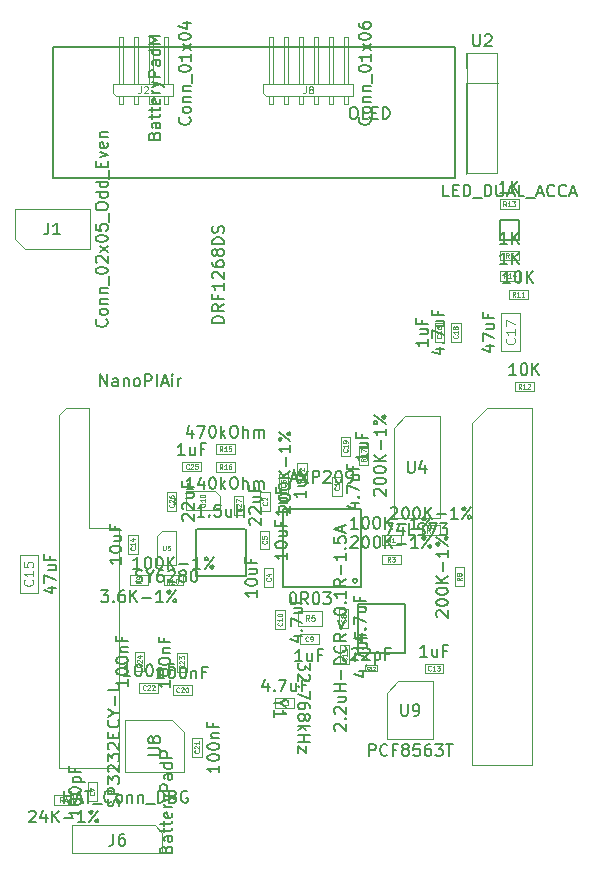
<source format=gbr>
G04 #@! TF.GenerationSoftware,KiCad,Pcbnew,7.0.11-7.0.11~ubuntu23.10.1*
G04 #@! TF.CreationDate,2024-06-16T14:32:52+02:00*
G04 #@! TF.ProjectId,WiRoc_NanoPi,5769526f-635f-44e6-916e-6f50692e6b69,rev?*
G04 #@! TF.SameCoordinates,Original*
G04 #@! TF.FileFunction,AssemblyDrawing,Top*
%FSLAX46Y46*%
G04 Gerber Fmt 4.6, Leading zero omitted, Abs format (unit mm)*
G04 Created by KiCad (PCBNEW 7.0.11-7.0.11~ubuntu23.10.1) date 2024-06-16 14:32:52*
%MOMM*%
%LPD*%
G01*
G04 APERTURE LIST*
%ADD10C,0.150000*%
%ADD11C,0.060000*%
%ADD12C,0.120000*%
%ADD13C,0.080000*%
%ADD14C,0.040000*%
%ADD15C,0.090000*%
%ADD16C,0.100000*%
G04 APERTURE END LIST*
D10*
X9789652Y19813200D02*
X9932509Y19765581D01*
X9932509Y19765581D02*
X10170604Y19765581D01*
X10170604Y19765581D02*
X10265842Y19813200D01*
X10265842Y19813200D02*
X10313461Y19860820D01*
X10313461Y19860820D02*
X10361080Y19956058D01*
X10361080Y19956058D02*
X10361080Y20051296D01*
X10361080Y20051296D02*
X10313461Y20146534D01*
X10313461Y20146534D02*
X10265842Y20194153D01*
X10265842Y20194153D02*
X10170604Y20241772D01*
X10170604Y20241772D02*
X9980128Y20289391D01*
X9980128Y20289391D02*
X9884890Y20337010D01*
X9884890Y20337010D02*
X9837271Y20384629D01*
X9837271Y20384629D02*
X9789652Y20479867D01*
X9789652Y20479867D02*
X9789652Y20575105D01*
X9789652Y20575105D02*
X9837271Y20670343D01*
X9837271Y20670343D02*
X9884890Y20717962D01*
X9884890Y20717962D02*
X9980128Y20765581D01*
X9980128Y20765581D02*
X10218223Y20765581D01*
X10218223Y20765581D02*
X10361080Y20717962D01*
X10980128Y20241772D02*
X10980128Y19765581D01*
X10646795Y20765581D02*
X10980128Y20241772D01*
X10980128Y20241772D02*
X11313461Y20765581D01*
X12075366Y20765581D02*
X11884890Y20765581D01*
X11884890Y20765581D02*
X11789652Y20717962D01*
X11789652Y20717962D02*
X11742033Y20670343D01*
X11742033Y20670343D02*
X11646795Y20527486D01*
X11646795Y20527486D02*
X11599176Y20337010D01*
X11599176Y20337010D02*
X11599176Y19956058D01*
X11599176Y19956058D02*
X11646795Y19860820D01*
X11646795Y19860820D02*
X11694414Y19813200D01*
X11694414Y19813200D02*
X11789652Y19765581D01*
X11789652Y19765581D02*
X11980128Y19765581D01*
X11980128Y19765581D02*
X12075366Y19813200D01*
X12075366Y19813200D02*
X12122985Y19860820D01*
X12122985Y19860820D02*
X12170604Y19956058D01*
X12170604Y19956058D02*
X12170604Y20194153D01*
X12170604Y20194153D02*
X12122985Y20289391D01*
X12122985Y20289391D02*
X12075366Y20337010D01*
X12075366Y20337010D02*
X11980128Y20384629D01*
X11980128Y20384629D02*
X11789652Y20384629D01*
X11789652Y20384629D02*
X11694414Y20337010D01*
X11694414Y20337010D02*
X11646795Y20289391D01*
X11646795Y20289391D02*
X11599176Y20194153D01*
X12551557Y20670343D02*
X12599176Y20717962D01*
X12599176Y20717962D02*
X12694414Y20765581D01*
X12694414Y20765581D02*
X12932509Y20765581D01*
X12932509Y20765581D02*
X13027747Y20717962D01*
X13027747Y20717962D02*
X13075366Y20670343D01*
X13075366Y20670343D02*
X13122985Y20575105D01*
X13122985Y20575105D02*
X13122985Y20479867D01*
X13122985Y20479867D02*
X13075366Y20337010D01*
X13075366Y20337010D02*
X12503938Y19765581D01*
X12503938Y19765581D02*
X13122985Y19765581D01*
X13694414Y20337010D02*
X13599176Y20384629D01*
X13599176Y20384629D02*
X13551557Y20432248D01*
X13551557Y20432248D02*
X13503938Y20527486D01*
X13503938Y20527486D02*
X13503938Y20575105D01*
X13503938Y20575105D02*
X13551557Y20670343D01*
X13551557Y20670343D02*
X13599176Y20717962D01*
X13599176Y20717962D02*
X13694414Y20765581D01*
X13694414Y20765581D02*
X13884890Y20765581D01*
X13884890Y20765581D02*
X13980128Y20717962D01*
X13980128Y20717962D02*
X14027747Y20670343D01*
X14027747Y20670343D02*
X14075366Y20575105D01*
X14075366Y20575105D02*
X14075366Y20527486D01*
X14075366Y20527486D02*
X14027747Y20432248D01*
X14027747Y20432248D02*
X13980128Y20384629D01*
X13980128Y20384629D02*
X13884890Y20337010D01*
X13884890Y20337010D02*
X13694414Y20337010D01*
X13694414Y20337010D02*
X13599176Y20289391D01*
X13599176Y20289391D02*
X13551557Y20241772D01*
X13551557Y20241772D02*
X13503938Y20146534D01*
X13503938Y20146534D02*
X13503938Y19956058D01*
X13503938Y19956058D02*
X13551557Y19860820D01*
X13551557Y19860820D02*
X13599176Y19813200D01*
X13599176Y19813200D02*
X13694414Y19765581D01*
X13694414Y19765581D02*
X13884890Y19765581D01*
X13884890Y19765581D02*
X13980128Y19813200D01*
X13980128Y19813200D02*
X14027747Y19860820D01*
X14027747Y19860820D02*
X14075366Y19956058D01*
X14075366Y19956058D02*
X14075366Y20146534D01*
X14075366Y20146534D02*
X14027747Y20241772D01*
X14027747Y20241772D02*
X13980128Y20289391D01*
X13980128Y20289391D02*
X13884890Y20337010D01*
X14694414Y20765581D02*
X14789652Y20765581D01*
X14789652Y20765581D02*
X14884890Y20717962D01*
X14884890Y20717962D02*
X14932509Y20670343D01*
X14932509Y20670343D02*
X14980128Y20575105D01*
X14980128Y20575105D02*
X15027747Y20384629D01*
X15027747Y20384629D02*
X15027747Y20146534D01*
X15027747Y20146534D02*
X14980128Y19956058D01*
X14980128Y19956058D02*
X14932509Y19860820D01*
X14932509Y19860820D02*
X14884890Y19813200D01*
X14884890Y19813200D02*
X14789652Y19765581D01*
X14789652Y19765581D02*
X14694414Y19765581D01*
X14694414Y19765581D02*
X14599176Y19813200D01*
X14599176Y19813200D02*
X14551557Y19860820D01*
X14551557Y19860820D02*
X14503938Y19956058D01*
X14503938Y19956058D02*
X14456319Y20146534D01*
X14456319Y20146534D02*
X14456319Y20384629D01*
X14456319Y20384629D02*
X14503938Y20575105D01*
X14503938Y20575105D02*
X14551557Y20670343D01*
X14551557Y20670343D02*
X14599176Y20717962D01*
X14599176Y20717962D02*
X14694414Y20765581D01*
D11*
X12103938Y22838473D02*
X12103938Y22514663D01*
X12103938Y22514663D02*
X12122985Y22476568D01*
X12122985Y22476568D02*
X12142033Y22457520D01*
X12142033Y22457520D02*
X12180128Y22438473D01*
X12180128Y22438473D02*
X12256319Y22438473D01*
X12256319Y22438473D02*
X12294414Y22457520D01*
X12294414Y22457520D02*
X12313461Y22476568D01*
X12313461Y22476568D02*
X12332509Y22514663D01*
X12332509Y22514663D02*
X12332509Y22838473D01*
X12713462Y22838473D02*
X12522986Y22838473D01*
X12522986Y22838473D02*
X12503938Y22647997D01*
X12503938Y22647997D02*
X12522986Y22667044D01*
X12522986Y22667044D02*
X12561081Y22686092D01*
X12561081Y22686092D02*
X12656319Y22686092D01*
X12656319Y22686092D02*
X12694414Y22667044D01*
X12694414Y22667044D02*
X12713462Y22647997D01*
X12713462Y22647997D02*
X12732509Y22609901D01*
X12732509Y22609901D02*
X12732509Y22514663D01*
X12732509Y22514663D02*
X12713462Y22476568D01*
X12713462Y22476568D02*
X12694414Y22457520D01*
X12694414Y22457520D02*
X12656319Y22438473D01*
X12656319Y22438473D02*
X12561081Y22438473D01*
X12561081Y22438473D02*
X12522986Y22457520D01*
X12522986Y22457520D02*
X12503938Y22476568D01*
D10*
X5144819Y458981D02*
X5144819Y-112447D01*
X5144819Y173267D02*
X4144819Y173267D01*
X4144819Y173267D02*
X4287676Y78029D01*
X4287676Y78029D02*
X4382914Y-17209D01*
X4382914Y-17209D02*
X4430533Y-112447D01*
X4144819Y1078029D02*
X4144819Y1173267D01*
X4144819Y1173267D02*
X4192438Y1268505D01*
X4192438Y1268505D02*
X4240057Y1316124D01*
X4240057Y1316124D02*
X4335295Y1363743D01*
X4335295Y1363743D02*
X4525771Y1411362D01*
X4525771Y1411362D02*
X4763866Y1411362D01*
X4763866Y1411362D02*
X4954342Y1363743D01*
X4954342Y1363743D02*
X5049580Y1316124D01*
X5049580Y1316124D02*
X5097200Y1268505D01*
X5097200Y1268505D02*
X5144819Y1173267D01*
X5144819Y1173267D02*
X5144819Y1078029D01*
X5144819Y1078029D02*
X5097200Y982791D01*
X5097200Y982791D02*
X5049580Y935172D01*
X5049580Y935172D02*
X4954342Y887553D01*
X4954342Y887553D02*
X4763866Y839934D01*
X4763866Y839934D02*
X4525771Y839934D01*
X4525771Y839934D02*
X4335295Y887553D01*
X4335295Y887553D02*
X4240057Y935172D01*
X4240057Y935172D02*
X4192438Y982791D01*
X4192438Y982791D02*
X4144819Y1078029D01*
X4144819Y2030410D02*
X4144819Y2125648D01*
X4144819Y2125648D02*
X4192438Y2220886D01*
X4192438Y2220886D02*
X4240057Y2268505D01*
X4240057Y2268505D02*
X4335295Y2316124D01*
X4335295Y2316124D02*
X4525771Y2363743D01*
X4525771Y2363743D02*
X4763866Y2363743D01*
X4763866Y2363743D02*
X4954342Y2316124D01*
X4954342Y2316124D02*
X5049580Y2268505D01*
X5049580Y2268505D02*
X5097200Y2220886D01*
X5097200Y2220886D02*
X5144819Y2125648D01*
X5144819Y2125648D02*
X5144819Y2030410D01*
X5144819Y2030410D02*
X5097200Y1935172D01*
X5097200Y1935172D02*
X5049580Y1887553D01*
X5049580Y1887553D02*
X4954342Y1839934D01*
X4954342Y1839934D02*
X4763866Y1792315D01*
X4763866Y1792315D02*
X4525771Y1792315D01*
X4525771Y1792315D02*
X4335295Y1839934D01*
X4335295Y1839934D02*
X4240057Y1887553D01*
X4240057Y1887553D02*
X4192438Y1935172D01*
X4192438Y1935172D02*
X4144819Y2030410D01*
X4478152Y2792315D02*
X5478152Y2792315D01*
X4525771Y2792315D02*
X4478152Y2887553D01*
X4478152Y2887553D02*
X4478152Y3078029D01*
X4478152Y3078029D02*
X4525771Y3173267D01*
X4525771Y3173267D02*
X4573390Y3220886D01*
X4573390Y3220886D02*
X4668628Y3268505D01*
X4668628Y3268505D02*
X4954342Y3268505D01*
X4954342Y3268505D02*
X5049580Y3220886D01*
X5049580Y3220886D02*
X5097200Y3173267D01*
X5097200Y3173267D02*
X5144819Y3078029D01*
X5144819Y3078029D02*
X5144819Y2887553D01*
X5144819Y2887553D02*
X5097200Y2792315D01*
X4621009Y4030410D02*
X4621009Y3697077D01*
X5144819Y3697077D02*
X4144819Y3697077D01*
X4144819Y3697077D02*
X4144819Y4173267D01*
D11*
X6263832Y1939934D02*
X6282880Y1920886D01*
X6282880Y1920886D02*
X6301927Y1863744D01*
X6301927Y1863744D02*
X6301927Y1825648D01*
X6301927Y1825648D02*
X6282880Y1768505D01*
X6282880Y1768505D02*
X6244784Y1730410D01*
X6244784Y1730410D02*
X6206689Y1711363D01*
X6206689Y1711363D02*
X6130499Y1692315D01*
X6130499Y1692315D02*
X6073356Y1692315D01*
X6073356Y1692315D02*
X5997165Y1711363D01*
X5997165Y1711363D02*
X5959070Y1730410D01*
X5959070Y1730410D02*
X5920975Y1768505D01*
X5920975Y1768505D02*
X5901927Y1825648D01*
X5901927Y1825648D02*
X5901927Y1863744D01*
X5901927Y1863744D02*
X5920975Y1920886D01*
X5920975Y1920886D02*
X5940022Y1939934D01*
X5901927Y2073267D02*
X5901927Y2339934D01*
X5901927Y2339934D02*
X6301927Y2168505D01*
D10*
X8588349Y21868252D02*
X8588349Y21296824D01*
X8588349Y21582538D02*
X7588349Y21582538D01*
X7588349Y21582538D02*
X7731206Y21487300D01*
X7731206Y21487300D02*
X7826444Y21392062D01*
X7826444Y21392062D02*
X7874063Y21296824D01*
X7588349Y22487300D02*
X7588349Y22582538D01*
X7588349Y22582538D02*
X7635968Y22677776D01*
X7635968Y22677776D02*
X7683587Y22725395D01*
X7683587Y22725395D02*
X7778825Y22773014D01*
X7778825Y22773014D02*
X7969301Y22820633D01*
X7969301Y22820633D02*
X8207396Y22820633D01*
X8207396Y22820633D02*
X8397872Y22773014D01*
X8397872Y22773014D02*
X8493110Y22725395D01*
X8493110Y22725395D02*
X8540730Y22677776D01*
X8540730Y22677776D02*
X8588349Y22582538D01*
X8588349Y22582538D02*
X8588349Y22487300D01*
X8588349Y22487300D02*
X8540730Y22392062D01*
X8540730Y22392062D02*
X8493110Y22344443D01*
X8493110Y22344443D02*
X8397872Y22296824D01*
X8397872Y22296824D02*
X8207396Y22249205D01*
X8207396Y22249205D02*
X7969301Y22249205D01*
X7969301Y22249205D02*
X7778825Y22296824D01*
X7778825Y22296824D02*
X7683587Y22344443D01*
X7683587Y22344443D02*
X7635968Y22392062D01*
X7635968Y22392062D02*
X7588349Y22487300D01*
X7921682Y23677776D02*
X8588349Y23677776D01*
X7921682Y23249205D02*
X8445491Y23249205D01*
X8445491Y23249205D02*
X8540730Y23296824D01*
X8540730Y23296824D02*
X8588349Y23392062D01*
X8588349Y23392062D02*
X8588349Y23534919D01*
X8588349Y23534919D02*
X8540730Y23630157D01*
X8540730Y23630157D02*
X8493110Y23677776D01*
X8064539Y24487300D02*
X8064539Y24153967D01*
X8588349Y24153967D02*
X7588349Y24153967D01*
X7588349Y24153967D02*
X7588349Y24630157D01*
D11*
X9707362Y22682538D02*
X9726410Y22663490D01*
X9726410Y22663490D02*
X9745457Y22606348D01*
X9745457Y22606348D02*
X9745457Y22568252D01*
X9745457Y22568252D02*
X9726410Y22511109D01*
X9726410Y22511109D02*
X9688314Y22473014D01*
X9688314Y22473014D02*
X9650219Y22453967D01*
X9650219Y22453967D02*
X9574029Y22434919D01*
X9574029Y22434919D02*
X9516886Y22434919D01*
X9516886Y22434919D02*
X9440695Y22453967D01*
X9440695Y22453967D02*
X9402600Y22473014D01*
X9402600Y22473014D02*
X9364505Y22511109D01*
X9364505Y22511109D02*
X9345457Y22568252D01*
X9345457Y22568252D02*
X9345457Y22606348D01*
X9345457Y22606348D02*
X9364505Y22663490D01*
X9364505Y22663490D02*
X9383552Y22682538D01*
X9745457Y23063490D02*
X9745457Y22834919D01*
X9745457Y22949205D02*
X9345457Y22949205D01*
X9345457Y22949205D02*
X9402600Y22911109D01*
X9402600Y22911109D02*
X9440695Y22873014D01*
X9440695Y22873014D02*
X9459743Y22834919D01*
X9478790Y23406347D02*
X9745457Y23406347D01*
X9326410Y23311109D02*
X9612124Y23215871D01*
X9612124Y23215871D02*
X9612124Y23463490D01*
D10*
X6863115Y19043181D02*
X7482162Y19043181D01*
X7482162Y19043181D02*
X7148829Y18662229D01*
X7148829Y18662229D02*
X7291686Y18662229D01*
X7291686Y18662229D02*
X7386924Y18614610D01*
X7386924Y18614610D02*
X7434543Y18566991D01*
X7434543Y18566991D02*
X7482162Y18471753D01*
X7482162Y18471753D02*
X7482162Y18233658D01*
X7482162Y18233658D02*
X7434543Y18138420D01*
X7434543Y18138420D02*
X7386924Y18090800D01*
X7386924Y18090800D02*
X7291686Y18043181D01*
X7291686Y18043181D02*
X7005972Y18043181D01*
X7005972Y18043181D02*
X6910734Y18090800D01*
X6910734Y18090800D02*
X6863115Y18138420D01*
X7910734Y18138420D02*
X7958353Y18090800D01*
X7958353Y18090800D02*
X7910734Y18043181D01*
X7910734Y18043181D02*
X7863115Y18090800D01*
X7863115Y18090800D02*
X7910734Y18138420D01*
X7910734Y18138420D02*
X7910734Y18043181D01*
X8815495Y19043181D02*
X8625019Y19043181D01*
X8625019Y19043181D02*
X8529781Y18995562D01*
X8529781Y18995562D02*
X8482162Y18947943D01*
X8482162Y18947943D02*
X8386924Y18805086D01*
X8386924Y18805086D02*
X8339305Y18614610D01*
X8339305Y18614610D02*
X8339305Y18233658D01*
X8339305Y18233658D02*
X8386924Y18138420D01*
X8386924Y18138420D02*
X8434543Y18090800D01*
X8434543Y18090800D02*
X8529781Y18043181D01*
X8529781Y18043181D02*
X8720257Y18043181D01*
X8720257Y18043181D02*
X8815495Y18090800D01*
X8815495Y18090800D02*
X8863114Y18138420D01*
X8863114Y18138420D02*
X8910733Y18233658D01*
X8910733Y18233658D02*
X8910733Y18471753D01*
X8910733Y18471753D02*
X8863114Y18566991D01*
X8863114Y18566991D02*
X8815495Y18614610D01*
X8815495Y18614610D02*
X8720257Y18662229D01*
X8720257Y18662229D02*
X8529781Y18662229D01*
X8529781Y18662229D02*
X8434543Y18614610D01*
X8434543Y18614610D02*
X8386924Y18566991D01*
X8386924Y18566991D02*
X8339305Y18471753D01*
X9339305Y18043181D02*
X9339305Y19043181D01*
X9910733Y18043181D02*
X9482162Y18614610D01*
X9910733Y19043181D02*
X9339305Y18471753D01*
X10339305Y18424134D02*
X11101210Y18424134D01*
X12101209Y18043181D02*
X11529781Y18043181D01*
X11815495Y18043181D02*
X11815495Y19043181D01*
X11815495Y19043181D02*
X11720257Y18900324D01*
X11720257Y18900324D02*
X11625019Y18805086D01*
X11625019Y18805086D02*
X11529781Y18757467D01*
X12482162Y18043181D02*
X13244066Y19043181D01*
X12625019Y19043181D02*
X12720257Y18995562D01*
X12720257Y18995562D02*
X12767876Y18900324D01*
X12767876Y18900324D02*
X12720257Y18805086D01*
X12720257Y18805086D02*
X12625019Y18757467D01*
X12625019Y18757467D02*
X12529781Y18805086D01*
X12529781Y18805086D02*
X12482162Y18900324D01*
X12482162Y18900324D02*
X12529781Y18995562D01*
X12529781Y18995562D02*
X12625019Y19043181D01*
X13196447Y18090800D02*
X13244066Y18186039D01*
X13244066Y18186039D02*
X13196447Y18281277D01*
X13196447Y18281277D02*
X13101209Y18328896D01*
X13101209Y18328896D02*
X13005971Y18281277D01*
X13005971Y18281277D02*
X12958352Y18186039D01*
X12958352Y18186039D02*
X13005971Y18090800D01*
X13005971Y18090800D02*
X13101209Y18043181D01*
X13101209Y18043181D02*
X13196447Y18090800D01*
D11*
X10259327Y19861334D02*
X10068851Y19728001D01*
X10259327Y19632763D02*
X9859327Y19632763D01*
X9859327Y19632763D02*
X9859327Y19785144D01*
X9859327Y19785144D02*
X9878375Y19823239D01*
X9878375Y19823239D02*
X9897422Y19842286D01*
X9897422Y19842286D02*
X9935518Y19861334D01*
X9935518Y19861334D02*
X9992660Y19861334D01*
X9992660Y19861334D02*
X10030756Y19842286D01*
X10030756Y19842286D02*
X10049803Y19823239D01*
X10049803Y19823239D02*
X10068851Y19785144D01*
X10068851Y19785144D02*
X10068851Y19632763D01*
X10259327Y20051810D02*
X10259327Y20128001D01*
X10259327Y20128001D02*
X10240280Y20166096D01*
X10240280Y20166096D02*
X10221232Y20185144D01*
X10221232Y20185144D02*
X10164089Y20223239D01*
X10164089Y20223239D02*
X10087899Y20242286D01*
X10087899Y20242286D02*
X9935518Y20242286D01*
X9935518Y20242286D02*
X9897422Y20223239D01*
X9897422Y20223239D02*
X9878375Y20204191D01*
X9878375Y20204191D02*
X9859327Y20166096D01*
X9859327Y20166096D02*
X9859327Y20089905D01*
X9859327Y20089905D02*
X9878375Y20051810D01*
X9878375Y20051810D02*
X9897422Y20032763D01*
X9897422Y20032763D02*
X9935518Y20013715D01*
X9935518Y20013715D02*
X10030756Y20013715D01*
X10030756Y20013715D02*
X10068851Y20032763D01*
X10068851Y20032763D02*
X10087899Y20051810D01*
X10087899Y20051810D02*
X10106946Y20089905D01*
X10106946Y20089905D02*
X10106946Y20166096D01*
X10106946Y20166096D02*
X10087899Y20204191D01*
X10087899Y20204191D02*
X10068851Y20223239D01*
X10068851Y20223239D02*
X10030756Y20242286D01*
D10*
X2400152Y19280334D02*
X3066819Y19280334D01*
X2019200Y19042239D02*
X2733485Y18804144D01*
X2733485Y18804144D02*
X2733485Y19423191D01*
X2066819Y19708906D02*
X2066819Y20375572D01*
X2066819Y20375572D02*
X3066819Y19947001D01*
X2400152Y21185096D02*
X3066819Y21185096D01*
X2400152Y20756525D02*
X2923961Y20756525D01*
X2923961Y20756525D02*
X3019200Y20804144D01*
X3019200Y20804144D02*
X3066819Y20899382D01*
X3066819Y20899382D02*
X3066819Y21042239D01*
X3066819Y21042239D02*
X3019200Y21137477D01*
X3019200Y21137477D02*
X2971580Y21185096D01*
X2543009Y21994620D02*
X2543009Y21661287D01*
X3066819Y21661287D02*
X2066819Y21661287D01*
X2066819Y21661287D02*
X2066819Y22137477D01*
D12*
X1049664Y19932715D02*
X1087760Y19894619D01*
X1087760Y19894619D02*
X1125855Y19780334D01*
X1125855Y19780334D02*
X1125855Y19704143D01*
X1125855Y19704143D02*
X1087760Y19589857D01*
X1087760Y19589857D02*
X1011569Y19513667D01*
X1011569Y19513667D02*
X935379Y19475572D01*
X935379Y19475572D02*
X782998Y19437476D01*
X782998Y19437476D02*
X668712Y19437476D01*
X668712Y19437476D02*
X516331Y19475572D01*
X516331Y19475572D02*
X440140Y19513667D01*
X440140Y19513667D02*
X363950Y19589857D01*
X363950Y19589857D02*
X325855Y19704143D01*
X325855Y19704143D02*
X325855Y19780334D01*
X325855Y19780334D02*
X363950Y19894619D01*
X363950Y19894619D02*
X402045Y19932715D01*
X1125855Y20694619D02*
X1125855Y20237476D01*
X1125855Y20466048D02*
X325855Y20466048D01*
X325855Y20466048D02*
X440140Y20389857D01*
X440140Y20389857D02*
X516331Y20313667D01*
X516331Y20313667D02*
X554426Y20237476D01*
X325855Y21418429D02*
X325855Y21037477D01*
X325855Y21037477D02*
X706807Y20999381D01*
X706807Y20999381D02*
X668712Y21037477D01*
X668712Y21037477D02*
X630617Y21113667D01*
X630617Y21113667D02*
X630617Y21304143D01*
X630617Y21304143D02*
X668712Y21380334D01*
X668712Y21380334D02*
X706807Y21418429D01*
X706807Y21418429D02*
X782998Y21456524D01*
X782998Y21456524D02*
X973474Y21456524D01*
X973474Y21456524D02*
X1049664Y21418429D01*
X1049664Y21418429D02*
X1087760Y21380334D01*
X1087760Y21380334D02*
X1125855Y21304143D01*
X1125855Y21304143D02*
X1125855Y21113667D01*
X1125855Y21113667D02*
X1087760Y21037477D01*
X1087760Y21037477D02*
X1049664Y20999381D01*
D10*
X778429Y315343D02*
X826048Y362962D01*
X826048Y362962D02*
X921286Y410581D01*
X921286Y410581D02*
X1159381Y410581D01*
X1159381Y410581D02*
X1254619Y362962D01*
X1254619Y362962D02*
X1302238Y315343D01*
X1302238Y315343D02*
X1349857Y220105D01*
X1349857Y220105D02*
X1349857Y124867D01*
X1349857Y124867D02*
X1302238Y-17990D01*
X1302238Y-17990D02*
X730810Y-589419D01*
X730810Y-589419D02*
X1349857Y-589419D01*
X2207000Y77248D02*
X2207000Y-589419D01*
X1968905Y458200D02*
X1730810Y-256085D01*
X1730810Y-256085D02*
X2349857Y-256085D01*
X2730810Y-589419D02*
X2730810Y410581D01*
X3302238Y-589419D02*
X2873667Y-17990D01*
X3302238Y410581D02*
X2730810Y-160847D01*
X3730810Y-208466D02*
X4492715Y-208466D01*
X5492714Y-589419D02*
X4921286Y-589419D01*
X5207000Y-589419D02*
X5207000Y410581D01*
X5207000Y410581D02*
X5111762Y267724D01*
X5111762Y267724D02*
X5016524Y172486D01*
X5016524Y172486D02*
X4921286Y124867D01*
X5873667Y-589419D02*
X6635571Y410581D01*
X6016524Y410581D02*
X6111762Y362962D01*
X6111762Y362962D02*
X6159381Y267724D01*
X6159381Y267724D02*
X6111762Y172486D01*
X6111762Y172486D02*
X6016524Y124867D01*
X6016524Y124867D02*
X5921286Y172486D01*
X5921286Y172486D02*
X5873667Y267724D01*
X5873667Y267724D02*
X5921286Y362962D01*
X5921286Y362962D02*
X6016524Y410581D01*
X6587952Y-541800D02*
X6635571Y-446561D01*
X6635571Y-446561D02*
X6587952Y-351323D01*
X6587952Y-351323D02*
X6492714Y-303704D01*
X6492714Y-303704D02*
X6397476Y-351323D01*
X6397476Y-351323D02*
X6349857Y-446561D01*
X6349857Y-446561D02*
X6397476Y-541800D01*
X6397476Y-541800D02*
X6492714Y-589419D01*
X6492714Y-589419D02*
X6587952Y-541800D01*
D11*
X3640333Y1113473D02*
X3507000Y1303949D01*
X3411762Y1113473D02*
X3411762Y1513473D01*
X3411762Y1513473D02*
X3564143Y1513473D01*
X3564143Y1513473D02*
X3602238Y1494425D01*
X3602238Y1494425D02*
X3621285Y1475378D01*
X3621285Y1475378D02*
X3640333Y1437282D01*
X3640333Y1437282D02*
X3640333Y1380140D01*
X3640333Y1380140D02*
X3621285Y1342044D01*
X3621285Y1342044D02*
X3602238Y1322997D01*
X3602238Y1322997D02*
X3564143Y1303949D01*
X3564143Y1303949D02*
X3411762Y1303949D01*
X3983190Y1380140D02*
X3983190Y1113473D01*
X3887952Y1532520D02*
X3792714Y1246806D01*
X3792714Y1246806D02*
X4040333Y1246806D01*
D10*
X17254819Y41693372D02*
X16254819Y41693372D01*
X16254819Y41693372D02*
X16254819Y41931467D01*
X16254819Y41931467D02*
X16302438Y42074324D01*
X16302438Y42074324D02*
X16397676Y42169562D01*
X16397676Y42169562D02*
X16492914Y42217181D01*
X16492914Y42217181D02*
X16683390Y42264800D01*
X16683390Y42264800D02*
X16826247Y42264800D01*
X16826247Y42264800D02*
X17016723Y42217181D01*
X17016723Y42217181D02*
X17111961Y42169562D01*
X17111961Y42169562D02*
X17207200Y42074324D01*
X17207200Y42074324D02*
X17254819Y41931467D01*
X17254819Y41931467D02*
X17254819Y41693372D01*
X17254819Y43264800D02*
X16778628Y42931467D01*
X17254819Y42693372D02*
X16254819Y42693372D01*
X16254819Y42693372D02*
X16254819Y43074324D01*
X16254819Y43074324D02*
X16302438Y43169562D01*
X16302438Y43169562D02*
X16350057Y43217181D01*
X16350057Y43217181D02*
X16445295Y43264800D01*
X16445295Y43264800D02*
X16588152Y43264800D01*
X16588152Y43264800D02*
X16683390Y43217181D01*
X16683390Y43217181D02*
X16731009Y43169562D01*
X16731009Y43169562D02*
X16778628Y43074324D01*
X16778628Y43074324D02*
X16778628Y42693372D01*
X16731009Y44026705D02*
X16731009Y43693372D01*
X17254819Y43693372D02*
X16254819Y43693372D01*
X16254819Y43693372D02*
X16254819Y44169562D01*
X17254819Y45074324D02*
X17254819Y44502896D01*
X17254819Y44788610D02*
X16254819Y44788610D01*
X16254819Y44788610D02*
X16397676Y44693372D01*
X16397676Y44693372D02*
X16492914Y44598134D01*
X16492914Y44598134D02*
X16540533Y44502896D01*
X16350057Y45455277D02*
X16302438Y45502896D01*
X16302438Y45502896D02*
X16254819Y45598134D01*
X16254819Y45598134D02*
X16254819Y45836229D01*
X16254819Y45836229D02*
X16302438Y45931467D01*
X16302438Y45931467D02*
X16350057Y45979086D01*
X16350057Y45979086D02*
X16445295Y46026705D01*
X16445295Y46026705D02*
X16540533Y46026705D01*
X16540533Y46026705D02*
X16683390Y45979086D01*
X16683390Y45979086D02*
X17254819Y45407658D01*
X17254819Y45407658D02*
X17254819Y46026705D01*
X16254819Y46883848D02*
X16254819Y46693372D01*
X16254819Y46693372D02*
X16302438Y46598134D01*
X16302438Y46598134D02*
X16350057Y46550515D01*
X16350057Y46550515D02*
X16492914Y46455277D01*
X16492914Y46455277D02*
X16683390Y46407658D01*
X16683390Y46407658D02*
X17064342Y46407658D01*
X17064342Y46407658D02*
X17159580Y46455277D01*
X17159580Y46455277D02*
X17207200Y46502896D01*
X17207200Y46502896D02*
X17254819Y46598134D01*
X17254819Y46598134D02*
X17254819Y46788610D01*
X17254819Y46788610D02*
X17207200Y46883848D01*
X17207200Y46883848D02*
X17159580Y46931467D01*
X17159580Y46931467D02*
X17064342Y46979086D01*
X17064342Y46979086D02*
X16826247Y46979086D01*
X16826247Y46979086D02*
X16731009Y46931467D01*
X16731009Y46931467D02*
X16683390Y46883848D01*
X16683390Y46883848D02*
X16635771Y46788610D01*
X16635771Y46788610D02*
X16635771Y46598134D01*
X16635771Y46598134D02*
X16683390Y46502896D01*
X16683390Y46502896D02*
X16731009Y46455277D01*
X16731009Y46455277D02*
X16826247Y46407658D01*
X16683390Y47550515D02*
X16635771Y47455277D01*
X16635771Y47455277D02*
X16588152Y47407658D01*
X16588152Y47407658D02*
X16492914Y47360039D01*
X16492914Y47360039D02*
X16445295Y47360039D01*
X16445295Y47360039D02*
X16350057Y47407658D01*
X16350057Y47407658D02*
X16302438Y47455277D01*
X16302438Y47455277D02*
X16254819Y47550515D01*
X16254819Y47550515D02*
X16254819Y47740991D01*
X16254819Y47740991D02*
X16302438Y47836229D01*
X16302438Y47836229D02*
X16350057Y47883848D01*
X16350057Y47883848D02*
X16445295Y47931467D01*
X16445295Y47931467D02*
X16492914Y47931467D01*
X16492914Y47931467D02*
X16588152Y47883848D01*
X16588152Y47883848D02*
X16635771Y47836229D01*
X16635771Y47836229D02*
X16683390Y47740991D01*
X16683390Y47740991D02*
X16683390Y47550515D01*
X16683390Y47550515D02*
X16731009Y47455277D01*
X16731009Y47455277D02*
X16778628Y47407658D01*
X16778628Y47407658D02*
X16873866Y47360039D01*
X16873866Y47360039D02*
X17064342Y47360039D01*
X17064342Y47360039D02*
X17159580Y47407658D01*
X17159580Y47407658D02*
X17207200Y47455277D01*
X17207200Y47455277D02*
X17254819Y47550515D01*
X17254819Y47550515D02*
X17254819Y47740991D01*
X17254819Y47740991D02*
X17207200Y47836229D01*
X17207200Y47836229D02*
X17159580Y47883848D01*
X17159580Y47883848D02*
X17064342Y47931467D01*
X17064342Y47931467D02*
X16873866Y47931467D01*
X16873866Y47931467D02*
X16778628Y47883848D01*
X16778628Y47883848D02*
X16731009Y47836229D01*
X16731009Y47836229D02*
X16683390Y47740991D01*
X17254819Y48360039D02*
X16254819Y48360039D01*
X16254819Y48360039D02*
X16254819Y48598134D01*
X16254819Y48598134D02*
X16302438Y48740991D01*
X16302438Y48740991D02*
X16397676Y48836229D01*
X16397676Y48836229D02*
X16492914Y48883848D01*
X16492914Y48883848D02*
X16683390Y48931467D01*
X16683390Y48931467D02*
X16826247Y48931467D01*
X16826247Y48931467D02*
X17016723Y48883848D01*
X17016723Y48883848D02*
X17111961Y48836229D01*
X17111961Y48836229D02*
X17207200Y48740991D01*
X17207200Y48740991D02*
X17254819Y48598134D01*
X17254819Y48598134D02*
X17254819Y48360039D01*
X17207200Y49312420D02*
X17254819Y49455277D01*
X17254819Y49455277D02*
X17254819Y49693372D01*
X17254819Y49693372D02*
X17207200Y49788610D01*
X17207200Y49788610D02*
X17159580Y49836229D01*
X17159580Y49836229D02*
X17064342Y49883848D01*
X17064342Y49883848D02*
X16969104Y49883848D01*
X16969104Y49883848D02*
X16873866Y49836229D01*
X16873866Y49836229D02*
X16826247Y49788610D01*
X16826247Y49788610D02*
X16778628Y49693372D01*
X16778628Y49693372D02*
X16731009Y49502896D01*
X16731009Y49502896D02*
X16683390Y49407658D01*
X16683390Y49407658D02*
X16635771Y49360039D01*
X16635771Y49360039D02*
X16540533Y49312420D01*
X16540533Y49312420D02*
X16445295Y49312420D01*
X16445295Y49312420D02*
X16350057Y49360039D01*
X16350057Y49360039D02*
X16302438Y49407658D01*
X16302438Y49407658D02*
X16254819Y49502896D01*
X16254819Y49502896D02*
X16254819Y49740991D01*
X16254819Y49740991D02*
X16302438Y49883848D01*
X11361009Y57552381D02*
X11408628Y57695238D01*
X11408628Y57695238D02*
X11456247Y57742857D01*
X11456247Y57742857D02*
X11551485Y57790476D01*
X11551485Y57790476D02*
X11694342Y57790476D01*
X11694342Y57790476D02*
X11789580Y57742857D01*
X11789580Y57742857D02*
X11837200Y57695238D01*
X11837200Y57695238D02*
X11884819Y57600000D01*
X11884819Y57600000D02*
X11884819Y57219048D01*
X11884819Y57219048D02*
X10884819Y57219048D01*
X10884819Y57219048D02*
X10884819Y57552381D01*
X10884819Y57552381D02*
X10932438Y57647619D01*
X10932438Y57647619D02*
X10980057Y57695238D01*
X10980057Y57695238D02*
X11075295Y57742857D01*
X11075295Y57742857D02*
X11170533Y57742857D01*
X11170533Y57742857D02*
X11265771Y57695238D01*
X11265771Y57695238D02*
X11313390Y57647619D01*
X11313390Y57647619D02*
X11361009Y57552381D01*
X11361009Y57552381D02*
X11361009Y57219048D01*
X11884819Y58647619D02*
X11361009Y58647619D01*
X11361009Y58647619D02*
X11265771Y58600000D01*
X11265771Y58600000D02*
X11218152Y58504762D01*
X11218152Y58504762D02*
X11218152Y58314286D01*
X11218152Y58314286D02*
X11265771Y58219048D01*
X11837200Y58647619D02*
X11884819Y58552381D01*
X11884819Y58552381D02*
X11884819Y58314286D01*
X11884819Y58314286D02*
X11837200Y58219048D01*
X11837200Y58219048D02*
X11741961Y58171429D01*
X11741961Y58171429D02*
X11646723Y58171429D01*
X11646723Y58171429D02*
X11551485Y58219048D01*
X11551485Y58219048D02*
X11503866Y58314286D01*
X11503866Y58314286D02*
X11503866Y58552381D01*
X11503866Y58552381D02*
X11456247Y58647619D01*
X11218152Y58980953D02*
X11218152Y59361905D01*
X10884819Y59123810D02*
X11741961Y59123810D01*
X11741961Y59123810D02*
X11837200Y59171429D01*
X11837200Y59171429D02*
X11884819Y59266667D01*
X11884819Y59266667D02*
X11884819Y59361905D01*
X11218152Y59552382D02*
X11218152Y59933334D01*
X10884819Y59695239D02*
X11741961Y59695239D01*
X11741961Y59695239D02*
X11837200Y59742858D01*
X11837200Y59742858D02*
X11884819Y59838096D01*
X11884819Y59838096D02*
X11884819Y59933334D01*
X11837200Y60647620D02*
X11884819Y60552382D01*
X11884819Y60552382D02*
X11884819Y60361906D01*
X11884819Y60361906D02*
X11837200Y60266668D01*
X11837200Y60266668D02*
X11741961Y60219049D01*
X11741961Y60219049D02*
X11361009Y60219049D01*
X11361009Y60219049D02*
X11265771Y60266668D01*
X11265771Y60266668D02*
X11218152Y60361906D01*
X11218152Y60361906D02*
X11218152Y60552382D01*
X11218152Y60552382D02*
X11265771Y60647620D01*
X11265771Y60647620D02*
X11361009Y60695239D01*
X11361009Y60695239D02*
X11456247Y60695239D01*
X11456247Y60695239D02*
X11551485Y60219049D01*
X11884819Y61123811D02*
X11218152Y61123811D01*
X11408628Y61123811D02*
X11313390Y61171430D01*
X11313390Y61171430D02*
X11265771Y61219049D01*
X11265771Y61219049D02*
X11218152Y61314287D01*
X11218152Y61314287D02*
X11218152Y61409525D01*
X11218152Y61647621D02*
X11884819Y61885716D01*
X11218152Y62123811D02*
X11884819Y61885716D01*
X11884819Y61885716D02*
X12122914Y61790478D01*
X12122914Y61790478D02*
X12170533Y61742859D01*
X12170533Y61742859D02*
X12218152Y61647621D01*
X11884819Y62504764D02*
X10884819Y62504764D01*
X10884819Y62504764D02*
X10884819Y62885716D01*
X10884819Y62885716D02*
X10932438Y62980954D01*
X10932438Y62980954D02*
X10980057Y63028573D01*
X10980057Y63028573D02*
X11075295Y63076192D01*
X11075295Y63076192D02*
X11218152Y63076192D01*
X11218152Y63076192D02*
X11313390Y63028573D01*
X11313390Y63028573D02*
X11361009Y62980954D01*
X11361009Y62980954D02*
X11408628Y62885716D01*
X11408628Y62885716D02*
X11408628Y62504764D01*
X11884819Y63933335D02*
X11361009Y63933335D01*
X11361009Y63933335D02*
X11265771Y63885716D01*
X11265771Y63885716D02*
X11218152Y63790478D01*
X11218152Y63790478D02*
X11218152Y63600002D01*
X11218152Y63600002D02*
X11265771Y63504764D01*
X11837200Y63933335D02*
X11884819Y63838097D01*
X11884819Y63838097D02*
X11884819Y63600002D01*
X11884819Y63600002D02*
X11837200Y63504764D01*
X11837200Y63504764D02*
X11741961Y63457145D01*
X11741961Y63457145D02*
X11646723Y63457145D01*
X11646723Y63457145D02*
X11551485Y63504764D01*
X11551485Y63504764D02*
X11503866Y63600002D01*
X11503866Y63600002D02*
X11503866Y63838097D01*
X11503866Y63838097D02*
X11456247Y63933335D01*
X11884819Y64838097D02*
X10884819Y64838097D01*
X11837200Y64838097D02*
X11884819Y64742859D01*
X11884819Y64742859D02*
X11884819Y64552383D01*
X11884819Y64552383D02*
X11837200Y64457145D01*
X11837200Y64457145D02*
X11789580Y64409526D01*
X11789580Y64409526D02*
X11694342Y64361907D01*
X11694342Y64361907D02*
X11408628Y64361907D01*
X11408628Y64361907D02*
X11313390Y64409526D01*
X11313390Y64409526D02*
X11265771Y64457145D01*
X11265771Y64457145D02*
X11218152Y64552383D01*
X11218152Y64552383D02*
X11218152Y64742859D01*
X11218152Y64742859D02*
X11265771Y64838097D01*
X11884819Y65314288D02*
X10884819Y65314288D01*
X10884819Y65314288D02*
X11599104Y65647621D01*
X11599104Y65647621D02*
X10884819Y65980954D01*
X10884819Y65980954D02*
X11884819Y65980954D01*
X12361009Y-2876191D02*
X12408628Y-2733334D01*
X12408628Y-2733334D02*
X12456247Y-2685715D01*
X12456247Y-2685715D02*
X12551485Y-2638096D01*
X12551485Y-2638096D02*
X12694342Y-2638096D01*
X12694342Y-2638096D02*
X12789580Y-2685715D01*
X12789580Y-2685715D02*
X12837200Y-2733334D01*
X12837200Y-2733334D02*
X12884819Y-2828572D01*
X12884819Y-2828572D02*
X12884819Y-3209524D01*
X12884819Y-3209524D02*
X11884819Y-3209524D01*
X11884819Y-3209524D02*
X11884819Y-2876191D01*
X11884819Y-2876191D02*
X11932438Y-2780953D01*
X11932438Y-2780953D02*
X11980057Y-2733334D01*
X11980057Y-2733334D02*
X12075295Y-2685715D01*
X12075295Y-2685715D02*
X12170533Y-2685715D01*
X12170533Y-2685715D02*
X12265771Y-2733334D01*
X12265771Y-2733334D02*
X12313390Y-2780953D01*
X12313390Y-2780953D02*
X12361009Y-2876191D01*
X12361009Y-2876191D02*
X12361009Y-3209524D01*
X12884819Y-1780953D02*
X12361009Y-1780953D01*
X12361009Y-1780953D02*
X12265771Y-1828572D01*
X12265771Y-1828572D02*
X12218152Y-1923810D01*
X12218152Y-1923810D02*
X12218152Y-2114286D01*
X12218152Y-2114286D02*
X12265771Y-2209524D01*
X12837200Y-1780953D02*
X12884819Y-1876191D01*
X12884819Y-1876191D02*
X12884819Y-2114286D01*
X12884819Y-2114286D02*
X12837200Y-2209524D01*
X12837200Y-2209524D02*
X12741961Y-2257143D01*
X12741961Y-2257143D02*
X12646723Y-2257143D01*
X12646723Y-2257143D02*
X12551485Y-2209524D01*
X12551485Y-2209524D02*
X12503866Y-2114286D01*
X12503866Y-2114286D02*
X12503866Y-1876191D01*
X12503866Y-1876191D02*
X12456247Y-1780953D01*
X12218152Y-1447619D02*
X12218152Y-1066667D01*
X11884819Y-1304762D02*
X12741961Y-1304762D01*
X12741961Y-1304762D02*
X12837200Y-1257143D01*
X12837200Y-1257143D02*
X12884819Y-1161905D01*
X12884819Y-1161905D02*
X12884819Y-1066667D01*
X12218152Y-876190D02*
X12218152Y-495238D01*
X11884819Y-733333D02*
X12741961Y-733333D01*
X12741961Y-733333D02*
X12837200Y-685714D01*
X12837200Y-685714D02*
X12884819Y-590476D01*
X12884819Y-590476D02*
X12884819Y-495238D01*
X12837200Y219048D02*
X12884819Y123810D01*
X12884819Y123810D02*
X12884819Y-66666D01*
X12884819Y-66666D02*
X12837200Y-161904D01*
X12837200Y-161904D02*
X12741961Y-209523D01*
X12741961Y-209523D02*
X12361009Y-209523D01*
X12361009Y-209523D02*
X12265771Y-161904D01*
X12265771Y-161904D02*
X12218152Y-66666D01*
X12218152Y-66666D02*
X12218152Y123810D01*
X12218152Y123810D02*
X12265771Y219048D01*
X12265771Y219048D02*
X12361009Y266667D01*
X12361009Y266667D02*
X12456247Y266667D01*
X12456247Y266667D02*
X12551485Y-209523D01*
X12884819Y695239D02*
X12218152Y695239D01*
X12408628Y695239D02*
X12313390Y742858D01*
X12313390Y742858D02*
X12265771Y790477D01*
X12265771Y790477D02*
X12218152Y885715D01*
X12218152Y885715D02*
X12218152Y980953D01*
X12218152Y1219049D02*
X12884819Y1457144D01*
X12218152Y1695239D02*
X12884819Y1457144D01*
X12884819Y1457144D02*
X13122914Y1361906D01*
X13122914Y1361906D02*
X13170533Y1314287D01*
X13170533Y1314287D02*
X13218152Y1219049D01*
X12884819Y2076192D02*
X11884819Y2076192D01*
X11884819Y2076192D02*
X11884819Y2457144D01*
X11884819Y2457144D02*
X11932438Y2552382D01*
X11932438Y2552382D02*
X11980057Y2600001D01*
X11980057Y2600001D02*
X12075295Y2647620D01*
X12075295Y2647620D02*
X12218152Y2647620D01*
X12218152Y2647620D02*
X12313390Y2600001D01*
X12313390Y2600001D02*
X12361009Y2552382D01*
X12361009Y2552382D02*
X12408628Y2457144D01*
X12408628Y2457144D02*
X12408628Y2076192D01*
X12884819Y3504763D02*
X12361009Y3504763D01*
X12361009Y3504763D02*
X12265771Y3457144D01*
X12265771Y3457144D02*
X12218152Y3361906D01*
X12218152Y3361906D02*
X12218152Y3171430D01*
X12218152Y3171430D02*
X12265771Y3076192D01*
X12837200Y3504763D02*
X12884819Y3409525D01*
X12884819Y3409525D02*
X12884819Y3171430D01*
X12884819Y3171430D02*
X12837200Y3076192D01*
X12837200Y3076192D02*
X12741961Y3028573D01*
X12741961Y3028573D02*
X12646723Y3028573D01*
X12646723Y3028573D02*
X12551485Y3076192D01*
X12551485Y3076192D02*
X12503866Y3171430D01*
X12503866Y3171430D02*
X12503866Y3409525D01*
X12503866Y3409525D02*
X12456247Y3504763D01*
X12884819Y4409525D02*
X11884819Y4409525D01*
X12837200Y4409525D02*
X12884819Y4314287D01*
X12884819Y4314287D02*
X12884819Y4123811D01*
X12884819Y4123811D02*
X12837200Y4028573D01*
X12837200Y4028573D02*
X12789580Y3980954D01*
X12789580Y3980954D02*
X12694342Y3933335D01*
X12694342Y3933335D02*
X12408628Y3933335D01*
X12408628Y3933335D02*
X12313390Y3980954D01*
X12313390Y3980954D02*
X12265771Y4028573D01*
X12265771Y4028573D02*
X12218152Y4123811D01*
X12218152Y4123811D02*
X12218152Y4314287D01*
X12218152Y4314287D02*
X12265771Y4409525D01*
X12884819Y4885716D02*
X11884819Y4885716D01*
X11884819Y4885716D02*
X11884819Y5266668D01*
X11884819Y5266668D02*
X11932438Y5361906D01*
X11932438Y5361906D02*
X11980057Y5409525D01*
X11980057Y5409525D02*
X12075295Y5457144D01*
X12075295Y5457144D02*
X12218152Y5457144D01*
X12218152Y5457144D02*
X12313390Y5409525D01*
X12313390Y5409525D02*
X12361009Y5361906D01*
X12361009Y5361906D02*
X12408628Y5266668D01*
X12408628Y5266668D02*
X12408628Y4885716D01*
X3755114Y1078481D02*
X3755114Y2078481D01*
X3755114Y1602291D02*
X4326542Y1602291D01*
X4326542Y1078481D02*
X4326542Y2078481D01*
X4755114Y1364196D02*
X5231304Y1364196D01*
X4659876Y1078481D02*
X4993209Y2078481D01*
X4993209Y2078481D02*
X5326542Y1078481D01*
X5517019Y2078481D02*
X6088447Y2078481D01*
X5802733Y1078481D02*
X5802733Y2078481D01*
X6183686Y983243D02*
X6945590Y983243D01*
X7755114Y1173720D02*
X7707495Y1126100D01*
X7707495Y1126100D02*
X7564638Y1078481D01*
X7564638Y1078481D02*
X7469400Y1078481D01*
X7469400Y1078481D02*
X7326543Y1126100D01*
X7326543Y1126100D02*
X7231305Y1221339D01*
X7231305Y1221339D02*
X7183686Y1316577D01*
X7183686Y1316577D02*
X7136067Y1507053D01*
X7136067Y1507053D02*
X7136067Y1649910D01*
X7136067Y1649910D02*
X7183686Y1840386D01*
X7183686Y1840386D02*
X7231305Y1935624D01*
X7231305Y1935624D02*
X7326543Y2030862D01*
X7326543Y2030862D02*
X7469400Y2078481D01*
X7469400Y2078481D02*
X7564638Y2078481D01*
X7564638Y2078481D02*
X7707495Y2030862D01*
X7707495Y2030862D02*
X7755114Y1983243D01*
X8326543Y1078481D02*
X8231305Y1126100D01*
X8231305Y1126100D02*
X8183686Y1173720D01*
X8183686Y1173720D02*
X8136067Y1268958D01*
X8136067Y1268958D02*
X8136067Y1554672D01*
X8136067Y1554672D02*
X8183686Y1649910D01*
X8183686Y1649910D02*
X8231305Y1697529D01*
X8231305Y1697529D02*
X8326543Y1745148D01*
X8326543Y1745148D02*
X8469400Y1745148D01*
X8469400Y1745148D02*
X8564638Y1697529D01*
X8564638Y1697529D02*
X8612257Y1649910D01*
X8612257Y1649910D02*
X8659876Y1554672D01*
X8659876Y1554672D02*
X8659876Y1268958D01*
X8659876Y1268958D02*
X8612257Y1173720D01*
X8612257Y1173720D02*
X8564638Y1126100D01*
X8564638Y1126100D02*
X8469400Y1078481D01*
X8469400Y1078481D02*
X8326543Y1078481D01*
X9088448Y1745148D02*
X9088448Y1078481D01*
X9088448Y1649910D02*
X9136067Y1697529D01*
X9136067Y1697529D02*
X9231305Y1745148D01*
X9231305Y1745148D02*
X9374162Y1745148D01*
X9374162Y1745148D02*
X9469400Y1697529D01*
X9469400Y1697529D02*
X9517019Y1602291D01*
X9517019Y1602291D02*
X9517019Y1078481D01*
X9993210Y1745148D02*
X9993210Y1078481D01*
X9993210Y1649910D02*
X10040829Y1697529D01*
X10040829Y1697529D02*
X10136067Y1745148D01*
X10136067Y1745148D02*
X10278924Y1745148D01*
X10278924Y1745148D02*
X10374162Y1697529D01*
X10374162Y1697529D02*
X10421781Y1602291D01*
X10421781Y1602291D02*
X10421781Y1078481D01*
X10659877Y983243D02*
X11421781Y983243D01*
X11659877Y1078481D02*
X11659877Y2078481D01*
X11659877Y2078481D02*
X11897972Y2078481D01*
X11897972Y2078481D02*
X12040829Y2030862D01*
X12040829Y2030862D02*
X12136067Y1935624D01*
X12136067Y1935624D02*
X12183686Y1840386D01*
X12183686Y1840386D02*
X12231305Y1649910D01*
X12231305Y1649910D02*
X12231305Y1507053D01*
X12231305Y1507053D02*
X12183686Y1316577D01*
X12183686Y1316577D02*
X12136067Y1221339D01*
X12136067Y1221339D02*
X12040829Y1126100D01*
X12040829Y1126100D02*
X11897972Y1078481D01*
X11897972Y1078481D02*
X11659877Y1078481D01*
X12993210Y1602291D02*
X13136067Y1554672D01*
X13136067Y1554672D02*
X13183686Y1507053D01*
X13183686Y1507053D02*
X13231305Y1411815D01*
X13231305Y1411815D02*
X13231305Y1268958D01*
X13231305Y1268958D02*
X13183686Y1173720D01*
X13183686Y1173720D02*
X13136067Y1126100D01*
X13136067Y1126100D02*
X13040829Y1078481D01*
X13040829Y1078481D02*
X12659877Y1078481D01*
X12659877Y1078481D02*
X12659877Y2078481D01*
X12659877Y2078481D02*
X12993210Y2078481D01*
X12993210Y2078481D02*
X13088448Y2030862D01*
X13088448Y2030862D02*
X13136067Y1983243D01*
X13136067Y1983243D02*
X13183686Y1888005D01*
X13183686Y1888005D02*
X13183686Y1792767D01*
X13183686Y1792767D02*
X13136067Y1697529D01*
X13136067Y1697529D02*
X13088448Y1649910D01*
X13088448Y1649910D02*
X12993210Y1602291D01*
X12993210Y1602291D02*
X12659877Y1602291D01*
X14183686Y2030862D02*
X14088448Y2078481D01*
X14088448Y2078481D02*
X13945591Y2078481D01*
X13945591Y2078481D02*
X13802734Y2030862D01*
X13802734Y2030862D02*
X13707496Y1935624D01*
X13707496Y1935624D02*
X13659877Y1840386D01*
X13659877Y1840386D02*
X13612258Y1649910D01*
X13612258Y1649910D02*
X13612258Y1507053D01*
X13612258Y1507053D02*
X13659877Y1316577D01*
X13659877Y1316577D02*
X13707496Y1221339D01*
X13707496Y1221339D02*
X13802734Y1126100D01*
X13802734Y1126100D02*
X13945591Y1078481D01*
X13945591Y1078481D02*
X14040829Y1078481D01*
X14040829Y1078481D02*
X14183686Y1126100D01*
X14183686Y1126100D02*
X14231305Y1173720D01*
X14231305Y1173720D02*
X14231305Y1507053D01*
X14231305Y1507053D02*
X14040829Y1507053D01*
X7916666Y-1554819D02*
X7916666Y-2269104D01*
X7916666Y-2269104D02*
X7869047Y-2411961D01*
X7869047Y-2411961D02*
X7773809Y-2507200D01*
X7773809Y-2507200D02*
X7630952Y-2554819D01*
X7630952Y-2554819D02*
X7535714Y-2554819D01*
X8821428Y-1554819D02*
X8630952Y-1554819D01*
X8630952Y-1554819D02*
X8535714Y-1602438D01*
X8535714Y-1602438D02*
X8488095Y-1650057D01*
X8488095Y-1650057D02*
X8392857Y-1792914D01*
X8392857Y-1792914D02*
X8345238Y-1983390D01*
X8345238Y-1983390D02*
X8345238Y-2364342D01*
X8345238Y-2364342D02*
X8392857Y-2459580D01*
X8392857Y-2459580D02*
X8440476Y-2507200D01*
X8440476Y-2507200D02*
X8535714Y-2554819D01*
X8535714Y-2554819D02*
X8726190Y-2554819D01*
X8726190Y-2554819D02*
X8821428Y-2507200D01*
X8821428Y-2507200D02*
X8869047Y-2459580D01*
X8869047Y-2459580D02*
X8916666Y-2364342D01*
X8916666Y-2364342D02*
X8916666Y-2126247D01*
X8916666Y-2126247D02*
X8869047Y-2031009D01*
X8869047Y-2031009D02*
X8821428Y-1983390D01*
X8821428Y-1983390D02*
X8726190Y-1935771D01*
X8726190Y-1935771D02*
X8535714Y-1935771D01*
X8535714Y-1935771D02*
X8440476Y-1983390D01*
X8440476Y-1983390D02*
X8392857Y-2031009D01*
X8392857Y-2031009D02*
X8345238Y-2126247D01*
X10165066Y20877781D02*
X9593638Y20877781D01*
X9879352Y20877781D02*
X9879352Y21877781D01*
X9879352Y21877781D02*
X9784114Y21734924D01*
X9784114Y21734924D02*
X9688876Y21639686D01*
X9688876Y21639686D02*
X9593638Y21592067D01*
X10784114Y21877781D02*
X10879352Y21877781D01*
X10879352Y21877781D02*
X10974590Y21830162D01*
X10974590Y21830162D02*
X11022209Y21782543D01*
X11022209Y21782543D02*
X11069828Y21687305D01*
X11069828Y21687305D02*
X11117447Y21496829D01*
X11117447Y21496829D02*
X11117447Y21258734D01*
X11117447Y21258734D02*
X11069828Y21068258D01*
X11069828Y21068258D02*
X11022209Y20973020D01*
X11022209Y20973020D02*
X10974590Y20925400D01*
X10974590Y20925400D02*
X10879352Y20877781D01*
X10879352Y20877781D02*
X10784114Y20877781D01*
X10784114Y20877781D02*
X10688876Y20925400D01*
X10688876Y20925400D02*
X10641257Y20973020D01*
X10641257Y20973020D02*
X10593638Y21068258D01*
X10593638Y21068258D02*
X10546019Y21258734D01*
X10546019Y21258734D02*
X10546019Y21496829D01*
X10546019Y21496829D02*
X10593638Y21687305D01*
X10593638Y21687305D02*
X10641257Y21782543D01*
X10641257Y21782543D02*
X10688876Y21830162D01*
X10688876Y21830162D02*
X10784114Y21877781D01*
X11736495Y21877781D02*
X11831733Y21877781D01*
X11831733Y21877781D02*
X11926971Y21830162D01*
X11926971Y21830162D02*
X11974590Y21782543D01*
X11974590Y21782543D02*
X12022209Y21687305D01*
X12022209Y21687305D02*
X12069828Y21496829D01*
X12069828Y21496829D02*
X12069828Y21258734D01*
X12069828Y21258734D02*
X12022209Y21068258D01*
X12022209Y21068258D02*
X11974590Y20973020D01*
X11974590Y20973020D02*
X11926971Y20925400D01*
X11926971Y20925400D02*
X11831733Y20877781D01*
X11831733Y20877781D02*
X11736495Y20877781D01*
X11736495Y20877781D02*
X11641257Y20925400D01*
X11641257Y20925400D02*
X11593638Y20973020D01*
X11593638Y20973020D02*
X11546019Y21068258D01*
X11546019Y21068258D02*
X11498400Y21258734D01*
X11498400Y21258734D02*
X11498400Y21496829D01*
X11498400Y21496829D02*
X11546019Y21687305D01*
X11546019Y21687305D02*
X11593638Y21782543D01*
X11593638Y21782543D02*
X11641257Y21830162D01*
X11641257Y21830162D02*
X11736495Y21877781D01*
X12498400Y20877781D02*
X12498400Y21877781D01*
X13069828Y20877781D02*
X12641257Y21449210D01*
X13069828Y21877781D02*
X12498400Y21306353D01*
X13498400Y21258734D02*
X14260305Y21258734D01*
X15260304Y20877781D02*
X14688876Y20877781D01*
X14974590Y20877781D02*
X14974590Y21877781D01*
X14974590Y21877781D02*
X14879352Y21734924D01*
X14879352Y21734924D02*
X14784114Y21639686D01*
X14784114Y21639686D02*
X14688876Y21592067D01*
X15641257Y20877781D02*
X16403161Y21877781D01*
X15784114Y21877781D02*
X15879352Y21830162D01*
X15879352Y21830162D02*
X15926971Y21734924D01*
X15926971Y21734924D02*
X15879352Y21639686D01*
X15879352Y21639686D02*
X15784114Y21592067D01*
X15784114Y21592067D02*
X15688876Y21639686D01*
X15688876Y21639686D02*
X15641257Y21734924D01*
X15641257Y21734924D02*
X15688876Y21830162D01*
X15688876Y21830162D02*
X15784114Y21877781D01*
X16355542Y20925400D02*
X16403161Y21020639D01*
X16403161Y21020639D02*
X16355542Y21115877D01*
X16355542Y21115877D02*
X16260304Y21163496D01*
X16260304Y21163496D02*
X16165066Y21115877D01*
X16165066Y21115877D02*
X16117447Y21020639D01*
X16117447Y21020639D02*
X16165066Y20925400D01*
X16165066Y20925400D02*
X16260304Y20877781D01*
X16260304Y20877781D02*
X16355542Y20925400D01*
D11*
X12639657Y19619073D02*
X12506324Y19809549D01*
X12411086Y19619073D02*
X12411086Y20019073D01*
X12411086Y20019073D02*
X12563467Y20019073D01*
X12563467Y20019073D02*
X12601562Y20000025D01*
X12601562Y20000025D02*
X12620609Y19980978D01*
X12620609Y19980978D02*
X12639657Y19942882D01*
X12639657Y19942882D02*
X12639657Y19885740D01*
X12639657Y19885740D02*
X12620609Y19847644D01*
X12620609Y19847644D02*
X12601562Y19828597D01*
X12601562Y19828597D02*
X12563467Y19809549D01*
X12563467Y19809549D02*
X12411086Y19809549D01*
X13020609Y19619073D02*
X12792038Y19619073D01*
X12906324Y19619073D02*
X12906324Y20019073D01*
X12906324Y20019073D02*
X12868228Y19961930D01*
X12868228Y19961930D02*
X12830133Y19923835D01*
X12830133Y19923835D02*
X12792038Y19904787D01*
X13268228Y20019073D02*
X13306323Y20019073D01*
X13306323Y20019073D02*
X13344419Y20000025D01*
X13344419Y20000025D02*
X13363466Y19980978D01*
X13363466Y19980978D02*
X13382514Y19942882D01*
X13382514Y19942882D02*
X13401561Y19866692D01*
X13401561Y19866692D02*
X13401561Y19771454D01*
X13401561Y19771454D02*
X13382514Y19695263D01*
X13382514Y19695263D02*
X13363466Y19657168D01*
X13363466Y19657168D02*
X13344419Y19638120D01*
X13344419Y19638120D02*
X13306323Y19619073D01*
X13306323Y19619073D02*
X13268228Y19619073D01*
X13268228Y19619073D02*
X13230133Y19638120D01*
X13230133Y19638120D02*
X13211085Y19657168D01*
X13211085Y19657168D02*
X13192038Y19695263D01*
X13192038Y19695263D02*
X13172990Y19771454D01*
X13172990Y19771454D02*
X13172990Y19866692D01*
X13172990Y19866692D02*
X13192038Y19942882D01*
X13192038Y19942882D02*
X13211085Y19980978D01*
X13211085Y19980978D02*
X13230133Y20000025D01*
X13230133Y20000025D02*
X13268228Y20019073D01*
D10*
X42009523Y37275181D02*
X41438095Y37275181D01*
X41723809Y37275181D02*
X41723809Y38275181D01*
X41723809Y38275181D02*
X41628571Y38132324D01*
X41628571Y38132324D02*
X41533333Y38037086D01*
X41533333Y38037086D02*
X41438095Y37989467D01*
X42628571Y38275181D02*
X42723809Y38275181D01*
X42723809Y38275181D02*
X42819047Y38227562D01*
X42819047Y38227562D02*
X42866666Y38179943D01*
X42866666Y38179943D02*
X42914285Y38084705D01*
X42914285Y38084705D02*
X42961904Y37894229D01*
X42961904Y37894229D02*
X42961904Y37656134D01*
X42961904Y37656134D02*
X42914285Y37465658D01*
X42914285Y37465658D02*
X42866666Y37370420D01*
X42866666Y37370420D02*
X42819047Y37322800D01*
X42819047Y37322800D02*
X42723809Y37275181D01*
X42723809Y37275181D02*
X42628571Y37275181D01*
X42628571Y37275181D02*
X42533333Y37322800D01*
X42533333Y37322800D02*
X42485714Y37370420D01*
X42485714Y37370420D02*
X42438095Y37465658D01*
X42438095Y37465658D02*
X42390476Y37656134D01*
X42390476Y37656134D02*
X42390476Y37894229D01*
X42390476Y37894229D02*
X42438095Y38084705D01*
X42438095Y38084705D02*
X42485714Y38179943D01*
X42485714Y38179943D02*
X42533333Y38227562D01*
X42533333Y38227562D02*
X42628571Y38275181D01*
X43390476Y37275181D02*
X43390476Y38275181D01*
X43961904Y37275181D02*
X43533333Y37846610D01*
X43961904Y38275181D02*
X43390476Y37703753D01*
D11*
X42442857Y36118073D02*
X42309524Y36308549D01*
X42214286Y36118073D02*
X42214286Y36518073D01*
X42214286Y36518073D02*
X42366667Y36518073D01*
X42366667Y36518073D02*
X42404762Y36499025D01*
X42404762Y36499025D02*
X42423809Y36479978D01*
X42423809Y36479978D02*
X42442857Y36441882D01*
X42442857Y36441882D02*
X42442857Y36384740D01*
X42442857Y36384740D02*
X42423809Y36346644D01*
X42423809Y36346644D02*
X42404762Y36327597D01*
X42404762Y36327597D02*
X42366667Y36308549D01*
X42366667Y36308549D02*
X42214286Y36308549D01*
X42823809Y36118073D02*
X42595238Y36118073D01*
X42709524Y36118073D02*
X42709524Y36518073D01*
X42709524Y36518073D02*
X42671428Y36460930D01*
X42671428Y36460930D02*
X42633333Y36422835D01*
X42633333Y36422835D02*
X42595238Y36403787D01*
X42976190Y36479978D02*
X42995238Y36499025D01*
X42995238Y36499025D02*
X43033333Y36518073D01*
X43033333Y36518073D02*
X43128571Y36518073D01*
X43128571Y36518073D02*
X43166666Y36499025D01*
X43166666Y36499025D02*
X43185714Y36479978D01*
X43185714Y36479978D02*
X43204761Y36441882D01*
X43204761Y36441882D02*
X43204761Y36403787D01*
X43204761Y36403787D02*
X43185714Y36346644D01*
X43185714Y36346644D02*
X42957142Y36118073D01*
X42957142Y36118073D02*
X43204761Y36118073D01*
D10*
X28028938Y23540043D02*
X28076557Y23587662D01*
X28076557Y23587662D02*
X28171795Y23635281D01*
X28171795Y23635281D02*
X28409890Y23635281D01*
X28409890Y23635281D02*
X28505128Y23587662D01*
X28505128Y23587662D02*
X28552747Y23540043D01*
X28552747Y23540043D02*
X28600366Y23444805D01*
X28600366Y23444805D02*
X28600366Y23349567D01*
X28600366Y23349567D02*
X28552747Y23206710D01*
X28552747Y23206710D02*
X27981319Y22635281D01*
X27981319Y22635281D02*
X28600366Y22635281D01*
X29219414Y23635281D02*
X29314652Y23635281D01*
X29314652Y23635281D02*
X29409890Y23587662D01*
X29409890Y23587662D02*
X29457509Y23540043D01*
X29457509Y23540043D02*
X29505128Y23444805D01*
X29505128Y23444805D02*
X29552747Y23254329D01*
X29552747Y23254329D02*
X29552747Y23016234D01*
X29552747Y23016234D02*
X29505128Y22825758D01*
X29505128Y22825758D02*
X29457509Y22730520D01*
X29457509Y22730520D02*
X29409890Y22682900D01*
X29409890Y22682900D02*
X29314652Y22635281D01*
X29314652Y22635281D02*
X29219414Y22635281D01*
X29219414Y22635281D02*
X29124176Y22682900D01*
X29124176Y22682900D02*
X29076557Y22730520D01*
X29076557Y22730520D02*
X29028938Y22825758D01*
X29028938Y22825758D02*
X28981319Y23016234D01*
X28981319Y23016234D02*
X28981319Y23254329D01*
X28981319Y23254329D02*
X29028938Y23444805D01*
X29028938Y23444805D02*
X29076557Y23540043D01*
X29076557Y23540043D02*
X29124176Y23587662D01*
X29124176Y23587662D02*
X29219414Y23635281D01*
X30171795Y23635281D02*
X30267033Y23635281D01*
X30267033Y23635281D02*
X30362271Y23587662D01*
X30362271Y23587662D02*
X30409890Y23540043D01*
X30409890Y23540043D02*
X30457509Y23444805D01*
X30457509Y23444805D02*
X30505128Y23254329D01*
X30505128Y23254329D02*
X30505128Y23016234D01*
X30505128Y23016234D02*
X30457509Y22825758D01*
X30457509Y22825758D02*
X30409890Y22730520D01*
X30409890Y22730520D02*
X30362271Y22682900D01*
X30362271Y22682900D02*
X30267033Y22635281D01*
X30267033Y22635281D02*
X30171795Y22635281D01*
X30171795Y22635281D02*
X30076557Y22682900D01*
X30076557Y22682900D02*
X30028938Y22730520D01*
X30028938Y22730520D02*
X29981319Y22825758D01*
X29981319Y22825758D02*
X29933700Y23016234D01*
X29933700Y23016234D02*
X29933700Y23254329D01*
X29933700Y23254329D02*
X29981319Y23444805D01*
X29981319Y23444805D02*
X30028938Y23540043D01*
X30028938Y23540043D02*
X30076557Y23587662D01*
X30076557Y23587662D02*
X30171795Y23635281D01*
X30933700Y22635281D02*
X30933700Y23635281D01*
X31505128Y22635281D02*
X31076557Y23206710D01*
X31505128Y23635281D02*
X30933700Y23063853D01*
X31933700Y23016234D02*
X32695605Y23016234D01*
X33695604Y22635281D02*
X33124176Y22635281D01*
X33409890Y22635281D02*
X33409890Y23635281D01*
X33409890Y23635281D02*
X33314652Y23492424D01*
X33314652Y23492424D02*
X33219414Y23397186D01*
X33219414Y23397186D02*
X33124176Y23349567D01*
X34076557Y22635281D02*
X34838461Y23635281D01*
X34219414Y23635281D02*
X34314652Y23587662D01*
X34314652Y23587662D02*
X34362271Y23492424D01*
X34362271Y23492424D02*
X34314652Y23397186D01*
X34314652Y23397186D02*
X34219414Y23349567D01*
X34219414Y23349567D02*
X34124176Y23397186D01*
X34124176Y23397186D02*
X34076557Y23492424D01*
X34076557Y23492424D02*
X34124176Y23587662D01*
X34124176Y23587662D02*
X34219414Y23635281D01*
X34790842Y22682900D02*
X34838461Y22778139D01*
X34838461Y22778139D02*
X34790842Y22873377D01*
X34790842Y22873377D02*
X34695604Y22920996D01*
X34695604Y22920996D02*
X34600366Y22873377D01*
X34600366Y22873377D02*
X34552747Y22778139D01*
X34552747Y22778139D02*
X34600366Y22682900D01*
X34600366Y22682900D02*
X34695604Y22635281D01*
X34695604Y22635281D02*
X34790842Y22682900D01*
D11*
X31367033Y21478173D02*
X31233700Y21668649D01*
X31138462Y21478173D02*
X31138462Y21878173D01*
X31138462Y21878173D02*
X31290843Y21878173D01*
X31290843Y21878173D02*
X31328938Y21859125D01*
X31328938Y21859125D02*
X31347985Y21840078D01*
X31347985Y21840078D02*
X31367033Y21801982D01*
X31367033Y21801982D02*
X31367033Y21744840D01*
X31367033Y21744840D02*
X31347985Y21706744D01*
X31347985Y21706744D02*
X31328938Y21687697D01*
X31328938Y21687697D02*
X31290843Y21668649D01*
X31290843Y21668649D02*
X31138462Y21668649D01*
X31500366Y21878173D02*
X31747985Y21878173D01*
X31747985Y21878173D02*
X31614652Y21725792D01*
X31614652Y21725792D02*
X31671795Y21725792D01*
X31671795Y21725792D02*
X31709890Y21706744D01*
X31709890Y21706744D02*
X31728938Y21687697D01*
X31728938Y21687697D02*
X31747985Y21649601D01*
X31747985Y21649601D02*
X31747985Y21554363D01*
X31747985Y21554363D02*
X31728938Y21516268D01*
X31728938Y21516268D02*
X31709890Y21497220D01*
X31709890Y21497220D02*
X31671795Y21478173D01*
X31671795Y21478173D02*
X31557509Y21478173D01*
X31557509Y21478173D02*
X31519414Y21497220D01*
X31519414Y21497220D02*
X31500366Y21516268D01*
D10*
X23239952Y15156039D02*
X23906619Y15156039D01*
X22859000Y14917944D02*
X23573285Y14679849D01*
X23573285Y14679849D02*
X23573285Y15298896D01*
X23811380Y15679849D02*
X23859000Y15727468D01*
X23859000Y15727468D02*
X23906619Y15679849D01*
X23906619Y15679849D02*
X23859000Y15632230D01*
X23859000Y15632230D02*
X23811380Y15679849D01*
X23811380Y15679849D02*
X23906619Y15679849D01*
X22906619Y16060801D02*
X22906619Y16727467D01*
X22906619Y16727467D02*
X23906619Y16298896D01*
X23239952Y17536991D02*
X23906619Y17536991D01*
X23239952Y17108420D02*
X23763761Y17108420D01*
X23763761Y17108420D02*
X23859000Y17156039D01*
X23859000Y17156039D02*
X23906619Y17251277D01*
X23906619Y17251277D02*
X23906619Y17394134D01*
X23906619Y17394134D02*
X23859000Y17489372D01*
X23859000Y17489372D02*
X23811380Y17536991D01*
X23382809Y18346515D02*
X23382809Y18013182D01*
X23906619Y18013182D02*
X22906619Y18013182D01*
X22906619Y18013182D02*
X22906619Y18489372D01*
D11*
X22165632Y16303658D02*
X22184680Y16284610D01*
X22184680Y16284610D02*
X22203727Y16227468D01*
X22203727Y16227468D02*
X22203727Y16189372D01*
X22203727Y16189372D02*
X22184680Y16132229D01*
X22184680Y16132229D02*
X22146584Y16094134D01*
X22146584Y16094134D02*
X22108489Y16075087D01*
X22108489Y16075087D02*
X22032299Y16056039D01*
X22032299Y16056039D02*
X21975156Y16056039D01*
X21975156Y16056039D02*
X21898965Y16075087D01*
X21898965Y16075087D02*
X21860870Y16094134D01*
X21860870Y16094134D02*
X21822775Y16132229D01*
X21822775Y16132229D02*
X21803727Y16189372D01*
X21803727Y16189372D02*
X21803727Y16227468D01*
X21803727Y16227468D02*
X21822775Y16284610D01*
X21822775Y16284610D02*
X21841822Y16303658D01*
X22203727Y16684610D02*
X22203727Y16456039D01*
X22203727Y16570325D02*
X21803727Y16570325D01*
X21803727Y16570325D02*
X21860870Y16532229D01*
X21860870Y16532229D02*
X21898965Y16494134D01*
X21898965Y16494134D02*
X21918013Y16456039D01*
X21803727Y16932229D02*
X21803727Y16970324D01*
X21803727Y16970324D02*
X21822775Y17008420D01*
X21822775Y17008420D02*
X21841822Y17027467D01*
X21841822Y17027467D02*
X21879918Y17046515D01*
X21879918Y17046515D02*
X21956108Y17065562D01*
X21956108Y17065562D02*
X22051346Y17065562D01*
X22051346Y17065562D02*
X22127537Y17046515D01*
X22127537Y17046515D02*
X22165632Y17027467D01*
X22165632Y17027467D02*
X22184680Y17008420D01*
X22184680Y17008420D02*
X22203727Y16970324D01*
X22203727Y16970324D02*
X22203727Y16932229D01*
X22203727Y16932229D02*
X22184680Y16894134D01*
X22184680Y16894134D02*
X22165632Y16875086D01*
X22165632Y16875086D02*
X22127537Y16856039D01*
X22127537Y16856039D02*
X22051346Y16836991D01*
X22051346Y16836991D02*
X21956108Y16836991D01*
X21956108Y16836991D02*
X21879918Y16856039D01*
X21879918Y16856039D02*
X21841822Y16875086D01*
X21841822Y16875086D02*
X21822775Y16894134D01*
X21822775Y16894134D02*
X21803727Y16932229D01*
D10*
X22927343Y28454496D02*
X23403533Y28454496D01*
X22832105Y28168781D02*
X23165438Y29168781D01*
X23165438Y29168781D02*
X23498771Y28168781D01*
X23736867Y29168781D02*
X24403533Y28168781D01*
X24403533Y29168781D02*
X23736867Y28168781D01*
X24784486Y28168781D02*
X24784486Y29168781D01*
X24784486Y29168781D02*
X25165438Y29168781D01*
X25165438Y29168781D02*
X25260676Y29121162D01*
X25260676Y29121162D02*
X25308295Y29073543D01*
X25308295Y29073543D02*
X25355914Y28978305D01*
X25355914Y28978305D02*
X25355914Y28835448D01*
X25355914Y28835448D02*
X25308295Y28740210D01*
X25308295Y28740210D02*
X25260676Y28692591D01*
X25260676Y28692591D02*
X25165438Y28644972D01*
X25165438Y28644972D02*
X24784486Y28644972D01*
X25736867Y29073543D02*
X25784486Y29121162D01*
X25784486Y29121162D02*
X25879724Y29168781D01*
X25879724Y29168781D02*
X26117819Y29168781D01*
X26117819Y29168781D02*
X26213057Y29121162D01*
X26213057Y29121162D02*
X26260676Y29073543D01*
X26260676Y29073543D02*
X26308295Y28978305D01*
X26308295Y28978305D02*
X26308295Y28883067D01*
X26308295Y28883067D02*
X26260676Y28740210D01*
X26260676Y28740210D02*
X25689248Y28168781D01*
X25689248Y28168781D02*
X26308295Y28168781D01*
X26927343Y29168781D02*
X27022581Y29168781D01*
X27022581Y29168781D02*
X27117819Y29121162D01*
X27117819Y29121162D02*
X27165438Y29073543D01*
X27165438Y29073543D02*
X27213057Y28978305D01*
X27213057Y28978305D02*
X27260676Y28787829D01*
X27260676Y28787829D02*
X27260676Y28549734D01*
X27260676Y28549734D02*
X27213057Y28359258D01*
X27213057Y28359258D02*
X27165438Y28264020D01*
X27165438Y28264020D02*
X27117819Y28216400D01*
X27117819Y28216400D02*
X27022581Y28168781D01*
X27022581Y28168781D02*
X26927343Y28168781D01*
X26927343Y28168781D02*
X26832105Y28216400D01*
X26832105Y28216400D02*
X26784486Y28264020D01*
X26784486Y28264020D02*
X26736867Y28359258D01*
X26736867Y28359258D02*
X26689248Y28549734D01*
X26689248Y28549734D02*
X26689248Y28787829D01*
X26689248Y28787829D02*
X26736867Y28978305D01*
X26736867Y28978305D02*
X26784486Y29073543D01*
X26784486Y29073543D02*
X26832105Y29121162D01*
X26832105Y29121162D02*
X26927343Y29168781D01*
X27736867Y28168781D02*
X27927343Y28168781D01*
X27927343Y28168781D02*
X28022581Y28216400D01*
X28022581Y28216400D02*
X28070200Y28264020D01*
X28070200Y28264020D02*
X28165438Y28406877D01*
X28165438Y28406877D02*
X28213057Y28597353D01*
X28213057Y28597353D02*
X28213057Y28978305D01*
X28213057Y28978305D02*
X28165438Y29073543D01*
X28165438Y29073543D02*
X28117819Y29121162D01*
X28117819Y29121162D02*
X28022581Y29168781D01*
X28022581Y29168781D02*
X27832105Y29168781D01*
X27832105Y29168781D02*
X27736867Y29121162D01*
X27736867Y29121162D02*
X27689248Y29073543D01*
X27689248Y29073543D02*
X27641629Y28978305D01*
X27641629Y28978305D02*
X27641629Y28740210D01*
X27641629Y28740210D02*
X27689248Y28644972D01*
X27689248Y28644972D02*
X27736867Y28597353D01*
X27736867Y28597353D02*
X27832105Y28549734D01*
X27832105Y28549734D02*
X28022581Y28549734D01*
X28022581Y28549734D02*
X28117819Y28597353D01*
X28117819Y28597353D02*
X28165438Y28644972D01*
X28165438Y28644972D02*
X28213057Y28740210D01*
X21996057Y25652839D02*
X21948438Y25700458D01*
X21948438Y25700458D02*
X21900819Y25795696D01*
X21900819Y25795696D02*
X21900819Y26033791D01*
X21900819Y26033791D02*
X21948438Y26129029D01*
X21948438Y26129029D02*
X21996057Y26176648D01*
X21996057Y26176648D02*
X22091295Y26224267D01*
X22091295Y26224267D02*
X22186533Y26224267D01*
X22186533Y26224267D02*
X22329390Y26176648D01*
X22329390Y26176648D02*
X22900819Y25605220D01*
X22900819Y25605220D02*
X22900819Y26224267D01*
X21900819Y26843315D02*
X21900819Y26938553D01*
X21900819Y26938553D02*
X21948438Y27033791D01*
X21948438Y27033791D02*
X21996057Y27081410D01*
X21996057Y27081410D02*
X22091295Y27129029D01*
X22091295Y27129029D02*
X22281771Y27176648D01*
X22281771Y27176648D02*
X22519866Y27176648D01*
X22519866Y27176648D02*
X22710342Y27129029D01*
X22710342Y27129029D02*
X22805580Y27081410D01*
X22805580Y27081410D02*
X22853200Y27033791D01*
X22853200Y27033791D02*
X22900819Y26938553D01*
X22900819Y26938553D02*
X22900819Y26843315D01*
X22900819Y26843315D02*
X22853200Y26748077D01*
X22853200Y26748077D02*
X22805580Y26700458D01*
X22805580Y26700458D02*
X22710342Y26652839D01*
X22710342Y26652839D02*
X22519866Y26605220D01*
X22519866Y26605220D02*
X22281771Y26605220D01*
X22281771Y26605220D02*
X22091295Y26652839D01*
X22091295Y26652839D02*
X21996057Y26700458D01*
X21996057Y26700458D02*
X21948438Y26748077D01*
X21948438Y26748077D02*
X21900819Y26843315D01*
X21900819Y27795696D02*
X21900819Y27890934D01*
X21900819Y27890934D02*
X21948438Y27986172D01*
X21948438Y27986172D02*
X21996057Y28033791D01*
X21996057Y28033791D02*
X22091295Y28081410D01*
X22091295Y28081410D02*
X22281771Y28129029D01*
X22281771Y28129029D02*
X22519866Y28129029D01*
X22519866Y28129029D02*
X22710342Y28081410D01*
X22710342Y28081410D02*
X22805580Y28033791D01*
X22805580Y28033791D02*
X22853200Y27986172D01*
X22853200Y27986172D02*
X22900819Y27890934D01*
X22900819Y27890934D02*
X22900819Y27795696D01*
X22900819Y27795696D02*
X22853200Y27700458D01*
X22853200Y27700458D02*
X22805580Y27652839D01*
X22805580Y27652839D02*
X22710342Y27605220D01*
X22710342Y27605220D02*
X22519866Y27557601D01*
X22519866Y27557601D02*
X22281771Y27557601D01*
X22281771Y27557601D02*
X22091295Y27605220D01*
X22091295Y27605220D02*
X21996057Y27652839D01*
X21996057Y27652839D02*
X21948438Y27700458D01*
X21948438Y27700458D02*
X21900819Y27795696D01*
X22900819Y28557601D02*
X21900819Y28557601D01*
X22900819Y29129029D02*
X22329390Y28700458D01*
X21900819Y29129029D02*
X22472247Y28557601D01*
X22519866Y29557601D02*
X22519866Y30319505D01*
X22900819Y31319505D02*
X22900819Y30748077D01*
X22900819Y31033791D02*
X21900819Y31033791D01*
X21900819Y31033791D02*
X22043676Y30938553D01*
X22043676Y30938553D02*
X22138914Y30843315D01*
X22138914Y30843315D02*
X22186533Y30748077D01*
X22900819Y31700458D02*
X21900819Y32462362D01*
X21900819Y31843315D02*
X21948438Y31938553D01*
X21948438Y31938553D02*
X22043676Y31986172D01*
X22043676Y31986172D02*
X22138914Y31938553D01*
X22138914Y31938553D02*
X22186533Y31843315D01*
X22186533Y31843315D02*
X22138914Y31748077D01*
X22138914Y31748077D02*
X22043676Y31700458D01*
X22043676Y31700458D02*
X21948438Y31748077D01*
X21948438Y31748077D02*
X21900819Y31843315D01*
X22853200Y32414743D02*
X22757961Y32462362D01*
X22757961Y32462362D02*
X22662723Y32414743D01*
X22662723Y32414743D02*
X22615104Y32319505D01*
X22615104Y32319505D02*
X22662723Y32224267D01*
X22662723Y32224267D02*
X22757961Y32176648D01*
X22757961Y32176648D02*
X22853200Y32224267D01*
X22853200Y32224267D02*
X22900819Y32319505D01*
X22900819Y32319505D02*
X22853200Y32414743D01*
D11*
X24057927Y28990934D02*
X23867451Y28857601D01*
X24057927Y28762363D02*
X23657927Y28762363D01*
X23657927Y28762363D02*
X23657927Y28914744D01*
X23657927Y28914744D02*
X23676975Y28952839D01*
X23676975Y28952839D02*
X23696022Y28971886D01*
X23696022Y28971886D02*
X23734118Y28990934D01*
X23734118Y28990934D02*
X23791260Y28990934D01*
X23791260Y28990934D02*
X23829356Y28971886D01*
X23829356Y28971886D02*
X23848403Y28952839D01*
X23848403Y28952839D02*
X23867451Y28914744D01*
X23867451Y28914744D02*
X23867451Y28762363D01*
X23696022Y29143315D02*
X23676975Y29162363D01*
X23676975Y29162363D02*
X23657927Y29200458D01*
X23657927Y29200458D02*
X23657927Y29295696D01*
X23657927Y29295696D02*
X23676975Y29333791D01*
X23676975Y29333791D02*
X23696022Y29352839D01*
X23696022Y29352839D02*
X23734118Y29371886D01*
X23734118Y29371886D02*
X23772213Y29371886D01*
X23772213Y29371886D02*
X23829356Y29352839D01*
X23829356Y29352839D02*
X24057927Y29124267D01*
X24057927Y29124267D02*
X24057927Y29371886D01*
D10*
X22611219Y22245772D02*
X22611219Y21674344D01*
X22611219Y21960058D02*
X21611219Y21960058D01*
X21611219Y21960058D02*
X21754076Y21864820D01*
X21754076Y21864820D02*
X21849314Y21769582D01*
X21849314Y21769582D02*
X21896933Y21674344D01*
X21611219Y22864820D02*
X21611219Y22960058D01*
X21611219Y22960058D02*
X21658838Y23055296D01*
X21658838Y23055296D02*
X21706457Y23102915D01*
X21706457Y23102915D02*
X21801695Y23150534D01*
X21801695Y23150534D02*
X21992171Y23198153D01*
X21992171Y23198153D02*
X22230266Y23198153D01*
X22230266Y23198153D02*
X22420742Y23150534D01*
X22420742Y23150534D02*
X22515980Y23102915D01*
X22515980Y23102915D02*
X22563600Y23055296D01*
X22563600Y23055296D02*
X22611219Y22960058D01*
X22611219Y22960058D02*
X22611219Y22864820D01*
X22611219Y22864820D02*
X22563600Y22769582D01*
X22563600Y22769582D02*
X22515980Y22721963D01*
X22515980Y22721963D02*
X22420742Y22674344D01*
X22420742Y22674344D02*
X22230266Y22626725D01*
X22230266Y22626725D02*
X21992171Y22626725D01*
X21992171Y22626725D02*
X21801695Y22674344D01*
X21801695Y22674344D02*
X21706457Y22721963D01*
X21706457Y22721963D02*
X21658838Y22769582D01*
X21658838Y22769582D02*
X21611219Y22864820D01*
X21944552Y24055296D02*
X22611219Y24055296D01*
X21944552Y23626725D02*
X22468361Y23626725D01*
X22468361Y23626725D02*
X22563600Y23674344D01*
X22563600Y23674344D02*
X22611219Y23769582D01*
X22611219Y23769582D02*
X22611219Y23912439D01*
X22611219Y23912439D02*
X22563600Y24007677D01*
X22563600Y24007677D02*
X22515980Y24055296D01*
X22087409Y24864820D02*
X22087409Y24531487D01*
X22611219Y24531487D02*
X21611219Y24531487D01*
X21611219Y24531487D02*
X21611219Y25007677D01*
D11*
X20870232Y23250534D02*
X20889280Y23231486D01*
X20889280Y23231486D02*
X20908327Y23174344D01*
X20908327Y23174344D02*
X20908327Y23136248D01*
X20908327Y23136248D02*
X20889280Y23079105D01*
X20889280Y23079105D02*
X20851184Y23041010D01*
X20851184Y23041010D02*
X20813089Y23021963D01*
X20813089Y23021963D02*
X20736899Y23002915D01*
X20736899Y23002915D02*
X20679756Y23002915D01*
X20679756Y23002915D02*
X20603565Y23021963D01*
X20603565Y23021963D02*
X20565470Y23041010D01*
X20565470Y23041010D02*
X20527375Y23079105D01*
X20527375Y23079105D02*
X20508327Y23136248D01*
X20508327Y23136248D02*
X20508327Y23174344D01*
X20508327Y23174344D02*
X20527375Y23231486D01*
X20527375Y23231486D02*
X20546422Y23250534D01*
X20508327Y23612439D02*
X20508327Y23421963D01*
X20508327Y23421963D02*
X20698803Y23402915D01*
X20698803Y23402915D02*
X20679756Y23421963D01*
X20679756Y23421963D02*
X20660708Y23460058D01*
X20660708Y23460058D02*
X20660708Y23555296D01*
X20660708Y23555296D02*
X20679756Y23593391D01*
X20679756Y23593391D02*
X20698803Y23612439D01*
X20698803Y23612439D02*
X20736899Y23631486D01*
X20736899Y23631486D02*
X20832137Y23631486D01*
X20832137Y23631486D02*
X20870232Y23612439D01*
X20870232Y23612439D02*
X20889280Y23593391D01*
X20889280Y23593391D02*
X20908327Y23555296D01*
X20908327Y23555296D02*
X20908327Y23460058D01*
X20908327Y23460058D02*
X20889280Y23421963D01*
X20889280Y23421963D02*
X20870232Y23402915D01*
D10*
X28588366Y24274781D02*
X28016938Y24274781D01*
X28302652Y24274781D02*
X28302652Y25274781D01*
X28302652Y25274781D02*
X28207414Y25131924D01*
X28207414Y25131924D02*
X28112176Y25036686D01*
X28112176Y25036686D02*
X28016938Y24989067D01*
X29207414Y25274781D02*
X29302652Y25274781D01*
X29302652Y25274781D02*
X29397890Y25227162D01*
X29397890Y25227162D02*
X29445509Y25179543D01*
X29445509Y25179543D02*
X29493128Y25084305D01*
X29493128Y25084305D02*
X29540747Y24893829D01*
X29540747Y24893829D02*
X29540747Y24655734D01*
X29540747Y24655734D02*
X29493128Y24465258D01*
X29493128Y24465258D02*
X29445509Y24370020D01*
X29445509Y24370020D02*
X29397890Y24322400D01*
X29397890Y24322400D02*
X29302652Y24274781D01*
X29302652Y24274781D02*
X29207414Y24274781D01*
X29207414Y24274781D02*
X29112176Y24322400D01*
X29112176Y24322400D02*
X29064557Y24370020D01*
X29064557Y24370020D02*
X29016938Y24465258D01*
X29016938Y24465258D02*
X28969319Y24655734D01*
X28969319Y24655734D02*
X28969319Y24893829D01*
X28969319Y24893829D02*
X29016938Y25084305D01*
X29016938Y25084305D02*
X29064557Y25179543D01*
X29064557Y25179543D02*
X29112176Y25227162D01*
X29112176Y25227162D02*
X29207414Y25274781D01*
X30159795Y25274781D02*
X30255033Y25274781D01*
X30255033Y25274781D02*
X30350271Y25227162D01*
X30350271Y25227162D02*
X30397890Y25179543D01*
X30397890Y25179543D02*
X30445509Y25084305D01*
X30445509Y25084305D02*
X30493128Y24893829D01*
X30493128Y24893829D02*
X30493128Y24655734D01*
X30493128Y24655734D02*
X30445509Y24465258D01*
X30445509Y24465258D02*
X30397890Y24370020D01*
X30397890Y24370020D02*
X30350271Y24322400D01*
X30350271Y24322400D02*
X30255033Y24274781D01*
X30255033Y24274781D02*
X30159795Y24274781D01*
X30159795Y24274781D02*
X30064557Y24322400D01*
X30064557Y24322400D02*
X30016938Y24370020D01*
X30016938Y24370020D02*
X29969319Y24465258D01*
X29969319Y24465258D02*
X29921700Y24655734D01*
X29921700Y24655734D02*
X29921700Y24893829D01*
X29921700Y24893829D02*
X29969319Y25084305D01*
X29969319Y25084305D02*
X30016938Y25179543D01*
X30016938Y25179543D02*
X30064557Y25227162D01*
X30064557Y25227162D02*
X30159795Y25274781D01*
X30921700Y24274781D02*
X30921700Y25274781D01*
X31493128Y24274781D02*
X31064557Y24846210D01*
X31493128Y25274781D02*
X30921700Y24703353D01*
X31921700Y24655734D02*
X32683605Y24655734D01*
X33683604Y24274781D02*
X33112176Y24274781D01*
X33397890Y24274781D02*
X33397890Y25274781D01*
X33397890Y25274781D02*
X33302652Y25131924D01*
X33302652Y25131924D02*
X33207414Y25036686D01*
X33207414Y25036686D02*
X33112176Y24989067D01*
X34064557Y24274781D02*
X34826461Y25274781D01*
X34207414Y25274781D02*
X34302652Y25227162D01*
X34302652Y25227162D02*
X34350271Y25131924D01*
X34350271Y25131924D02*
X34302652Y25036686D01*
X34302652Y25036686D02*
X34207414Y24989067D01*
X34207414Y24989067D02*
X34112176Y25036686D01*
X34112176Y25036686D02*
X34064557Y25131924D01*
X34064557Y25131924D02*
X34112176Y25227162D01*
X34112176Y25227162D02*
X34207414Y25274781D01*
X34778842Y24322400D02*
X34826461Y24417639D01*
X34826461Y24417639D02*
X34778842Y24512877D01*
X34778842Y24512877D02*
X34683604Y24560496D01*
X34683604Y24560496D02*
X34588366Y24512877D01*
X34588366Y24512877D02*
X34540747Y24417639D01*
X34540747Y24417639D02*
X34588366Y24322400D01*
X34588366Y24322400D02*
X34683604Y24274781D01*
X34683604Y24274781D02*
X34778842Y24322400D01*
D11*
X31355033Y23117673D02*
X31221700Y23308149D01*
X31126462Y23117673D02*
X31126462Y23517673D01*
X31126462Y23517673D02*
X31278843Y23517673D01*
X31278843Y23517673D02*
X31316938Y23498625D01*
X31316938Y23498625D02*
X31335985Y23479578D01*
X31335985Y23479578D02*
X31355033Y23441482D01*
X31355033Y23441482D02*
X31355033Y23384340D01*
X31355033Y23384340D02*
X31335985Y23346244D01*
X31335985Y23346244D02*
X31316938Y23327197D01*
X31316938Y23327197D02*
X31278843Y23308149D01*
X31278843Y23308149D02*
X31126462Y23308149D01*
X31735985Y23117673D02*
X31507414Y23117673D01*
X31621700Y23117673D02*
X31621700Y23517673D01*
X31621700Y23517673D02*
X31583604Y23460530D01*
X31583604Y23460530D02*
X31545509Y23422435D01*
X31545509Y23422435D02*
X31507414Y23403387D01*
D10*
X26682457Y7181345D02*
X26634838Y7228964D01*
X26634838Y7228964D02*
X26587219Y7324202D01*
X26587219Y7324202D02*
X26587219Y7562297D01*
X26587219Y7562297D02*
X26634838Y7657535D01*
X26634838Y7657535D02*
X26682457Y7705154D01*
X26682457Y7705154D02*
X26777695Y7752773D01*
X26777695Y7752773D02*
X26872933Y7752773D01*
X26872933Y7752773D02*
X27015790Y7705154D01*
X27015790Y7705154D02*
X27587219Y7133726D01*
X27587219Y7133726D02*
X27587219Y7752773D01*
X27491980Y8181345D02*
X27539600Y8228964D01*
X27539600Y8228964D02*
X27587219Y8181345D01*
X27587219Y8181345D02*
X27539600Y8133726D01*
X27539600Y8133726D02*
X27491980Y8181345D01*
X27491980Y8181345D02*
X27587219Y8181345D01*
X26682457Y8609916D02*
X26634838Y8657535D01*
X26634838Y8657535D02*
X26587219Y8752773D01*
X26587219Y8752773D02*
X26587219Y8990868D01*
X26587219Y8990868D02*
X26634838Y9086106D01*
X26634838Y9086106D02*
X26682457Y9133725D01*
X26682457Y9133725D02*
X26777695Y9181344D01*
X26777695Y9181344D02*
X26872933Y9181344D01*
X26872933Y9181344D02*
X27015790Y9133725D01*
X27015790Y9133725D02*
X27587219Y8562297D01*
X27587219Y8562297D02*
X27587219Y9181344D01*
X26920552Y10038487D02*
X27587219Y10038487D01*
X26920552Y9609916D02*
X27444361Y9609916D01*
X27444361Y9609916D02*
X27539600Y9657535D01*
X27539600Y9657535D02*
X27587219Y9752773D01*
X27587219Y9752773D02*
X27587219Y9895630D01*
X27587219Y9895630D02*
X27539600Y9990868D01*
X27539600Y9990868D02*
X27491980Y10038487D01*
X27587219Y10514678D02*
X26587219Y10514678D01*
X27063409Y10514678D02*
X27063409Y11086106D01*
X27587219Y11086106D02*
X26587219Y11086106D01*
X27206266Y11562297D02*
X27206266Y12324201D01*
X27587219Y12800392D02*
X26587219Y12800392D01*
X26587219Y12800392D02*
X26587219Y13038487D01*
X26587219Y13038487D02*
X26634838Y13181344D01*
X26634838Y13181344D02*
X26730076Y13276582D01*
X26730076Y13276582D02*
X26825314Y13324201D01*
X26825314Y13324201D02*
X27015790Y13371820D01*
X27015790Y13371820D02*
X27158647Y13371820D01*
X27158647Y13371820D02*
X27349123Y13324201D01*
X27349123Y13324201D02*
X27444361Y13276582D01*
X27444361Y13276582D02*
X27539600Y13181344D01*
X27539600Y13181344D02*
X27587219Y13038487D01*
X27587219Y13038487D02*
X27587219Y12800392D01*
X27491980Y14371820D02*
X27539600Y14324201D01*
X27539600Y14324201D02*
X27587219Y14181344D01*
X27587219Y14181344D02*
X27587219Y14086106D01*
X27587219Y14086106D02*
X27539600Y13943249D01*
X27539600Y13943249D02*
X27444361Y13848011D01*
X27444361Y13848011D02*
X27349123Y13800392D01*
X27349123Y13800392D02*
X27158647Y13752773D01*
X27158647Y13752773D02*
X27015790Y13752773D01*
X27015790Y13752773D02*
X26825314Y13800392D01*
X26825314Y13800392D02*
X26730076Y13848011D01*
X26730076Y13848011D02*
X26634838Y13943249D01*
X26634838Y13943249D02*
X26587219Y14086106D01*
X26587219Y14086106D02*
X26587219Y14181344D01*
X26587219Y14181344D02*
X26634838Y14324201D01*
X26634838Y14324201D02*
X26682457Y14371820D01*
X27587219Y15371820D02*
X27111028Y15038487D01*
X27587219Y14800392D02*
X26587219Y14800392D01*
X26587219Y14800392D02*
X26587219Y15181344D01*
X26587219Y15181344D02*
X26634838Y15276582D01*
X26634838Y15276582D02*
X26682457Y15324201D01*
X26682457Y15324201D02*
X26777695Y15371820D01*
X26777695Y15371820D02*
X26920552Y15371820D01*
X26920552Y15371820D02*
X27015790Y15324201D01*
X27015790Y15324201D02*
X27063409Y15276582D01*
X27063409Y15276582D02*
X27111028Y15181344D01*
X27111028Y15181344D02*
X27111028Y14800392D01*
X26920552Y16562296D02*
X27206266Y15800392D01*
X27206266Y15800392D02*
X27491980Y16562296D01*
X26587219Y17228963D02*
X26587219Y17324201D01*
X26587219Y17324201D02*
X26634838Y17419439D01*
X26634838Y17419439D02*
X26682457Y17467058D01*
X26682457Y17467058D02*
X26777695Y17514677D01*
X26777695Y17514677D02*
X26968171Y17562296D01*
X26968171Y17562296D02*
X27206266Y17562296D01*
X27206266Y17562296D02*
X27396742Y17514677D01*
X27396742Y17514677D02*
X27491980Y17467058D01*
X27491980Y17467058D02*
X27539600Y17419439D01*
X27539600Y17419439D02*
X27587219Y17324201D01*
X27587219Y17324201D02*
X27587219Y17228963D01*
X27587219Y17228963D02*
X27539600Y17133725D01*
X27539600Y17133725D02*
X27491980Y17086106D01*
X27491980Y17086106D02*
X27396742Y17038487D01*
X27396742Y17038487D02*
X27206266Y16990868D01*
X27206266Y16990868D02*
X26968171Y16990868D01*
X26968171Y16990868D02*
X26777695Y17038487D01*
X26777695Y17038487D02*
X26682457Y17086106D01*
X26682457Y17086106D02*
X26634838Y17133725D01*
X26634838Y17133725D02*
X26587219Y17228963D01*
X27491980Y17990868D02*
X27539600Y18038487D01*
X27539600Y18038487D02*
X27587219Y17990868D01*
X27587219Y17990868D02*
X27539600Y17943249D01*
X27539600Y17943249D02*
X27491980Y17990868D01*
X27491980Y17990868D02*
X27587219Y17990868D01*
X27587219Y18990867D02*
X27587219Y18419439D01*
X27587219Y18705153D02*
X26587219Y18705153D01*
X26587219Y18705153D02*
X26730076Y18609915D01*
X26730076Y18609915D02*
X26825314Y18514677D01*
X26825314Y18514677D02*
X26872933Y18419439D01*
X27587219Y19990867D02*
X27111028Y19657534D01*
X27587219Y19419439D02*
X26587219Y19419439D01*
X26587219Y19419439D02*
X26587219Y19800391D01*
X26587219Y19800391D02*
X26634838Y19895629D01*
X26634838Y19895629D02*
X26682457Y19943248D01*
X26682457Y19943248D02*
X26777695Y19990867D01*
X26777695Y19990867D02*
X26920552Y19990867D01*
X26920552Y19990867D02*
X27015790Y19943248D01*
X27015790Y19943248D02*
X27063409Y19895629D01*
X27063409Y19895629D02*
X27111028Y19800391D01*
X27111028Y19800391D02*
X27111028Y19419439D01*
X27206266Y20419439D02*
X27206266Y21181343D01*
X27587219Y22181343D02*
X27587219Y21609915D01*
X27587219Y21895629D02*
X26587219Y21895629D01*
X26587219Y21895629D02*
X26730076Y21800391D01*
X26730076Y21800391D02*
X26825314Y21705153D01*
X26825314Y21705153D02*
X26872933Y21609915D01*
X27491980Y22609915D02*
X27539600Y22657534D01*
X27539600Y22657534D02*
X27587219Y22609915D01*
X27587219Y22609915D02*
X27539600Y22562296D01*
X27539600Y22562296D02*
X27491980Y22609915D01*
X27491980Y22609915D02*
X27587219Y22609915D01*
X26587219Y23562295D02*
X26587219Y23086105D01*
X26587219Y23086105D02*
X27063409Y23038486D01*
X27063409Y23038486D02*
X27015790Y23086105D01*
X27015790Y23086105D02*
X26968171Y23181343D01*
X26968171Y23181343D02*
X26968171Y23419438D01*
X26968171Y23419438D02*
X27015790Y23514676D01*
X27015790Y23514676D02*
X27063409Y23562295D01*
X27063409Y23562295D02*
X27158647Y23609914D01*
X27158647Y23609914D02*
X27396742Y23609914D01*
X27396742Y23609914D02*
X27491980Y23562295D01*
X27491980Y23562295D02*
X27539600Y23514676D01*
X27539600Y23514676D02*
X27587219Y23419438D01*
X27587219Y23419438D02*
X27587219Y23181343D01*
X27587219Y23181343D02*
X27539600Y23086105D01*
X27539600Y23086105D02*
X27491980Y23038486D01*
X27301504Y23990867D02*
X27301504Y24467057D01*
X27587219Y23895629D02*
X26587219Y24228962D01*
X26587219Y24228962D02*
X27587219Y24562295D01*
X20081419Y19070772D02*
X20081419Y18499344D01*
X20081419Y18785058D02*
X19081419Y18785058D01*
X19081419Y18785058D02*
X19224276Y18689820D01*
X19224276Y18689820D02*
X19319514Y18594582D01*
X19319514Y18594582D02*
X19367133Y18499344D01*
X19081419Y19689820D02*
X19081419Y19785058D01*
X19081419Y19785058D02*
X19129038Y19880296D01*
X19129038Y19880296D02*
X19176657Y19927915D01*
X19176657Y19927915D02*
X19271895Y19975534D01*
X19271895Y19975534D02*
X19462371Y20023153D01*
X19462371Y20023153D02*
X19700466Y20023153D01*
X19700466Y20023153D02*
X19890942Y19975534D01*
X19890942Y19975534D02*
X19986180Y19927915D01*
X19986180Y19927915D02*
X20033800Y19880296D01*
X20033800Y19880296D02*
X20081419Y19785058D01*
X20081419Y19785058D02*
X20081419Y19689820D01*
X20081419Y19689820D02*
X20033800Y19594582D01*
X20033800Y19594582D02*
X19986180Y19546963D01*
X19986180Y19546963D02*
X19890942Y19499344D01*
X19890942Y19499344D02*
X19700466Y19451725D01*
X19700466Y19451725D02*
X19462371Y19451725D01*
X19462371Y19451725D02*
X19271895Y19499344D01*
X19271895Y19499344D02*
X19176657Y19546963D01*
X19176657Y19546963D02*
X19129038Y19594582D01*
X19129038Y19594582D02*
X19081419Y19689820D01*
X19414752Y20880296D02*
X20081419Y20880296D01*
X19414752Y20451725D02*
X19938561Y20451725D01*
X19938561Y20451725D02*
X20033800Y20499344D01*
X20033800Y20499344D02*
X20081419Y20594582D01*
X20081419Y20594582D02*
X20081419Y20737439D01*
X20081419Y20737439D02*
X20033800Y20832677D01*
X20033800Y20832677D02*
X19986180Y20880296D01*
X19557609Y21689820D02*
X19557609Y21356487D01*
X20081419Y21356487D02*
X19081419Y21356487D01*
X19081419Y21356487D02*
X19081419Y21832677D01*
D11*
X21200432Y20075534D02*
X21219480Y20056486D01*
X21219480Y20056486D02*
X21238527Y19999344D01*
X21238527Y19999344D02*
X21238527Y19961248D01*
X21238527Y19961248D02*
X21219480Y19904105D01*
X21219480Y19904105D02*
X21181384Y19866010D01*
X21181384Y19866010D02*
X21143289Y19846963D01*
X21143289Y19846963D02*
X21067099Y19827915D01*
X21067099Y19827915D02*
X21009956Y19827915D01*
X21009956Y19827915D02*
X20933765Y19846963D01*
X20933765Y19846963D02*
X20895670Y19866010D01*
X20895670Y19866010D02*
X20857575Y19904105D01*
X20857575Y19904105D02*
X20838527Y19961248D01*
X20838527Y19961248D02*
X20838527Y19999344D01*
X20838527Y19999344D02*
X20857575Y20056486D01*
X20857575Y20056486D02*
X20876622Y20075534D01*
X20971860Y20418391D02*
X21238527Y20418391D01*
X20819480Y20323153D02*
X21105194Y20227915D01*
X21105194Y20227915D02*
X21105194Y20475534D01*
D10*
X28700952Y12184239D02*
X29367619Y12184239D01*
X28320000Y11946144D02*
X29034285Y11708049D01*
X29034285Y11708049D02*
X29034285Y12327096D01*
X29272380Y12708049D02*
X29320000Y12755668D01*
X29320000Y12755668D02*
X29367619Y12708049D01*
X29367619Y12708049D02*
X29320000Y12660430D01*
X29320000Y12660430D02*
X29272380Y12708049D01*
X29272380Y12708049D02*
X29367619Y12708049D01*
X28367619Y13089001D02*
X28367619Y13755667D01*
X28367619Y13755667D02*
X29367619Y13327096D01*
X28700952Y14565191D02*
X29367619Y14565191D01*
X28700952Y14136620D02*
X29224761Y14136620D01*
X29224761Y14136620D02*
X29320000Y14184239D01*
X29320000Y14184239D02*
X29367619Y14279477D01*
X29367619Y14279477D02*
X29367619Y14422334D01*
X29367619Y14422334D02*
X29320000Y14517572D01*
X29320000Y14517572D02*
X29272380Y14565191D01*
X28843809Y15374715D02*
X28843809Y15041382D01*
X29367619Y15041382D02*
X28367619Y15041382D01*
X28367619Y15041382D02*
X28367619Y15517572D01*
D11*
X27626632Y13331858D02*
X27645680Y13312810D01*
X27645680Y13312810D02*
X27664727Y13255668D01*
X27664727Y13255668D02*
X27664727Y13217572D01*
X27664727Y13217572D02*
X27645680Y13160429D01*
X27645680Y13160429D02*
X27607584Y13122334D01*
X27607584Y13122334D02*
X27569489Y13103287D01*
X27569489Y13103287D02*
X27493299Y13084239D01*
X27493299Y13084239D02*
X27436156Y13084239D01*
X27436156Y13084239D02*
X27359965Y13103287D01*
X27359965Y13103287D02*
X27321870Y13122334D01*
X27321870Y13122334D02*
X27283775Y13160429D01*
X27283775Y13160429D02*
X27264727Y13217572D01*
X27264727Y13217572D02*
X27264727Y13255668D01*
X27264727Y13255668D02*
X27283775Y13312810D01*
X27283775Y13312810D02*
X27302822Y13331858D01*
X27664727Y13712810D02*
X27664727Y13484239D01*
X27664727Y13598525D02*
X27264727Y13598525D01*
X27264727Y13598525D02*
X27321870Y13560429D01*
X27321870Y13560429D02*
X27359965Y13522334D01*
X27359965Y13522334D02*
X27379013Y13484239D01*
X27664727Y14093762D02*
X27664727Y13865191D01*
X27664727Y13979477D02*
X27264727Y13979477D01*
X27264727Y13979477D02*
X27321870Y13941381D01*
X27321870Y13941381D02*
X27359965Y13903286D01*
X27359965Y13903286D02*
X27379013Y13865191D01*
D10*
X23890361Y13050381D02*
X23318933Y13050381D01*
X23604647Y13050381D02*
X23604647Y14050381D01*
X23604647Y14050381D02*
X23509409Y13907524D01*
X23509409Y13907524D02*
X23414171Y13812286D01*
X23414171Y13812286D02*
X23318933Y13764667D01*
X24747504Y13717048D02*
X24747504Y13050381D01*
X24318933Y13717048D02*
X24318933Y13193239D01*
X24318933Y13193239D02*
X24366552Y13098000D01*
X24366552Y13098000D02*
X24461790Y13050381D01*
X24461790Y13050381D02*
X24604647Y13050381D01*
X24604647Y13050381D02*
X24699885Y13098000D01*
X24699885Y13098000D02*
X24747504Y13145620D01*
X25557028Y13574191D02*
X25223695Y13574191D01*
X25223695Y13050381D02*
X25223695Y14050381D01*
X25223695Y14050381D02*
X25699885Y14050381D01*
D11*
X24418933Y14791368D02*
X24399885Y14772320D01*
X24399885Y14772320D02*
X24342743Y14753273D01*
X24342743Y14753273D02*
X24304647Y14753273D01*
X24304647Y14753273D02*
X24247504Y14772320D01*
X24247504Y14772320D02*
X24209409Y14810416D01*
X24209409Y14810416D02*
X24190362Y14848511D01*
X24190362Y14848511D02*
X24171314Y14924701D01*
X24171314Y14924701D02*
X24171314Y14981844D01*
X24171314Y14981844D02*
X24190362Y15058035D01*
X24190362Y15058035D02*
X24209409Y15096130D01*
X24209409Y15096130D02*
X24247504Y15134225D01*
X24247504Y15134225D02*
X24304647Y15153273D01*
X24304647Y15153273D02*
X24342743Y15153273D01*
X24342743Y15153273D02*
X24399885Y15134225D01*
X24399885Y15134225D02*
X24418933Y15115178D01*
X24609409Y14753273D02*
X24685600Y14753273D01*
X24685600Y14753273D02*
X24723695Y14772320D01*
X24723695Y14772320D02*
X24742743Y14791368D01*
X24742743Y14791368D02*
X24780838Y14848511D01*
X24780838Y14848511D02*
X24799885Y14924701D01*
X24799885Y14924701D02*
X24799885Y15077082D01*
X24799885Y15077082D02*
X24780838Y15115178D01*
X24780838Y15115178D02*
X24761790Y15134225D01*
X24761790Y15134225D02*
X24723695Y15153273D01*
X24723695Y15153273D02*
X24647504Y15153273D01*
X24647504Y15153273D02*
X24609409Y15134225D01*
X24609409Y15134225D02*
X24590362Y15115178D01*
X24590362Y15115178D02*
X24571314Y15077082D01*
X24571314Y15077082D02*
X24571314Y14981844D01*
X24571314Y14981844D02*
X24590362Y14943749D01*
X24590362Y14943749D02*
X24609409Y14924701D01*
X24609409Y14924701D02*
X24647504Y14905654D01*
X24647504Y14905654D02*
X24723695Y14905654D01*
X24723695Y14905654D02*
X24761790Y14924701D01*
X24761790Y14924701D02*
X24780838Y14943749D01*
X24780838Y14943749D02*
X24799885Y14981844D01*
D10*
X28058152Y26425239D02*
X28724819Y26425239D01*
X27677200Y26187144D02*
X28391485Y25949049D01*
X28391485Y25949049D02*
X28391485Y26568096D01*
X28629580Y26949049D02*
X28677200Y26996668D01*
X28677200Y26996668D02*
X28724819Y26949049D01*
X28724819Y26949049D02*
X28677200Y26901430D01*
X28677200Y26901430D02*
X28629580Y26949049D01*
X28629580Y26949049D02*
X28724819Y26949049D01*
X27724819Y27330001D02*
X27724819Y27996667D01*
X27724819Y27996667D02*
X28724819Y27568096D01*
X28058152Y28806191D02*
X28724819Y28806191D01*
X28058152Y28377620D02*
X28581961Y28377620D01*
X28581961Y28377620D02*
X28677200Y28425239D01*
X28677200Y28425239D02*
X28724819Y28520477D01*
X28724819Y28520477D02*
X28724819Y28663334D01*
X28724819Y28663334D02*
X28677200Y28758572D01*
X28677200Y28758572D02*
X28629580Y28806191D01*
X28201009Y29615715D02*
X28201009Y29282382D01*
X28724819Y29282382D02*
X27724819Y29282382D01*
X27724819Y29282382D02*
X27724819Y29758572D01*
D11*
X26983832Y27763334D02*
X27002880Y27744286D01*
X27002880Y27744286D02*
X27021927Y27687144D01*
X27021927Y27687144D02*
X27021927Y27649048D01*
X27021927Y27649048D02*
X27002880Y27591905D01*
X27002880Y27591905D02*
X26964784Y27553810D01*
X26964784Y27553810D02*
X26926689Y27534763D01*
X26926689Y27534763D02*
X26850499Y27515715D01*
X26850499Y27515715D02*
X26793356Y27515715D01*
X26793356Y27515715D02*
X26717165Y27534763D01*
X26717165Y27534763D02*
X26679070Y27553810D01*
X26679070Y27553810D02*
X26640975Y27591905D01*
X26640975Y27591905D02*
X26621927Y27649048D01*
X26621927Y27649048D02*
X26621927Y27687144D01*
X26621927Y27687144D02*
X26640975Y27744286D01*
X26640975Y27744286D02*
X26660022Y27763334D01*
X27021927Y28144286D02*
X27021927Y27915715D01*
X27021927Y28030001D02*
X26621927Y28030001D01*
X26621927Y28030001D02*
X26679070Y27991905D01*
X26679070Y27991905D02*
X26717165Y27953810D01*
X26717165Y27953810D02*
X26736213Y27915715D01*
D10*
X24186019Y27497162D02*
X24186019Y26925734D01*
X24186019Y27211448D02*
X23186019Y27211448D01*
X23186019Y27211448D02*
X23328876Y27116210D01*
X23328876Y27116210D02*
X23424114Y27020972D01*
X23424114Y27020972D02*
X23471733Y26925734D01*
X23519352Y28354305D02*
X24186019Y28354305D01*
X23519352Y27925734D02*
X24043161Y27925734D01*
X24043161Y27925734D02*
X24138400Y27973353D01*
X24138400Y27973353D02*
X24186019Y28068591D01*
X24186019Y28068591D02*
X24186019Y28211448D01*
X24186019Y28211448D02*
X24138400Y28306686D01*
X24138400Y28306686D02*
X24090780Y28354305D01*
X23662209Y29163829D02*
X23662209Y28830496D01*
X24186019Y28830496D02*
X23186019Y28830496D01*
X23186019Y28830496D02*
X23186019Y29306686D01*
D11*
X22445032Y28025734D02*
X22464080Y28006686D01*
X22464080Y28006686D02*
X22483127Y27949544D01*
X22483127Y27949544D02*
X22483127Y27911448D01*
X22483127Y27911448D02*
X22464080Y27854305D01*
X22464080Y27854305D02*
X22425984Y27816210D01*
X22425984Y27816210D02*
X22387889Y27797163D01*
X22387889Y27797163D02*
X22311699Y27778115D01*
X22311699Y27778115D02*
X22254556Y27778115D01*
X22254556Y27778115D02*
X22178365Y27797163D01*
X22178365Y27797163D02*
X22140270Y27816210D01*
X22140270Y27816210D02*
X22102175Y27854305D01*
X22102175Y27854305D02*
X22083127Y27911448D01*
X22083127Y27911448D02*
X22083127Y27949544D01*
X22083127Y27949544D02*
X22102175Y28006686D01*
X22102175Y28006686D02*
X22121222Y28025734D01*
X22083127Y28368591D02*
X22083127Y28292401D01*
X22083127Y28292401D02*
X22102175Y28254305D01*
X22102175Y28254305D02*
X22121222Y28235258D01*
X22121222Y28235258D02*
X22178365Y28197163D01*
X22178365Y28197163D02*
X22254556Y28178115D01*
X22254556Y28178115D02*
X22406937Y28178115D01*
X22406937Y28178115D02*
X22445032Y28197163D01*
X22445032Y28197163D02*
X22464080Y28216210D01*
X22464080Y28216210D02*
X22483127Y28254305D01*
X22483127Y28254305D02*
X22483127Y28330496D01*
X22483127Y28330496D02*
X22464080Y28368591D01*
X22464080Y28368591D02*
X22445032Y28387639D01*
X22445032Y28387639D02*
X22406937Y28406686D01*
X22406937Y28406686D02*
X22311699Y28406686D01*
X22311699Y28406686D02*
X22273603Y28387639D01*
X22273603Y28387639D02*
X22254556Y28368591D01*
X22254556Y28368591D02*
X22235508Y28330496D01*
X22235508Y28330496D02*
X22235508Y28254305D01*
X22235508Y28254305D02*
X22254556Y28216210D01*
X22254556Y28216210D02*
X22273603Y28197163D01*
X22273603Y28197163D02*
X22311699Y28178115D01*
D10*
X23061800Y18882981D02*
X23157038Y18882981D01*
X23157038Y18882981D02*
X23252276Y18835362D01*
X23252276Y18835362D02*
X23299895Y18787743D01*
X23299895Y18787743D02*
X23347514Y18692505D01*
X23347514Y18692505D02*
X23395133Y18502029D01*
X23395133Y18502029D02*
X23395133Y18263934D01*
X23395133Y18263934D02*
X23347514Y18073458D01*
X23347514Y18073458D02*
X23299895Y17978220D01*
X23299895Y17978220D02*
X23252276Y17930600D01*
X23252276Y17930600D02*
X23157038Y17882981D01*
X23157038Y17882981D02*
X23061800Y17882981D01*
X23061800Y17882981D02*
X22966562Y17930600D01*
X22966562Y17930600D02*
X22918943Y17978220D01*
X22918943Y17978220D02*
X22871324Y18073458D01*
X22871324Y18073458D02*
X22823705Y18263934D01*
X22823705Y18263934D02*
X22823705Y18502029D01*
X22823705Y18502029D02*
X22871324Y18692505D01*
X22871324Y18692505D02*
X22918943Y18787743D01*
X22918943Y18787743D02*
X22966562Y18835362D01*
X22966562Y18835362D02*
X23061800Y18882981D01*
X24395133Y17882981D02*
X24061800Y18359172D01*
X23823705Y17882981D02*
X23823705Y18882981D01*
X23823705Y18882981D02*
X24204657Y18882981D01*
X24204657Y18882981D02*
X24299895Y18835362D01*
X24299895Y18835362D02*
X24347514Y18787743D01*
X24347514Y18787743D02*
X24395133Y18692505D01*
X24395133Y18692505D02*
X24395133Y18549648D01*
X24395133Y18549648D02*
X24347514Y18454410D01*
X24347514Y18454410D02*
X24299895Y18406791D01*
X24299895Y18406791D02*
X24204657Y18359172D01*
X24204657Y18359172D02*
X23823705Y18359172D01*
X25014181Y18882981D02*
X25109419Y18882981D01*
X25109419Y18882981D02*
X25204657Y18835362D01*
X25204657Y18835362D02*
X25252276Y18787743D01*
X25252276Y18787743D02*
X25299895Y18692505D01*
X25299895Y18692505D02*
X25347514Y18502029D01*
X25347514Y18502029D02*
X25347514Y18263934D01*
X25347514Y18263934D02*
X25299895Y18073458D01*
X25299895Y18073458D02*
X25252276Y17978220D01*
X25252276Y17978220D02*
X25204657Y17930600D01*
X25204657Y17930600D02*
X25109419Y17882981D01*
X25109419Y17882981D02*
X25014181Y17882981D01*
X25014181Y17882981D02*
X24918943Y17930600D01*
X24918943Y17930600D02*
X24871324Y17978220D01*
X24871324Y17978220D02*
X24823705Y18073458D01*
X24823705Y18073458D02*
X24776086Y18263934D01*
X24776086Y18263934D02*
X24776086Y18502029D01*
X24776086Y18502029D02*
X24823705Y18692505D01*
X24823705Y18692505D02*
X24871324Y18787743D01*
X24871324Y18787743D02*
X24918943Y18835362D01*
X24918943Y18835362D02*
X25014181Y18882981D01*
X25680848Y18882981D02*
X26299895Y18882981D01*
X26299895Y18882981D02*
X25966562Y18502029D01*
X25966562Y18502029D02*
X26109419Y18502029D01*
X26109419Y18502029D02*
X26204657Y18454410D01*
X26204657Y18454410D02*
X26252276Y18406791D01*
X26252276Y18406791D02*
X26299895Y18311553D01*
X26299895Y18311553D02*
X26299895Y18073458D01*
X26299895Y18073458D02*
X26252276Y17978220D01*
X26252276Y17978220D02*
X26204657Y17930600D01*
X26204657Y17930600D02*
X26109419Y17882981D01*
X26109419Y17882981D02*
X25823705Y17882981D01*
X25823705Y17882981D02*
X25728467Y17930600D01*
X25728467Y17930600D02*
X25680848Y17978220D01*
D13*
X24478466Y16460651D02*
X24311800Y16698746D01*
X24192752Y16460651D02*
X24192752Y16960651D01*
X24192752Y16960651D02*
X24383228Y16960651D01*
X24383228Y16960651D02*
X24430847Y16936841D01*
X24430847Y16936841D02*
X24454657Y16913032D01*
X24454657Y16913032D02*
X24478466Y16865413D01*
X24478466Y16865413D02*
X24478466Y16793984D01*
X24478466Y16793984D02*
X24454657Y16746365D01*
X24454657Y16746365D02*
X24430847Y16722556D01*
X24430847Y16722556D02*
X24383228Y16698746D01*
X24383228Y16698746D02*
X24192752Y16698746D01*
X24930847Y16960651D02*
X24692752Y16960651D01*
X24692752Y16960651D02*
X24668943Y16722556D01*
X24668943Y16722556D02*
X24692752Y16746365D01*
X24692752Y16746365D02*
X24740371Y16770175D01*
X24740371Y16770175D02*
X24859419Y16770175D01*
X24859419Y16770175D02*
X24907038Y16746365D01*
X24907038Y16746365D02*
X24930847Y16722556D01*
X24930847Y16722556D02*
X24954657Y16674937D01*
X24954657Y16674937D02*
X24954657Y16555889D01*
X24954657Y16555889D02*
X24930847Y16508270D01*
X24930847Y16508270D02*
X24907038Y16484460D01*
X24907038Y16484460D02*
X24859419Y16460651D01*
X24859419Y16460651D02*
X24740371Y16460651D01*
X24740371Y16460651D02*
X24692752Y16484460D01*
X24692752Y16484460D02*
X24668943Y16508270D01*
D10*
X20995238Y11166848D02*
X20995238Y10500181D01*
X20757143Y11547800D02*
X20519048Y10833515D01*
X20519048Y10833515D02*
X21138095Y10833515D01*
X21519048Y10595420D02*
X21566667Y10547800D01*
X21566667Y10547800D02*
X21519048Y10500181D01*
X21519048Y10500181D02*
X21471429Y10547800D01*
X21471429Y10547800D02*
X21519048Y10595420D01*
X21519048Y10595420D02*
X21519048Y10500181D01*
X21900000Y11500181D02*
X22566666Y11500181D01*
X22566666Y11500181D02*
X22138095Y10500181D01*
X23376190Y11166848D02*
X23376190Y10500181D01*
X22947619Y11166848D02*
X22947619Y10643039D01*
X22947619Y10643039D02*
X22995238Y10547800D01*
X22995238Y10547800D02*
X23090476Y10500181D01*
X23090476Y10500181D02*
X23233333Y10500181D01*
X23233333Y10500181D02*
X23328571Y10547800D01*
X23328571Y10547800D02*
X23376190Y10595420D01*
X24185714Y11023991D02*
X23852381Y11023991D01*
X23852381Y10500181D02*
X23852381Y11500181D01*
X23852381Y11500181D02*
X24328571Y11500181D01*
D11*
X22333333Y9381168D02*
X22314285Y9362120D01*
X22314285Y9362120D02*
X22257143Y9343073D01*
X22257143Y9343073D02*
X22219047Y9343073D01*
X22219047Y9343073D02*
X22161904Y9362120D01*
X22161904Y9362120D02*
X22123809Y9400216D01*
X22123809Y9400216D02*
X22104762Y9438311D01*
X22104762Y9438311D02*
X22085714Y9514501D01*
X22085714Y9514501D02*
X22085714Y9571644D01*
X22085714Y9571644D02*
X22104762Y9647835D01*
X22104762Y9647835D02*
X22123809Y9685930D01*
X22123809Y9685930D02*
X22161904Y9724025D01*
X22161904Y9724025D02*
X22219047Y9743073D01*
X22219047Y9743073D02*
X22257143Y9743073D01*
X22257143Y9743073D02*
X22314285Y9724025D01*
X22314285Y9724025D02*
X22333333Y9704978D01*
X22466666Y9743073D02*
X22714285Y9743073D01*
X22714285Y9743073D02*
X22580952Y9590692D01*
X22580952Y9590692D02*
X22638095Y9590692D01*
X22638095Y9590692D02*
X22676190Y9571644D01*
X22676190Y9571644D02*
X22695238Y9552597D01*
X22695238Y9552597D02*
X22714285Y9514501D01*
X22714285Y9514501D02*
X22714285Y9419263D01*
X22714285Y9419263D02*
X22695238Y9381168D01*
X22695238Y9381168D02*
X22676190Y9362120D01*
X22676190Y9362120D02*
X22638095Y9343073D01*
X22638095Y9343073D02*
X22523809Y9343073D01*
X22523809Y9343073D02*
X22485714Y9362120D01*
X22485714Y9362120D02*
X22466666Y9381168D01*
D10*
X41509523Y45075181D02*
X40938095Y45075181D01*
X41223809Y45075181D02*
X41223809Y46075181D01*
X41223809Y46075181D02*
X41128571Y45932324D01*
X41128571Y45932324D02*
X41033333Y45837086D01*
X41033333Y45837086D02*
X40938095Y45789467D01*
X42128571Y46075181D02*
X42223809Y46075181D01*
X42223809Y46075181D02*
X42319047Y46027562D01*
X42319047Y46027562D02*
X42366666Y45979943D01*
X42366666Y45979943D02*
X42414285Y45884705D01*
X42414285Y45884705D02*
X42461904Y45694229D01*
X42461904Y45694229D02*
X42461904Y45456134D01*
X42461904Y45456134D02*
X42414285Y45265658D01*
X42414285Y45265658D02*
X42366666Y45170420D01*
X42366666Y45170420D02*
X42319047Y45122800D01*
X42319047Y45122800D02*
X42223809Y45075181D01*
X42223809Y45075181D02*
X42128571Y45075181D01*
X42128571Y45075181D02*
X42033333Y45122800D01*
X42033333Y45122800D02*
X41985714Y45170420D01*
X41985714Y45170420D02*
X41938095Y45265658D01*
X41938095Y45265658D02*
X41890476Y45456134D01*
X41890476Y45456134D02*
X41890476Y45694229D01*
X41890476Y45694229D02*
X41938095Y45884705D01*
X41938095Y45884705D02*
X41985714Y45979943D01*
X41985714Y45979943D02*
X42033333Y46027562D01*
X42033333Y46027562D02*
X42128571Y46075181D01*
X42890476Y45075181D02*
X42890476Y46075181D01*
X43461904Y45075181D02*
X43033333Y45646610D01*
X43461904Y46075181D02*
X42890476Y45503753D01*
D11*
X41942857Y43918073D02*
X41809524Y44108549D01*
X41714286Y43918073D02*
X41714286Y44318073D01*
X41714286Y44318073D02*
X41866667Y44318073D01*
X41866667Y44318073D02*
X41904762Y44299025D01*
X41904762Y44299025D02*
X41923809Y44279978D01*
X41923809Y44279978D02*
X41942857Y44241882D01*
X41942857Y44241882D02*
X41942857Y44184740D01*
X41942857Y44184740D02*
X41923809Y44146644D01*
X41923809Y44146644D02*
X41904762Y44127597D01*
X41904762Y44127597D02*
X41866667Y44108549D01*
X41866667Y44108549D02*
X41714286Y44108549D01*
X42323809Y43918073D02*
X42095238Y43918073D01*
X42209524Y43918073D02*
X42209524Y44318073D01*
X42209524Y44318073D02*
X42171428Y44260930D01*
X42171428Y44260930D02*
X42133333Y44222835D01*
X42133333Y44222835D02*
X42095238Y44203787D01*
X42704761Y43918073D02*
X42476190Y43918073D01*
X42590476Y43918073D02*
X42590476Y44318073D01*
X42590476Y44318073D02*
X42552380Y44260930D01*
X42552380Y44260930D02*
X42514285Y44222835D01*
X42514285Y44222835D02*
X42476190Y44203787D01*
D10*
X35258152Y39495239D02*
X35924819Y39495239D01*
X34877200Y39257144D02*
X35591485Y39019049D01*
X35591485Y39019049D02*
X35591485Y39638096D01*
X35829580Y40019049D02*
X35877200Y40066668D01*
X35877200Y40066668D02*
X35924819Y40019049D01*
X35924819Y40019049D02*
X35877200Y39971430D01*
X35877200Y39971430D02*
X35829580Y40019049D01*
X35829580Y40019049D02*
X35924819Y40019049D01*
X34924819Y40400001D02*
X34924819Y41066667D01*
X34924819Y41066667D02*
X35924819Y40638096D01*
X35258152Y41876191D02*
X35924819Y41876191D01*
X35258152Y41447620D02*
X35781961Y41447620D01*
X35781961Y41447620D02*
X35877200Y41495239D01*
X35877200Y41495239D02*
X35924819Y41590477D01*
X35924819Y41590477D02*
X35924819Y41733334D01*
X35924819Y41733334D02*
X35877200Y41828572D01*
X35877200Y41828572D02*
X35829580Y41876191D01*
X35401009Y42685715D02*
X35401009Y42352382D01*
X35924819Y42352382D02*
X34924819Y42352382D01*
X34924819Y42352382D02*
X34924819Y42828572D01*
D11*
X37043832Y40642858D02*
X37062880Y40623810D01*
X37062880Y40623810D02*
X37081927Y40566668D01*
X37081927Y40566668D02*
X37081927Y40528572D01*
X37081927Y40528572D02*
X37062880Y40471429D01*
X37062880Y40471429D02*
X37024784Y40433334D01*
X37024784Y40433334D02*
X36986689Y40414287D01*
X36986689Y40414287D02*
X36910499Y40395239D01*
X36910499Y40395239D02*
X36853356Y40395239D01*
X36853356Y40395239D02*
X36777165Y40414287D01*
X36777165Y40414287D02*
X36739070Y40433334D01*
X36739070Y40433334D02*
X36700975Y40471429D01*
X36700975Y40471429D02*
X36681927Y40528572D01*
X36681927Y40528572D02*
X36681927Y40566668D01*
X36681927Y40566668D02*
X36700975Y40623810D01*
X36700975Y40623810D02*
X36720022Y40642858D01*
X37081927Y41023810D02*
X37081927Y40795239D01*
X37081927Y40909525D02*
X36681927Y40909525D01*
X36681927Y40909525D02*
X36739070Y40871429D01*
X36739070Y40871429D02*
X36777165Y40833334D01*
X36777165Y40833334D02*
X36796213Y40795239D01*
X36853356Y41252381D02*
X36834308Y41214286D01*
X36834308Y41214286D02*
X36815260Y41195239D01*
X36815260Y41195239D02*
X36777165Y41176191D01*
X36777165Y41176191D02*
X36758118Y41176191D01*
X36758118Y41176191D02*
X36720022Y41195239D01*
X36720022Y41195239D02*
X36700975Y41214286D01*
X36700975Y41214286D02*
X36681927Y41252381D01*
X36681927Y41252381D02*
X36681927Y41328572D01*
X36681927Y41328572D02*
X36700975Y41366667D01*
X36700975Y41366667D02*
X36720022Y41385715D01*
X36720022Y41385715D02*
X36758118Y41404762D01*
X36758118Y41404762D02*
X36777165Y41404762D01*
X36777165Y41404762D02*
X36815260Y41385715D01*
X36815260Y41385715D02*
X36834308Y41366667D01*
X36834308Y41366667D02*
X36853356Y41328572D01*
X36853356Y41328572D02*
X36853356Y41252381D01*
X36853356Y41252381D02*
X36872403Y41214286D01*
X36872403Y41214286D02*
X36891451Y41195239D01*
X36891451Y41195239D02*
X36929546Y41176191D01*
X36929546Y41176191D02*
X37005737Y41176191D01*
X37005737Y41176191D02*
X37043832Y41195239D01*
X37043832Y41195239D02*
X37062880Y41214286D01*
X37062880Y41214286D02*
X37081927Y41252381D01*
X37081927Y41252381D02*
X37081927Y41328572D01*
X37081927Y41328572D02*
X37062880Y41366667D01*
X37062880Y41366667D02*
X37043832Y41385715D01*
X37043832Y41385715D02*
X37005737Y41404762D01*
X37005737Y41404762D02*
X36929546Y41404762D01*
X36929546Y41404762D02*
X36891451Y41385715D01*
X36891451Y41385715D02*
X36872403Y41366667D01*
X36872403Y41366667D02*
X36853356Y41328572D01*
D10*
X41233454Y48375681D02*
X40662026Y48375681D01*
X40947740Y48375681D02*
X40947740Y49375681D01*
X40947740Y49375681D02*
X40852502Y49232824D01*
X40852502Y49232824D02*
X40757264Y49137586D01*
X40757264Y49137586D02*
X40662026Y49089967D01*
X41662026Y48375681D02*
X41662026Y49375681D01*
X42233454Y48375681D02*
X41804883Y48947110D01*
X42233454Y49375681D02*
X41662026Y48804253D01*
D11*
X41381073Y47218573D02*
X41247740Y47409049D01*
X41152502Y47218573D02*
X41152502Y47618573D01*
X41152502Y47618573D02*
X41304883Y47618573D01*
X41304883Y47618573D02*
X41342978Y47599525D01*
X41342978Y47599525D02*
X41362025Y47580478D01*
X41362025Y47580478D02*
X41381073Y47542382D01*
X41381073Y47542382D02*
X41381073Y47485240D01*
X41381073Y47485240D02*
X41362025Y47447144D01*
X41362025Y47447144D02*
X41342978Y47428097D01*
X41342978Y47428097D02*
X41304883Y47409049D01*
X41304883Y47409049D02*
X41152502Y47409049D01*
X41723930Y47618573D02*
X41647740Y47618573D01*
X41647740Y47618573D02*
X41609644Y47599525D01*
X41609644Y47599525D02*
X41590597Y47580478D01*
X41590597Y47580478D02*
X41552502Y47523335D01*
X41552502Y47523335D02*
X41533454Y47447144D01*
X41533454Y47447144D02*
X41533454Y47294763D01*
X41533454Y47294763D02*
X41552502Y47256668D01*
X41552502Y47256668D02*
X41571549Y47237620D01*
X41571549Y47237620D02*
X41609644Y47218573D01*
X41609644Y47218573D02*
X41685835Y47218573D01*
X41685835Y47218573D02*
X41723930Y47237620D01*
X41723930Y47237620D02*
X41742978Y47256668D01*
X41742978Y47256668D02*
X41762025Y47294763D01*
X41762025Y47294763D02*
X41762025Y47390001D01*
X41762025Y47390001D02*
X41742978Y47428097D01*
X41742978Y47428097D02*
X41723930Y47447144D01*
X41723930Y47447144D02*
X41685835Y47466192D01*
X41685835Y47466192D02*
X41609644Y47466192D01*
X41609644Y47466192D02*
X41571549Y47447144D01*
X41571549Y47447144D02*
X41552502Y47428097D01*
X41552502Y47428097D02*
X41533454Y47390001D01*
D10*
X41202974Y52731781D02*
X40631546Y52731781D01*
X40917260Y52731781D02*
X40917260Y53731781D01*
X40917260Y53731781D02*
X40822022Y53588924D01*
X40822022Y53588924D02*
X40726784Y53493686D01*
X40726784Y53493686D02*
X40631546Y53446067D01*
X41631546Y52731781D02*
X41631546Y53731781D01*
X42202974Y52731781D02*
X41774403Y53303210D01*
X42202974Y53731781D02*
X41631546Y53160353D01*
D11*
X41160117Y51574673D02*
X41026784Y51765149D01*
X40931546Y51574673D02*
X40931546Y51974673D01*
X40931546Y51974673D02*
X41083927Y51974673D01*
X41083927Y51974673D02*
X41122022Y51955625D01*
X41122022Y51955625D02*
X41141069Y51936578D01*
X41141069Y51936578D02*
X41160117Y51898482D01*
X41160117Y51898482D02*
X41160117Y51841340D01*
X41160117Y51841340D02*
X41141069Y51803244D01*
X41141069Y51803244D02*
X41122022Y51784197D01*
X41122022Y51784197D02*
X41083927Y51765149D01*
X41083927Y51765149D02*
X40931546Y51765149D01*
X41541069Y51574673D02*
X41312498Y51574673D01*
X41426784Y51574673D02*
X41426784Y51974673D01*
X41426784Y51974673D02*
X41388688Y51917530D01*
X41388688Y51917530D02*
X41350593Y51879435D01*
X41350593Y51879435D02*
X41312498Y51860387D01*
X41674402Y51974673D02*
X41922021Y51974673D01*
X41922021Y51974673D02*
X41788688Y51822292D01*
X41788688Y51822292D02*
X41845831Y51822292D01*
X41845831Y51822292D02*
X41883926Y51803244D01*
X41883926Y51803244D02*
X41902974Y51784197D01*
X41902974Y51784197D02*
X41922021Y51746101D01*
X41922021Y51746101D02*
X41922021Y51650863D01*
X41922021Y51650863D02*
X41902974Y51612768D01*
X41902974Y51612768D02*
X41883926Y51593720D01*
X41883926Y51593720D02*
X41845831Y51574673D01*
X41845831Y51574673D02*
X41731545Y51574673D01*
X41731545Y51574673D02*
X41693450Y51593720D01*
X41693450Y51593720D02*
X41674402Y51612768D01*
D10*
X41243614Y46653561D02*
X40672186Y46653561D01*
X40957900Y46653561D02*
X40957900Y47653561D01*
X40957900Y47653561D02*
X40862662Y47510704D01*
X40862662Y47510704D02*
X40767424Y47415466D01*
X40767424Y47415466D02*
X40672186Y47367847D01*
X41672186Y46653561D02*
X41672186Y47653561D01*
X42243614Y46653561D02*
X41815043Y47224990D01*
X42243614Y47653561D02*
X41672186Y47082133D01*
D11*
X41200757Y45496453D02*
X41067424Y45686929D01*
X40972186Y45496453D02*
X40972186Y45896453D01*
X40972186Y45896453D02*
X41124567Y45896453D01*
X41124567Y45896453D02*
X41162662Y45877405D01*
X41162662Y45877405D02*
X41181709Y45858358D01*
X41181709Y45858358D02*
X41200757Y45820262D01*
X41200757Y45820262D02*
X41200757Y45763120D01*
X41200757Y45763120D02*
X41181709Y45725024D01*
X41181709Y45725024D02*
X41162662Y45705977D01*
X41162662Y45705977D02*
X41124567Y45686929D01*
X41124567Y45686929D02*
X40972186Y45686929D01*
X41581709Y45496453D02*
X41353138Y45496453D01*
X41467424Y45496453D02*
X41467424Y45896453D01*
X41467424Y45896453D02*
X41429328Y45839310D01*
X41429328Y45839310D02*
X41391233Y45801215D01*
X41391233Y45801215D02*
X41353138Y45782167D01*
X41924566Y45763120D02*
X41924566Y45496453D01*
X41829328Y45915500D02*
X41734090Y45629786D01*
X41734090Y45629786D02*
X41981709Y45629786D01*
D10*
X36333771Y52399601D02*
X35857581Y52399601D01*
X35857581Y52399601D02*
X35857581Y53399601D01*
X36667105Y52923411D02*
X37000438Y52923411D01*
X37143295Y52399601D02*
X36667105Y52399601D01*
X36667105Y52399601D02*
X36667105Y53399601D01*
X36667105Y53399601D02*
X37143295Y53399601D01*
X37571867Y52399601D02*
X37571867Y53399601D01*
X37571867Y53399601D02*
X37809962Y53399601D01*
X37809962Y53399601D02*
X37952819Y53351982D01*
X37952819Y53351982D02*
X38048057Y53256744D01*
X38048057Y53256744D02*
X38095676Y53161506D01*
X38095676Y53161506D02*
X38143295Y52971030D01*
X38143295Y52971030D02*
X38143295Y52828173D01*
X38143295Y52828173D02*
X38095676Y52637697D01*
X38095676Y52637697D02*
X38048057Y52542459D01*
X38048057Y52542459D02*
X37952819Y52447220D01*
X37952819Y52447220D02*
X37809962Y52399601D01*
X37809962Y52399601D02*
X37571867Y52399601D01*
X38333772Y52304363D02*
X39095676Y52304363D01*
X39333772Y52399601D02*
X39333772Y53399601D01*
X39333772Y53399601D02*
X39571867Y53399601D01*
X39571867Y53399601D02*
X39714724Y53351982D01*
X39714724Y53351982D02*
X39809962Y53256744D01*
X39809962Y53256744D02*
X39857581Y53161506D01*
X39857581Y53161506D02*
X39905200Y52971030D01*
X39905200Y52971030D02*
X39905200Y52828173D01*
X39905200Y52828173D02*
X39857581Y52637697D01*
X39857581Y52637697D02*
X39809962Y52542459D01*
X39809962Y52542459D02*
X39714724Y52447220D01*
X39714724Y52447220D02*
X39571867Y52399601D01*
X39571867Y52399601D02*
X39333772Y52399601D01*
X40333772Y53399601D02*
X40333772Y52590078D01*
X40333772Y52590078D02*
X40381391Y52494840D01*
X40381391Y52494840D02*
X40429010Y52447220D01*
X40429010Y52447220D02*
X40524248Y52399601D01*
X40524248Y52399601D02*
X40714724Y52399601D01*
X40714724Y52399601D02*
X40809962Y52447220D01*
X40809962Y52447220D02*
X40857581Y52494840D01*
X40857581Y52494840D02*
X40905200Y52590078D01*
X40905200Y52590078D02*
X40905200Y53399601D01*
X41333772Y52685316D02*
X41809962Y52685316D01*
X41238534Y52399601D02*
X41571867Y53399601D01*
X41571867Y53399601D02*
X41905200Y52399601D01*
X42714724Y52399601D02*
X42238534Y52399601D01*
X42238534Y52399601D02*
X42238534Y53399601D01*
X42809963Y52304363D02*
X43571867Y52304363D01*
X43762344Y52685316D02*
X44238534Y52685316D01*
X43667106Y52399601D02*
X44000439Y53399601D01*
X44000439Y53399601D02*
X44333772Y52399601D01*
X45238534Y52494840D02*
X45190915Y52447220D01*
X45190915Y52447220D02*
X45048058Y52399601D01*
X45048058Y52399601D02*
X44952820Y52399601D01*
X44952820Y52399601D02*
X44809963Y52447220D01*
X44809963Y52447220D02*
X44714725Y52542459D01*
X44714725Y52542459D02*
X44667106Y52637697D01*
X44667106Y52637697D02*
X44619487Y52828173D01*
X44619487Y52828173D02*
X44619487Y52971030D01*
X44619487Y52971030D02*
X44667106Y53161506D01*
X44667106Y53161506D02*
X44714725Y53256744D01*
X44714725Y53256744D02*
X44809963Y53351982D01*
X44809963Y53351982D02*
X44952820Y53399601D01*
X44952820Y53399601D02*
X45048058Y53399601D01*
X45048058Y53399601D02*
X45190915Y53351982D01*
X45190915Y53351982D02*
X45238534Y53304363D01*
X46238534Y52494840D02*
X46190915Y52447220D01*
X46190915Y52447220D02*
X46048058Y52399601D01*
X46048058Y52399601D02*
X45952820Y52399601D01*
X45952820Y52399601D02*
X45809963Y52447220D01*
X45809963Y52447220D02*
X45714725Y52542459D01*
X45714725Y52542459D02*
X45667106Y52637697D01*
X45667106Y52637697D02*
X45619487Y52828173D01*
X45619487Y52828173D02*
X45619487Y52971030D01*
X45619487Y52971030D02*
X45667106Y53161506D01*
X45667106Y53161506D02*
X45714725Y53256744D01*
X45714725Y53256744D02*
X45809963Y53351982D01*
X45809963Y53351982D02*
X45952820Y53399601D01*
X45952820Y53399601D02*
X46048058Y53399601D01*
X46048058Y53399601D02*
X46190915Y53351982D01*
X46190915Y53351982D02*
X46238534Y53304363D01*
X46619487Y52685316D02*
X47095677Y52685316D01*
X46524249Y52399601D02*
X46857582Y53399601D01*
X46857582Y53399601D02*
X47190915Y52399601D01*
X39498152Y39733334D02*
X40164819Y39733334D01*
X39117200Y39495239D02*
X39831485Y39257144D01*
X39831485Y39257144D02*
X39831485Y39876191D01*
X39164819Y40161906D02*
X39164819Y40828572D01*
X39164819Y40828572D02*
X40164819Y40400001D01*
X39498152Y41638096D02*
X40164819Y41638096D01*
X39498152Y41209525D02*
X40021961Y41209525D01*
X40021961Y41209525D02*
X40117200Y41257144D01*
X40117200Y41257144D02*
X40164819Y41352382D01*
X40164819Y41352382D02*
X40164819Y41495239D01*
X40164819Y41495239D02*
X40117200Y41590477D01*
X40117200Y41590477D02*
X40069580Y41638096D01*
X39641009Y42447620D02*
X39641009Y42114287D01*
X40164819Y42114287D02*
X39164819Y42114287D01*
X39164819Y42114287D02*
X39164819Y42590477D01*
D12*
X41847664Y40385715D02*
X41885760Y40347619D01*
X41885760Y40347619D02*
X41923855Y40233334D01*
X41923855Y40233334D02*
X41923855Y40157143D01*
X41923855Y40157143D02*
X41885760Y40042857D01*
X41885760Y40042857D02*
X41809569Y39966667D01*
X41809569Y39966667D02*
X41733379Y39928572D01*
X41733379Y39928572D02*
X41580998Y39890476D01*
X41580998Y39890476D02*
X41466712Y39890476D01*
X41466712Y39890476D02*
X41314331Y39928572D01*
X41314331Y39928572D02*
X41238140Y39966667D01*
X41238140Y39966667D02*
X41161950Y40042857D01*
X41161950Y40042857D02*
X41123855Y40157143D01*
X41123855Y40157143D02*
X41123855Y40233334D01*
X41123855Y40233334D02*
X41161950Y40347619D01*
X41161950Y40347619D02*
X41200045Y40385715D01*
X41923855Y41147619D02*
X41923855Y40690476D01*
X41923855Y40919048D02*
X41123855Y40919048D01*
X41123855Y40919048D02*
X41238140Y40842857D01*
X41238140Y40842857D02*
X41314331Y40766667D01*
X41314331Y40766667D02*
X41352426Y40690476D01*
X41123855Y41414286D02*
X41123855Y41947620D01*
X41123855Y41947620D02*
X41923855Y41604762D01*
D10*
X34524819Y40304762D02*
X34524819Y39733334D01*
X34524819Y40019048D02*
X33524819Y40019048D01*
X33524819Y40019048D02*
X33667676Y39923810D01*
X33667676Y39923810D02*
X33762914Y39828572D01*
X33762914Y39828572D02*
X33810533Y39733334D01*
X33858152Y41161905D02*
X34524819Y41161905D01*
X33858152Y40733334D02*
X34381961Y40733334D01*
X34381961Y40733334D02*
X34477200Y40780953D01*
X34477200Y40780953D02*
X34524819Y40876191D01*
X34524819Y40876191D02*
X34524819Y41019048D01*
X34524819Y41019048D02*
X34477200Y41114286D01*
X34477200Y41114286D02*
X34429580Y41161905D01*
X34001009Y41971429D02*
X34001009Y41638096D01*
X34524819Y41638096D02*
X33524819Y41638096D01*
X33524819Y41638096D02*
X33524819Y42114286D01*
D11*
X35643832Y40642858D02*
X35662880Y40623810D01*
X35662880Y40623810D02*
X35681927Y40566668D01*
X35681927Y40566668D02*
X35681927Y40528572D01*
X35681927Y40528572D02*
X35662880Y40471429D01*
X35662880Y40471429D02*
X35624784Y40433334D01*
X35624784Y40433334D02*
X35586689Y40414287D01*
X35586689Y40414287D02*
X35510499Y40395239D01*
X35510499Y40395239D02*
X35453356Y40395239D01*
X35453356Y40395239D02*
X35377165Y40414287D01*
X35377165Y40414287D02*
X35339070Y40433334D01*
X35339070Y40433334D02*
X35300975Y40471429D01*
X35300975Y40471429D02*
X35281927Y40528572D01*
X35281927Y40528572D02*
X35281927Y40566668D01*
X35281927Y40566668D02*
X35300975Y40623810D01*
X35300975Y40623810D02*
X35320022Y40642858D01*
X35681927Y41023810D02*
X35681927Y40795239D01*
X35681927Y40909525D02*
X35281927Y40909525D01*
X35281927Y40909525D02*
X35339070Y40871429D01*
X35339070Y40871429D02*
X35377165Y40833334D01*
X35377165Y40833334D02*
X35396213Y40795239D01*
X35281927Y41366667D02*
X35281927Y41290477D01*
X35281927Y41290477D02*
X35300975Y41252381D01*
X35300975Y41252381D02*
X35320022Y41233334D01*
X35320022Y41233334D02*
X35377165Y41195239D01*
X35377165Y41195239D02*
X35453356Y41176191D01*
X35453356Y41176191D02*
X35605737Y41176191D01*
X35605737Y41176191D02*
X35643832Y41195239D01*
X35643832Y41195239D02*
X35662880Y41214286D01*
X35662880Y41214286D02*
X35681927Y41252381D01*
X35681927Y41252381D02*
X35681927Y41328572D01*
X35681927Y41328572D02*
X35662880Y41366667D01*
X35662880Y41366667D02*
X35643832Y41385715D01*
X35643832Y41385715D02*
X35605737Y41404762D01*
X35605737Y41404762D02*
X35510499Y41404762D01*
X35510499Y41404762D02*
X35472403Y41385715D01*
X35472403Y41385715D02*
X35453356Y41366667D01*
X35453356Y41366667D02*
X35434308Y41328572D01*
X35434308Y41328572D02*
X35434308Y41252381D01*
X35434308Y41252381D02*
X35453356Y41214286D01*
X35453356Y41214286D02*
X35472403Y41195239D01*
X35472403Y41195239D02*
X35510499Y41176191D01*
D10*
X28150619Y59975181D02*
X28341095Y59975181D01*
X28341095Y59975181D02*
X28436333Y59927562D01*
X28436333Y59927562D02*
X28531571Y59832324D01*
X28531571Y59832324D02*
X28579190Y59641848D01*
X28579190Y59641848D02*
X28579190Y59308515D01*
X28579190Y59308515D02*
X28531571Y59118039D01*
X28531571Y59118039D02*
X28436333Y59022800D01*
X28436333Y59022800D02*
X28341095Y58975181D01*
X28341095Y58975181D02*
X28150619Y58975181D01*
X28150619Y58975181D02*
X28055381Y59022800D01*
X28055381Y59022800D02*
X27960143Y59118039D01*
X27960143Y59118039D02*
X27912524Y59308515D01*
X27912524Y59308515D02*
X27912524Y59641848D01*
X27912524Y59641848D02*
X27960143Y59832324D01*
X27960143Y59832324D02*
X28055381Y59927562D01*
X28055381Y59927562D02*
X28150619Y59975181D01*
X29483952Y58975181D02*
X29007762Y58975181D01*
X29007762Y58975181D02*
X29007762Y59975181D01*
X29817286Y59498991D02*
X30150619Y59498991D01*
X30293476Y58975181D02*
X29817286Y58975181D01*
X29817286Y58975181D02*
X29817286Y59975181D01*
X29817286Y59975181D02*
X30293476Y59975181D01*
X30722048Y58975181D02*
X30722048Y59975181D01*
X30722048Y59975181D02*
X30960143Y59975181D01*
X30960143Y59975181D02*
X31103000Y59927562D01*
X31103000Y59927562D02*
X31198238Y59832324D01*
X31198238Y59832324D02*
X31245857Y59737086D01*
X31245857Y59737086D02*
X31293476Y59546610D01*
X31293476Y59546610D02*
X31293476Y59403753D01*
X31293476Y59403753D02*
X31245857Y59213277D01*
X31245857Y59213277D02*
X31198238Y59118039D01*
X31198238Y59118039D02*
X31103000Y59022800D01*
X31103000Y59022800D02*
X30960143Y58975181D01*
X30960143Y58975181D02*
X30722048Y58975181D01*
X38366095Y66115181D02*
X38366095Y65305658D01*
X38366095Y65305658D02*
X38413714Y65210420D01*
X38413714Y65210420D02*
X38461333Y65162800D01*
X38461333Y65162800D02*
X38556571Y65115181D01*
X38556571Y65115181D02*
X38747047Y65115181D01*
X38747047Y65115181D02*
X38842285Y65162800D01*
X38842285Y65162800D02*
X38889904Y65210420D01*
X38889904Y65210420D02*
X38937523Y65305658D01*
X38937523Y65305658D02*
X38937523Y66115181D01*
X39366095Y66019943D02*
X39413714Y66067562D01*
X39413714Y66067562D02*
X39508952Y66115181D01*
X39508952Y66115181D02*
X39747047Y66115181D01*
X39747047Y66115181D02*
X39842285Y66067562D01*
X39842285Y66067562D02*
X39889904Y66019943D01*
X39889904Y66019943D02*
X39937523Y65924705D01*
X39937523Y65924705D02*
X39937523Y65829467D01*
X39937523Y65829467D02*
X39889904Y65686610D01*
X39889904Y65686610D02*
X39318476Y65115181D01*
X39318476Y65115181D02*
X39937523Y65115181D01*
X22636619Y25998562D02*
X22636619Y25427134D01*
X22636619Y25712848D02*
X21636619Y25712848D01*
X21636619Y25712848D02*
X21779476Y25617610D01*
X21779476Y25617610D02*
X21874714Y25522372D01*
X21874714Y25522372D02*
X21922333Y25427134D01*
X21969952Y26855705D02*
X22636619Y26855705D01*
X21969952Y26427134D02*
X22493761Y26427134D01*
X22493761Y26427134D02*
X22589000Y26474753D01*
X22589000Y26474753D02*
X22636619Y26569991D01*
X22636619Y26569991D02*
X22636619Y26712848D01*
X22636619Y26712848D02*
X22589000Y26808086D01*
X22589000Y26808086D02*
X22541380Y26855705D01*
X22112809Y27665229D02*
X22112809Y27331896D01*
X22636619Y27331896D02*
X21636619Y27331896D01*
X21636619Y27331896D02*
X21636619Y27808086D01*
D11*
X20895632Y26527134D02*
X20914680Y26508086D01*
X20914680Y26508086D02*
X20933727Y26450944D01*
X20933727Y26450944D02*
X20933727Y26412848D01*
X20933727Y26412848D02*
X20914680Y26355705D01*
X20914680Y26355705D02*
X20876584Y26317610D01*
X20876584Y26317610D02*
X20838489Y26298563D01*
X20838489Y26298563D02*
X20762299Y26279515D01*
X20762299Y26279515D02*
X20705156Y26279515D01*
X20705156Y26279515D02*
X20628965Y26298563D01*
X20628965Y26298563D02*
X20590870Y26317610D01*
X20590870Y26317610D02*
X20552775Y26355705D01*
X20552775Y26355705D02*
X20533727Y26412848D01*
X20533727Y26412848D02*
X20533727Y26450944D01*
X20533727Y26450944D02*
X20552775Y26508086D01*
X20552775Y26508086D02*
X20571822Y26527134D01*
X20571822Y26679515D02*
X20552775Y26698563D01*
X20552775Y26698563D02*
X20533727Y26736658D01*
X20533727Y26736658D02*
X20533727Y26831896D01*
X20533727Y26831896D02*
X20552775Y26869991D01*
X20552775Y26869991D02*
X20571822Y26889039D01*
X20571822Y26889039D02*
X20609918Y26908086D01*
X20609918Y26908086D02*
X20648013Y26908086D01*
X20648013Y26908086D02*
X20705156Y26889039D01*
X20705156Y26889039D02*
X20933727Y26660467D01*
X20933727Y26660467D02*
X20933727Y26908086D01*
D10*
X28624752Y15257639D02*
X29291419Y15257639D01*
X28243800Y15019544D02*
X28958085Y14781449D01*
X28958085Y14781449D02*
X28958085Y15400496D01*
X29196180Y15781449D02*
X29243800Y15829068D01*
X29243800Y15829068D02*
X29291419Y15781449D01*
X29291419Y15781449D02*
X29243800Y15733830D01*
X29243800Y15733830D02*
X29196180Y15781449D01*
X29196180Y15781449D02*
X29291419Y15781449D01*
X28291419Y16162401D02*
X28291419Y16829067D01*
X28291419Y16829067D02*
X29291419Y16400496D01*
X28624752Y17638591D02*
X29291419Y17638591D01*
X28624752Y17210020D02*
X29148561Y17210020D01*
X29148561Y17210020D02*
X29243800Y17257639D01*
X29243800Y17257639D02*
X29291419Y17352877D01*
X29291419Y17352877D02*
X29291419Y17495734D01*
X29291419Y17495734D02*
X29243800Y17590972D01*
X29243800Y17590972D02*
X29196180Y17638591D01*
X28767609Y18448115D02*
X28767609Y18114782D01*
X29291419Y18114782D02*
X28291419Y18114782D01*
X28291419Y18114782D02*
X28291419Y18590972D01*
D11*
X27550432Y16595734D02*
X27569480Y16576686D01*
X27569480Y16576686D02*
X27588527Y16519544D01*
X27588527Y16519544D02*
X27588527Y16481448D01*
X27588527Y16481448D02*
X27569480Y16424305D01*
X27569480Y16424305D02*
X27531384Y16386210D01*
X27531384Y16386210D02*
X27493289Y16367163D01*
X27493289Y16367163D02*
X27417099Y16348115D01*
X27417099Y16348115D02*
X27359956Y16348115D01*
X27359956Y16348115D02*
X27283765Y16367163D01*
X27283765Y16367163D02*
X27245670Y16386210D01*
X27245670Y16386210D02*
X27207575Y16424305D01*
X27207575Y16424305D02*
X27188527Y16481448D01*
X27188527Y16481448D02*
X27188527Y16519544D01*
X27188527Y16519544D02*
X27207575Y16576686D01*
X27207575Y16576686D02*
X27226622Y16595734D01*
X27359956Y16824305D02*
X27340908Y16786210D01*
X27340908Y16786210D02*
X27321860Y16767163D01*
X27321860Y16767163D02*
X27283765Y16748115D01*
X27283765Y16748115D02*
X27264718Y16748115D01*
X27264718Y16748115D02*
X27226622Y16767163D01*
X27226622Y16767163D02*
X27207575Y16786210D01*
X27207575Y16786210D02*
X27188527Y16824305D01*
X27188527Y16824305D02*
X27188527Y16900496D01*
X27188527Y16900496D02*
X27207575Y16938591D01*
X27207575Y16938591D02*
X27226622Y16957639D01*
X27226622Y16957639D02*
X27264718Y16976686D01*
X27264718Y16976686D02*
X27283765Y16976686D01*
X27283765Y16976686D02*
X27321860Y16957639D01*
X27321860Y16957639D02*
X27340908Y16938591D01*
X27340908Y16938591D02*
X27359956Y16900496D01*
X27359956Y16900496D02*
X27359956Y16824305D01*
X27359956Y16824305D02*
X27379003Y16786210D01*
X27379003Y16786210D02*
X27398051Y16767163D01*
X27398051Y16767163D02*
X27436146Y16748115D01*
X27436146Y16748115D02*
X27512337Y16748115D01*
X27512337Y16748115D02*
X27550432Y16767163D01*
X27550432Y16767163D02*
X27569480Y16786210D01*
X27569480Y16786210D02*
X27588527Y16824305D01*
X27588527Y16824305D02*
X27588527Y16900496D01*
X27588527Y16900496D02*
X27569480Y16938591D01*
X27569480Y16938591D02*
X27550432Y16957639D01*
X27550432Y16957639D02*
X27512337Y16976686D01*
X27512337Y16976686D02*
X27436146Y16976686D01*
X27436146Y16976686D02*
X27398051Y16957639D01*
X27398051Y16957639D02*
X27379003Y16938591D01*
X27379003Y16938591D02*
X27359956Y16900496D01*
D10*
X6814857Y36331181D02*
X6814857Y37331181D01*
X6814857Y37331181D02*
X7386285Y36331181D01*
X7386285Y36331181D02*
X7386285Y37331181D01*
X8291047Y36331181D02*
X8291047Y36854991D01*
X8291047Y36854991D02*
X8243428Y36950229D01*
X8243428Y36950229D02*
X8148190Y36997848D01*
X8148190Y36997848D02*
X7957714Y36997848D01*
X7957714Y36997848D02*
X7862476Y36950229D01*
X8291047Y36378800D02*
X8195809Y36331181D01*
X8195809Y36331181D02*
X7957714Y36331181D01*
X7957714Y36331181D02*
X7862476Y36378800D01*
X7862476Y36378800D02*
X7814857Y36474039D01*
X7814857Y36474039D02*
X7814857Y36569277D01*
X7814857Y36569277D02*
X7862476Y36664515D01*
X7862476Y36664515D02*
X7957714Y36712134D01*
X7957714Y36712134D02*
X8195809Y36712134D01*
X8195809Y36712134D02*
X8291047Y36759753D01*
X8767238Y36997848D02*
X8767238Y36331181D01*
X8767238Y36902610D02*
X8814857Y36950229D01*
X8814857Y36950229D02*
X8910095Y36997848D01*
X8910095Y36997848D02*
X9052952Y36997848D01*
X9052952Y36997848D02*
X9148190Y36950229D01*
X9148190Y36950229D02*
X9195809Y36854991D01*
X9195809Y36854991D02*
X9195809Y36331181D01*
X9814857Y36331181D02*
X9719619Y36378800D01*
X9719619Y36378800D02*
X9672000Y36426420D01*
X9672000Y36426420D02*
X9624381Y36521658D01*
X9624381Y36521658D02*
X9624381Y36807372D01*
X9624381Y36807372D02*
X9672000Y36902610D01*
X9672000Y36902610D02*
X9719619Y36950229D01*
X9719619Y36950229D02*
X9814857Y36997848D01*
X9814857Y36997848D02*
X9957714Y36997848D01*
X9957714Y36997848D02*
X10052952Y36950229D01*
X10052952Y36950229D02*
X10100571Y36902610D01*
X10100571Y36902610D02*
X10148190Y36807372D01*
X10148190Y36807372D02*
X10148190Y36521658D01*
X10148190Y36521658D02*
X10100571Y36426420D01*
X10100571Y36426420D02*
X10052952Y36378800D01*
X10052952Y36378800D02*
X9957714Y36331181D01*
X9957714Y36331181D02*
X9814857Y36331181D01*
X10576762Y36331181D02*
X10576762Y37331181D01*
X10576762Y37331181D02*
X10957714Y37331181D01*
X10957714Y37331181D02*
X11052952Y37283562D01*
X11052952Y37283562D02*
X11100571Y37235943D01*
X11100571Y37235943D02*
X11148190Y37140705D01*
X11148190Y37140705D02*
X11148190Y36997848D01*
X11148190Y36997848D02*
X11100571Y36902610D01*
X11100571Y36902610D02*
X11052952Y36854991D01*
X11052952Y36854991D02*
X10957714Y36807372D01*
X10957714Y36807372D02*
X10576762Y36807372D01*
X11576762Y36331181D02*
X11576762Y37331181D01*
X12005333Y36616896D02*
X12481523Y36616896D01*
X11910095Y36331181D02*
X12243428Y37331181D01*
X12243428Y37331181D02*
X12576761Y36331181D01*
X12910095Y36331181D02*
X12910095Y36997848D01*
X12910095Y37331181D02*
X12862476Y37283562D01*
X12862476Y37283562D02*
X12910095Y37235943D01*
X12910095Y37235943D02*
X12957714Y37283562D01*
X12957714Y37283562D02*
X12910095Y37331181D01*
X12910095Y37331181D02*
X12910095Y37235943D01*
X13386285Y36331181D02*
X13386285Y36997848D01*
X13386285Y36807372D02*
X13433904Y36902610D01*
X13433904Y36902610D02*
X13481523Y36950229D01*
X13481523Y36950229D02*
X13576761Y36997848D01*
X13576761Y36997848D02*
X13671999Y36997848D01*
X8368534Y773534D02*
X8416153Y916391D01*
X8416153Y916391D02*
X8416153Y1154486D01*
X8416153Y1154486D02*
X8368534Y1249724D01*
X8368534Y1249724D02*
X8320914Y1297343D01*
X8320914Y1297343D02*
X8225676Y1344962D01*
X8225676Y1344962D02*
X8130438Y1344962D01*
X8130438Y1344962D02*
X8035200Y1297343D01*
X8035200Y1297343D02*
X7987581Y1249724D01*
X7987581Y1249724D02*
X7939962Y1154486D01*
X7939962Y1154486D02*
X7892343Y964010D01*
X7892343Y964010D02*
X7844724Y868772D01*
X7844724Y868772D02*
X7797105Y821153D01*
X7797105Y821153D02*
X7701867Y773534D01*
X7701867Y773534D02*
X7606629Y773534D01*
X7606629Y773534D02*
X7511391Y821153D01*
X7511391Y821153D02*
X7463772Y868772D01*
X7463772Y868772D02*
X7416153Y964010D01*
X7416153Y964010D02*
X7416153Y1202105D01*
X7416153Y1202105D02*
X7463772Y1344962D01*
X8416153Y1773534D02*
X7416153Y1773534D01*
X7416153Y1773534D02*
X7416153Y2154486D01*
X7416153Y2154486D02*
X7463772Y2249724D01*
X7463772Y2249724D02*
X7511391Y2297343D01*
X7511391Y2297343D02*
X7606629Y2344962D01*
X7606629Y2344962D02*
X7749486Y2344962D01*
X7749486Y2344962D02*
X7844724Y2297343D01*
X7844724Y2297343D02*
X7892343Y2249724D01*
X7892343Y2249724D02*
X7939962Y2154486D01*
X7939962Y2154486D02*
X7939962Y1773534D01*
X7416153Y2678296D02*
X7416153Y3297343D01*
X7416153Y3297343D02*
X7797105Y2964010D01*
X7797105Y2964010D02*
X7797105Y3106867D01*
X7797105Y3106867D02*
X7844724Y3202105D01*
X7844724Y3202105D02*
X7892343Y3249724D01*
X7892343Y3249724D02*
X7987581Y3297343D01*
X7987581Y3297343D02*
X8225676Y3297343D01*
X8225676Y3297343D02*
X8320914Y3249724D01*
X8320914Y3249724D02*
X8368534Y3202105D01*
X8368534Y3202105D02*
X8416153Y3106867D01*
X8416153Y3106867D02*
X8416153Y2821153D01*
X8416153Y2821153D02*
X8368534Y2725915D01*
X8368534Y2725915D02*
X8320914Y2678296D01*
X7511391Y3678296D02*
X7463772Y3725915D01*
X7463772Y3725915D02*
X7416153Y3821153D01*
X7416153Y3821153D02*
X7416153Y4059248D01*
X7416153Y4059248D02*
X7463772Y4154486D01*
X7463772Y4154486D02*
X7511391Y4202105D01*
X7511391Y4202105D02*
X7606629Y4249724D01*
X7606629Y4249724D02*
X7701867Y4249724D01*
X7701867Y4249724D02*
X7844724Y4202105D01*
X7844724Y4202105D02*
X8416153Y3630677D01*
X8416153Y3630677D02*
X8416153Y4249724D01*
X7416153Y4583058D02*
X7416153Y5202105D01*
X7416153Y5202105D02*
X7797105Y4868772D01*
X7797105Y4868772D02*
X7797105Y5011629D01*
X7797105Y5011629D02*
X7844724Y5106867D01*
X7844724Y5106867D02*
X7892343Y5154486D01*
X7892343Y5154486D02*
X7987581Y5202105D01*
X7987581Y5202105D02*
X8225676Y5202105D01*
X8225676Y5202105D02*
X8320914Y5154486D01*
X8320914Y5154486D02*
X8368534Y5106867D01*
X8368534Y5106867D02*
X8416153Y5011629D01*
X8416153Y5011629D02*
X8416153Y4725915D01*
X8416153Y4725915D02*
X8368534Y4630677D01*
X8368534Y4630677D02*
X8320914Y4583058D01*
X7511391Y5583058D02*
X7463772Y5630677D01*
X7463772Y5630677D02*
X7416153Y5725915D01*
X7416153Y5725915D02*
X7416153Y5964010D01*
X7416153Y5964010D02*
X7463772Y6059248D01*
X7463772Y6059248D02*
X7511391Y6106867D01*
X7511391Y6106867D02*
X7606629Y6154486D01*
X7606629Y6154486D02*
X7701867Y6154486D01*
X7701867Y6154486D02*
X7844724Y6106867D01*
X7844724Y6106867D02*
X8416153Y5535439D01*
X8416153Y5535439D02*
X8416153Y6154486D01*
X7892343Y6583058D02*
X7892343Y6916391D01*
X8416153Y7059248D02*
X8416153Y6583058D01*
X8416153Y6583058D02*
X7416153Y6583058D01*
X7416153Y6583058D02*
X7416153Y7059248D01*
X8320914Y8059248D02*
X8368534Y8011629D01*
X8368534Y8011629D02*
X8416153Y7868772D01*
X8416153Y7868772D02*
X8416153Y7773534D01*
X8416153Y7773534D02*
X8368534Y7630677D01*
X8368534Y7630677D02*
X8273295Y7535439D01*
X8273295Y7535439D02*
X8178057Y7487820D01*
X8178057Y7487820D02*
X7987581Y7440201D01*
X7987581Y7440201D02*
X7844724Y7440201D01*
X7844724Y7440201D02*
X7654248Y7487820D01*
X7654248Y7487820D02*
X7559010Y7535439D01*
X7559010Y7535439D02*
X7463772Y7630677D01*
X7463772Y7630677D02*
X7416153Y7773534D01*
X7416153Y7773534D02*
X7416153Y7868772D01*
X7416153Y7868772D02*
X7463772Y8011629D01*
X7463772Y8011629D02*
X7511391Y8059248D01*
X7939962Y8678296D02*
X8416153Y8678296D01*
X7416153Y8344963D02*
X7939962Y8678296D01*
X7939962Y8678296D02*
X7416153Y9011629D01*
X8035200Y9344963D02*
X8035200Y10106867D01*
X8416153Y11059248D02*
X8416153Y10583058D01*
X8416153Y10583058D02*
X7416153Y10583058D01*
X10866153Y5106867D02*
X11675676Y5106867D01*
X11675676Y5106867D02*
X11770914Y5154486D01*
X11770914Y5154486D02*
X11818534Y5202105D01*
X11818534Y5202105D02*
X11866153Y5297343D01*
X11866153Y5297343D02*
X11866153Y5487819D01*
X11866153Y5487819D02*
X11818534Y5583057D01*
X11818534Y5583057D02*
X11770914Y5630676D01*
X11770914Y5630676D02*
X11675676Y5678295D01*
X11675676Y5678295D02*
X10866153Y5678295D01*
X11294724Y6297343D02*
X11247105Y6202105D01*
X11247105Y6202105D02*
X11199486Y6154486D01*
X11199486Y6154486D02*
X11104248Y6106867D01*
X11104248Y6106867D02*
X11056629Y6106867D01*
X11056629Y6106867D02*
X10961391Y6154486D01*
X10961391Y6154486D02*
X10913772Y6202105D01*
X10913772Y6202105D02*
X10866153Y6297343D01*
X10866153Y6297343D02*
X10866153Y6487819D01*
X10866153Y6487819D02*
X10913772Y6583057D01*
X10913772Y6583057D02*
X10961391Y6630676D01*
X10961391Y6630676D02*
X11056629Y6678295D01*
X11056629Y6678295D02*
X11104248Y6678295D01*
X11104248Y6678295D02*
X11199486Y6630676D01*
X11199486Y6630676D02*
X11247105Y6583057D01*
X11247105Y6583057D02*
X11294724Y6487819D01*
X11294724Y6487819D02*
X11294724Y6297343D01*
X11294724Y6297343D02*
X11342343Y6202105D01*
X11342343Y6202105D02*
X11389962Y6154486D01*
X11389962Y6154486D02*
X11485200Y6106867D01*
X11485200Y6106867D02*
X11675676Y6106867D01*
X11675676Y6106867D02*
X11770914Y6154486D01*
X11770914Y6154486D02*
X11818534Y6202105D01*
X11818534Y6202105D02*
X11866153Y6297343D01*
X11866153Y6297343D02*
X11866153Y6487819D01*
X11866153Y6487819D02*
X11818534Y6583057D01*
X11818534Y6583057D02*
X11770914Y6630676D01*
X11770914Y6630676D02*
X11675676Y6678295D01*
X11675676Y6678295D02*
X11485200Y6678295D01*
X11485200Y6678295D02*
X11389962Y6630676D01*
X11389962Y6630676D02*
X11342343Y6583057D01*
X11342343Y6583057D02*
X11294724Y6487819D01*
X28075143Y14055943D02*
X28122762Y14103562D01*
X28122762Y14103562D02*
X28218000Y14151181D01*
X28218000Y14151181D02*
X28456095Y14151181D01*
X28456095Y14151181D02*
X28551333Y14103562D01*
X28551333Y14103562D02*
X28598952Y14055943D01*
X28598952Y14055943D02*
X28646571Y13960705D01*
X28646571Y13960705D02*
X28646571Y13865467D01*
X28646571Y13865467D02*
X28598952Y13722610D01*
X28598952Y13722610D02*
X28027524Y13151181D01*
X28027524Y13151181D02*
X28646571Y13151181D01*
X29027524Y14055943D02*
X29075143Y14103562D01*
X29075143Y14103562D02*
X29170381Y14151181D01*
X29170381Y14151181D02*
X29408476Y14151181D01*
X29408476Y14151181D02*
X29503714Y14103562D01*
X29503714Y14103562D02*
X29551333Y14055943D01*
X29551333Y14055943D02*
X29598952Y13960705D01*
X29598952Y13960705D02*
X29598952Y13865467D01*
X29598952Y13865467D02*
X29551333Y13722610D01*
X29551333Y13722610D02*
X28979905Y13151181D01*
X28979905Y13151181D02*
X29598952Y13151181D01*
X30027524Y13817848D02*
X30027524Y12817848D01*
X30027524Y13770229D02*
X30122762Y13817848D01*
X30122762Y13817848D02*
X30313238Y13817848D01*
X30313238Y13817848D02*
X30408476Y13770229D01*
X30408476Y13770229D02*
X30456095Y13722610D01*
X30456095Y13722610D02*
X30503714Y13627372D01*
X30503714Y13627372D02*
X30503714Y13341658D01*
X30503714Y13341658D02*
X30456095Y13246420D01*
X30456095Y13246420D02*
X30408476Y13198800D01*
X30408476Y13198800D02*
X30313238Y13151181D01*
X30313238Y13151181D02*
X30122762Y13151181D01*
X30122762Y13151181D02*
X30027524Y13198800D01*
X31265619Y13674991D02*
X30932286Y13674991D01*
X30932286Y13151181D02*
X30932286Y14151181D01*
X30932286Y14151181D02*
X31408476Y14151181D01*
D14*
X29557285Y12356235D02*
X29545381Y12344330D01*
X29545381Y12344330D02*
X29509666Y12332426D01*
X29509666Y12332426D02*
X29485857Y12332426D01*
X29485857Y12332426D02*
X29450143Y12344330D01*
X29450143Y12344330D02*
X29426333Y12368140D01*
X29426333Y12368140D02*
X29414428Y12391950D01*
X29414428Y12391950D02*
X29402524Y12439569D01*
X29402524Y12439569D02*
X29402524Y12475283D01*
X29402524Y12475283D02*
X29414428Y12522902D01*
X29414428Y12522902D02*
X29426333Y12546711D01*
X29426333Y12546711D02*
X29450143Y12570521D01*
X29450143Y12570521D02*
X29485857Y12582426D01*
X29485857Y12582426D02*
X29509666Y12582426D01*
X29509666Y12582426D02*
X29545381Y12570521D01*
X29545381Y12570521D02*
X29557285Y12558616D01*
X29795381Y12332426D02*
X29652524Y12332426D01*
X29723952Y12332426D02*
X29723952Y12582426D01*
X29723952Y12582426D02*
X29700143Y12546711D01*
X29700143Y12546711D02*
X29676333Y12522902D01*
X29676333Y12522902D02*
X29652524Y12510997D01*
X29890619Y12558616D02*
X29902523Y12570521D01*
X29902523Y12570521D02*
X29926333Y12582426D01*
X29926333Y12582426D02*
X29985857Y12582426D01*
X29985857Y12582426D02*
X30009666Y12570521D01*
X30009666Y12570521D02*
X30021571Y12558616D01*
X30021571Y12558616D02*
X30033476Y12534807D01*
X30033476Y12534807D02*
X30033476Y12510997D01*
X30033476Y12510997D02*
X30021571Y12475283D01*
X30021571Y12475283D02*
X29878714Y12332426D01*
X29878714Y12332426D02*
X30033476Y12332426D01*
D10*
X29594580Y59094405D02*
X29642200Y59046786D01*
X29642200Y59046786D02*
X29689819Y58903929D01*
X29689819Y58903929D02*
X29689819Y58808691D01*
X29689819Y58808691D02*
X29642200Y58665834D01*
X29642200Y58665834D02*
X29546961Y58570596D01*
X29546961Y58570596D02*
X29451723Y58522977D01*
X29451723Y58522977D02*
X29261247Y58475358D01*
X29261247Y58475358D02*
X29118390Y58475358D01*
X29118390Y58475358D02*
X28927914Y58522977D01*
X28927914Y58522977D02*
X28832676Y58570596D01*
X28832676Y58570596D02*
X28737438Y58665834D01*
X28737438Y58665834D02*
X28689819Y58808691D01*
X28689819Y58808691D02*
X28689819Y58903929D01*
X28689819Y58903929D02*
X28737438Y59046786D01*
X28737438Y59046786D02*
X28785057Y59094405D01*
X29689819Y59665834D02*
X29642200Y59570596D01*
X29642200Y59570596D02*
X29594580Y59522977D01*
X29594580Y59522977D02*
X29499342Y59475358D01*
X29499342Y59475358D02*
X29213628Y59475358D01*
X29213628Y59475358D02*
X29118390Y59522977D01*
X29118390Y59522977D02*
X29070771Y59570596D01*
X29070771Y59570596D02*
X29023152Y59665834D01*
X29023152Y59665834D02*
X29023152Y59808691D01*
X29023152Y59808691D02*
X29070771Y59903929D01*
X29070771Y59903929D02*
X29118390Y59951548D01*
X29118390Y59951548D02*
X29213628Y59999167D01*
X29213628Y59999167D02*
X29499342Y59999167D01*
X29499342Y59999167D02*
X29594580Y59951548D01*
X29594580Y59951548D02*
X29642200Y59903929D01*
X29642200Y59903929D02*
X29689819Y59808691D01*
X29689819Y59808691D02*
X29689819Y59665834D01*
X29023152Y60427739D02*
X29689819Y60427739D01*
X29118390Y60427739D02*
X29070771Y60475358D01*
X29070771Y60475358D02*
X29023152Y60570596D01*
X29023152Y60570596D02*
X29023152Y60713453D01*
X29023152Y60713453D02*
X29070771Y60808691D01*
X29070771Y60808691D02*
X29166009Y60856310D01*
X29166009Y60856310D02*
X29689819Y60856310D01*
X29023152Y61332501D02*
X29689819Y61332501D01*
X29118390Y61332501D02*
X29070771Y61380120D01*
X29070771Y61380120D02*
X29023152Y61475358D01*
X29023152Y61475358D02*
X29023152Y61618215D01*
X29023152Y61618215D02*
X29070771Y61713453D01*
X29070771Y61713453D02*
X29166009Y61761072D01*
X29166009Y61761072D02*
X29689819Y61761072D01*
X29785057Y61999167D02*
X29785057Y62761072D01*
X28689819Y63189644D02*
X28689819Y63284882D01*
X28689819Y63284882D02*
X28737438Y63380120D01*
X28737438Y63380120D02*
X28785057Y63427739D01*
X28785057Y63427739D02*
X28880295Y63475358D01*
X28880295Y63475358D02*
X29070771Y63522977D01*
X29070771Y63522977D02*
X29308866Y63522977D01*
X29308866Y63522977D02*
X29499342Y63475358D01*
X29499342Y63475358D02*
X29594580Y63427739D01*
X29594580Y63427739D02*
X29642200Y63380120D01*
X29642200Y63380120D02*
X29689819Y63284882D01*
X29689819Y63284882D02*
X29689819Y63189644D01*
X29689819Y63189644D02*
X29642200Y63094406D01*
X29642200Y63094406D02*
X29594580Y63046787D01*
X29594580Y63046787D02*
X29499342Y62999168D01*
X29499342Y62999168D02*
X29308866Y62951549D01*
X29308866Y62951549D02*
X29070771Y62951549D01*
X29070771Y62951549D02*
X28880295Y62999168D01*
X28880295Y62999168D02*
X28785057Y63046787D01*
X28785057Y63046787D02*
X28737438Y63094406D01*
X28737438Y63094406D02*
X28689819Y63189644D01*
X29689819Y64475358D02*
X29689819Y63903930D01*
X29689819Y64189644D02*
X28689819Y64189644D01*
X28689819Y64189644D02*
X28832676Y64094406D01*
X28832676Y64094406D02*
X28927914Y63999168D01*
X28927914Y63999168D02*
X28975533Y63903930D01*
X29689819Y64808692D02*
X29023152Y65332501D01*
X29023152Y64808692D02*
X29689819Y65332501D01*
X28689819Y65903930D02*
X28689819Y65999168D01*
X28689819Y65999168D02*
X28737438Y66094406D01*
X28737438Y66094406D02*
X28785057Y66142025D01*
X28785057Y66142025D02*
X28880295Y66189644D01*
X28880295Y66189644D02*
X29070771Y66237263D01*
X29070771Y66237263D02*
X29308866Y66237263D01*
X29308866Y66237263D02*
X29499342Y66189644D01*
X29499342Y66189644D02*
X29594580Y66142025D01*
X29594580Y66142025D02*
X29642200Y66094406D01*
X29642200Y66094406D02*
X29689819Y65999168D01*
X29689819Y65999168D02*
X29689819Y65903930D01*
X29689819Y65903930D02*
X29642200Y65808692D01*
X29642200Y65808692D02*
X29594580Y65761073D01*
X29594580Y65761073D02*
X29499342Y65713454D01*
X29499342Y65713454D02*
X29308866Y65665835D01*
X29308866Y65665835D02*
X29070771Y65665835D01*
X29070771Y65665835D02*
X28880295Y65713454D01*
X28880295Y65713454D02*
X28785057Y65761073D01*
X28785057Y65761073D02*
X28737438Y65808692D01*
X28737438Y65808692D02*
X28689819Y65903930D01*
X28689819Y67094406D02*
X28689819Y66903930D01*
X28689819Y66903930D02*
X28737438Y66808692D01*
X28737438Y66808692D02*
X28785057Y66761073D01*
X28785057Y66761073D02*
X28927914Y66665835D01*
X28927914Y66665835D02*
X29118390Y66618216D01*
X29118390Y66618216D02*
X29499342Y66618216D01*
X29499342Y66618216D02*
X29594580Y66665835D01*
X29594580Y66665835D02*
X29642200Y66713454D01*
X29642200Y66713454D02*
X29689819Y66808692D01*
X29689819Y66808692D02*
X29689819Y66999168D01*
X29689819Y66999168D02*
X29642200Y67094406D01*
X29642200Y67094406D02*
X29594580Y67142025D01*
X29594580Y67142025D02*
X29499342Y67189644D01*
X29499342Y67189644D02*
X29261247Y67189644D01*
X29261247Y67189644D02*
X29166009Y67142025D01*
X29166009Y67142025D02*
X29118390Y67094406D01*
X29118390Y67094406D02*
X29070771Y66999168D01*
X29070771Y66999168D02*
X29070771Y66808692D01*
X29070771Y66808692D02*
X29118390Y66713454D01*
X29118390Y66713454D02*
X29166009Y66665835D01*
X29166009Y66665835D02*
X29261247Y66618216D01*
D15*
X24224999Y61727109D02*
X24224999Y61298538D01*
X24224999Y61298538D02*
X24196428Y61212823D01*
X24196428Y61212823D02*
X24139285Y61155680D01*
X24139285Y61155680D02*
X24053571Y61127109D01*
X24053571Y61127109D02*
X23996428Y61127109D01*
X24596428Y61469966D02*
X24539285Y61498538D01*
X24539285Y61498538D02*
X24510714Y61527109D01*
X24510714Y61527109D02*
X24482142Y61584252D01*
X24482142Y61584252D02*
X24482142Y61612823D01*
X24482142Y61612823D02*
X24510714Y61669966D01*
X24510714Y61669966D02*
X24539285Y61698538D01*
X24539285Y61698538D02*
X24596428Y61727109D01*
X24596428Y61727109D02*
X24710714Y61727109D01*
X24710714Y61727109D02*
X24767857Y61698538D01*
X24767857Y61698538D02*
X24796428Y61669966D01*
X24796428Y61669966D02*
X24824999Y61612823D01*
X24824999Y61612823D02*
X24824999Y61584252D01*
X24824999Y61584252D02*
X24796428Y61527109D01*
X24796428Y61527109D02*
X24767857Y61498538D01*
X24767857Y61498538D02*
X24710714Y61469966D01*
X24710714Y61469966D02*
X24596428Y61469966D01*
X24596428Y61469966D02*
X24539285Y61441395D01*
X24539285Y61441395D02*
X24510714Y61412823D01*
X24510714Y61412823D02*
X24482142Y61355680D01*
X24482142Y61355680D02*
X24482142Y61241395D01*
X24482142Y61241395D02*
X24510714Y61184252D01*
X24510714Y61184252D02*
X24539285Y61155680D01*
X24539285Y61155680D02*
X24596428Y61127109D01*
X24596428Y61127109D02*
X24710714Y61127109D01*
X24710714Y61127109D02*
X24767857Y61155680D01*
X24767857Y61155680D02*
X24796428Y61184252D01*
X24796428Y61184252D02*
X24824999Y61241395D01*
X24824999Y61241395D02*
X24824999Y61355680D01*
X24824999Y61355680D02*
X24796428Y61412823D01*
X24796428Y61412823D02*
X24767857Y61441395D01*
X24767857Y61441395D02*
X24710714Y61469966D01*
D10*
X13831057Y24950944D02*
X13783438Y24998563D01*
X13783438Y24998563D02*
X13735819Y25093801D01*
X13735819Y25093801D02*
X13735819Y25331896D01*
X13735819Y25331896D02*
X13783438Y25427134D01*
X13783438Y25427134D02*
X13831057Y25474753D01*
X13831057Y25474753D02*
X13926295Y25522372D01*
X13926295Y25522372D02*
X14021533Y25522372D01*
X14021533Y25522372D02*
X14164390Y25474753D01*
X14164390Y25474753D02*
X14735819Y24903325D01*
X14735819Y24903325D02*
X14735819Y25522372D01*
X13831057Y25903325D02*
X13783438Y25950944D01*
X13783438Y25950944D02*
X13735819Y26046182D01*
X13735819Y26046182D02*
X13735819Y26284277D01*
X13735819Y26284277D02*
X13783438Y26379515D01*
X13783438Y26379515D02*
X13831057Y26427134D01*
X13831057Y26427134D02*
X13926295Y26474753D01*
X13926295Y26474753D02*
X14021533Y26474753D01*
X14021533Y26474753D02*
X14164390Y26427134D01*
X14164390Y26427134D02*
X14735819Y25855706D01*
X14735819Y25855706D02*
X14735819Y26474753D01*
X14069152Y27331896D02*
X14735819Y27331896D01*
X14069152Y26903325D02*
X14592961Y26903325D01*
X14592961Y26903325D02*
X14688200Y26950944D01*
X14688200Y26950944D02*
X14735819Y27046182D01*
X14735819Y27046182D02*
X14735819Y27189039D01*
X14735819Y27189039D02*
X14688200Y27284277D01*
X14688200Y27284277D02*
X14640580Y27331896D01*
X14212009Y28141420D02*
X14212009Y27808087D01*
X14735819Y27808087D02*
X13735819Y27808087D01*
X13735819Y27808087D02*
X13735819Y28284277D01*
D11*
X12994832Y26336658D02*
X13013880Y26317610D01*
X13013880Y26317610D02*
X13032927Y26260468D01*
X13032927Y26260468D02*
X13032927Y26222372D01*
X13032927Y26222372D02*
X13013880Y26165229D01*
X13013880Y26165229D02*
X12975784Y26127134D01*
X12975784Y26127134D02*
X12937689Y26108087D01*
X12937689Y26108087D02*
X12861499Y26089039D01*
X12861499Y26089039D02*
X12804356Y26089039D01*
X12804356Y26089039D02*
X12728165Y26108087D01*
X12728165Y26108087D02*
X12690070Y26127134D01*
X12690070Y26127134D02*
X12651975Y26165229D01*
X12651975Y26165229D02*
X12632927Y26222372D01*
X12632927Y26222372D02*
X12632927Y26260468D01*
X12632927Y26260468D02*
X12651975Y26317610D01*
X12651975Y26317610D02*
X12671022Y26336658D01*
X12671022Y26489039D02*
X12651975Y26508087D01*
X12651975Y26508087D02*
X12632927Y26546182D01*
X12632927Y26546182D02*
X12632927Y26641420D01*
X12632927Y26641420D02*
X12651975Y26679515D01*
X12651975Y26679515D02*
X12671022Y26698563D01*
X12671022Y26698563D02*
X12709118Y26717610D01*
X12709118Y26717610D02*
X12747213Y26717610D01*
X12747213Y26717610D02*
X12804356Y26698563D01*
X12804356Y26698563D02*
X13032927Y26469991D01*
X13032927Y26469991D02*
X13032927Y26717610D01*
X12632927Y27060467D02*
X12632927Y26984277D01*
X12632927Y26984277D02*
X12651975Y26946181D01*
X12651975Y26946181D02*
X12671022Y26927134D01*
X12671022Y26927134D02*
X12728165Y26889039D01*
X12728165Y26889039D02*
X12804356Y26869991D01*
X12804356Y26869991D02*
X12956737Y26869991D01*
X12956737Y26869991D02*
X12994832Y26889039D01*
X12994832Y26889039D02*
X13013880Y26908086D01*
X13013880Y26908086D02*
X13032927Y26946181D01*
X13032927Y26946181D02*
X13032927Y27022372D01*
X13032927Y27022372D02*
X13013880Y27060467D01*
X13013880Y27060467D02*
X12994832Y27079515D01*
X12994832Y27079515D02*
X12956737Y27098562D01*
X12956737Y27098562D02*
X12861499Y27098562D01*
X12861499Y27098562D02*
X12823403Y27079515D01*
X12823403Y27079515D02*
X12804356Y27060467D01*
X12804356Y27060467D02*
X12785308Y27022372D01*
X12785308Y27022372D02*
X12785308Y26946181D01*
X12785308Y26946181D02*
X12804356Y26908086D01*
X12804356Y26908086D02*
X12823403Y26889039D01*
X12823403Y26889039D02*
X12861499Y26869991D01*
D10*
X14683314Y27629981D02*
X14111886Y27629981D01*
X14397600Y27629981D02*
X14397600Y28629981D01*
X14397600Y28629981D02*
X14302362Y28487124D01*
X14302362Y28487124D02*
X14207124Y28391886D01*
X14207124Y28391886D02*
X14111886Y28344267D01*
X15540457Y28296648D02*
X15540457Y27629981D01*
X15302362Y28677600D02*
X15064267Y27963315D01*
X15064267Y27963315D02*
X15683314Y27963315D01*
X16254743Y28629981D02*
X16349981Y28629981D01*
X16349981Y28629981D02*
X16445219Y28582362D01*
X16445219Y28582362D02*
X16492838Y28534743D01*
X16492838Y28534743D02*
X16540457Y28439505D01*
X16540457Y28439505D02*
X16588076Y28249029D01*
X16588076Y28249029D02*
X16588076Y28010934D01*
X16588076Y28010934D02*
X16540457Y27820458D01*
X16540457Y27820458D02*
X16492838Y27725220D01*
X16492838Y27725220D02*
X16445219Y27677600D01*
X16445219Y27677600D02*
X16349981Y27629981D01*
X16349981Y27629981D02*
X16254743Y27629981D01*
X16254743Y27629981D02*
X16159505Y27677600D01*
X16159505Y27677600D02*
X16111886Y27725220D01*
X16111886Y27725220D02*
X16064267Y27820458D01*
X16064267Y27820458D02*
X16016648Y28010934D01*
X16016648Y28010934D02*
X16016648Y28249029D01*
X16016648Y28249029D02*
X16064267Y28439505D01*
X16064267Y28439505D02*
X16111886Y28534743D01*
X16111886Y28534743D02*
X16159505Y28582362D01*
X16159505Y28582362D02*
X16254743Y28629981D01*
X17016648Y27629981D02*
X17016648Y28629981D01*
X17111886Y28010934D02*
X17397600Y27629981D01*
X17397600Y28296648D02*
X17016648Y27915696D01*
X18016648Y28629981D02*
X18207124Y28629981D01*
X18207124Y28629981D02*
X18302362Y28582362D01*
X18302362Y28582362D02*
X18397600Y28487124D01*
X18397600Y28487124D02*
X18445219Y28296648D01*
X18445219Y28296648D02*
X18445219Y27963315D01*
X18445219Y27963315D02*
X18397600Y27772839D01*
X18397600Y27772839D02*
X18302362Y27677600D01*
X18302362Y27677600D02*
X18207124Y27629981D01*
X18207124Y27629981D02*
X18016648Y27629981D01*
X18016648Y27629981D02*
X17921410Y27677600D01*
X17921410Y27677600D02*
X17826172Y27772839D01*
X17826172Y27772839D02*
X17778553Y27963315D01*
X17778553Y27963315D02*
X17778553Y28296648D01*
X17778553Y28296648D02*
X17826172Y28487124D01*
X17826172Y28487124D02*
X17921410Y28582362D01*
X17921410Y28582362D02*
X18016648Y28629981D01*
X18873791Y27629981D02*
X18873791Y28629981D01*
X19302362Y27629981D02*
X19302362Y28153791D01*
X19302362Y28153791D02*
X19254743Y28249029D01*
X19254743Y28249029D02*
X19159505Y28296648D01*
X19159505Y28296648D02*
X19016648Y28296648D01*
X19016648Y28296648D02*
X18921410Y28249029D01*
X18921410Y28249029D02*
X18873791Y28201410D01*
X19778553Y27629981D02*
X19778553Y28296648D01*
X19778553Y28201410D02*
X19826172Y28249029D01*
X19826172Y28249029D02*
X19921410Y28296648D01*
X19921410Y28296648D02*
X20064267Y28296648D01*
X20064267Y28296648D02*
X20159505Y28249029D01*
X20159505Y28249029D02*
X20207124Y28153791D01*
X20207124Y28153791D02*
X20207124Y27629981D01*
X20207124Y28153791D02*
X20254743Y28249029D01*
X20254743Y28249029D02*
X20349981Y28296648D01*
X20349981Y28296648D02*
X20492838Y28296648D01*
X20492838Y28296648D02*
X20588077Y28249029D01*
X20588077Y28249029D02*
X20635696Y28153791D01*
X20635696Y28153791D02*
X20635696Y27629981D01*
D11*
X17140457Y29332873D02*
X17007124Y29523349D01*
X16911886Y29332873D02*
X16911886Y29732873D01*
X16911886Y29732873D02*
X17064267Y29732873D01*
X17064267Y29732873D02*
X17102362Y29713825D01*
X17102362Y29713825D02*
X17121409Y29694778D01*
X17121409Y29694778D02*
X17140457Y29656682D01*
X17140457Y29656682D02*
X17140457Y29599540D01*
X17140457Y29599540D02*
X17121409Y29561444D01*
X17121409Y29561444D02*
X17102362Y29542397D01*
X17102362Y29542397D02*
X17064267Y29523349D01*
X17064267Y29523349D02*
X16911886Y29523349D01*
X17521409Y29332873D02*
X17292838Y29332873D01*
X17407124Y29332873D02*
X17407124Y29732873D01*
X17407124Y29732873D02*
X17369028Y29675730D01*
X17369028Y29675730D02*
X17330933Y29637635D01*
X17330933Y29637635D02*
X17292838Y29618587D01*
X17864266Y29732873D02*
X17788076Y29732873D01*
X17788076Y29732873D02*
X17749980Y29713825D01*
X17749980Y29713825D02*
X17730933Y29694778D01*
X17730933Y29694778D02*
X17692838Y29637635D01*
X17692838Y29637635D02*
X17673790Y29561444D01*
X17673790Y29561444D02*
X17673790Y29409063D01*
X17673790Y29409063D02*
X17692838Y29370968D01*
X17692838Y29370968D02*
X17711885Y29351920D01*
X17711885Y29351920D02*
X17749980Y29332873D01*
X17749980Y29332873D02*
X17826171Y29332873D01*
X17826171Y29332873D02*
X17864266Y29351920D01*
X17864266Y29351920D02*
X17883314Y29370968D01*
X17883314Y29370968D02*
X17902361Y29409063D01*
X17902361Y29409063D02*
X17902361Y29504301D01*
X17902361Y29504301D02*
X17883314Y29542397D01*
X17883314Y29542397D02*
X17864266Y29561444D01*
X17864266Y29561444D02*
X17826171Y29580492D01*
X17826171Y29580492D02*
X17749980Y29580492D01*
X17749980Y29580492D02*
X17711885Y29561444D01*
X17711885Y29561444D02*
X17692838Y29542397D01*
X17692838Y29542397D02*
X17673790Y29504301D01*
D10*
X7324580Y41992142D02*
X7372200Y41944523D01*
X7372200Y41944523D02*
X7419819Y41801666D01*
X7419819Y41801666D02*
X7419819Y41706428D01*
X7419819Y41706428D02*
X7372200Y41563571D01*
X7372200Y41563571D02*
X7276961Y41468333D01*
X7276961Y41468333D02*
X7181723Y41420714D01*
X7181723Y41420714D02*
X6991247Y41373095D01*
X6991247Y41373095D02*
X6848390Y41373095D01*
X6848390Y41373095D02*
X6657914Y41420714D01*
X6657914Y41420714D02*
X6562676Y41468333D01*
X6562676Y41468333D02*
X6467438Y41563571D01*
X6467438Y41563571D02*
X6419819Y41706428D01*
X6419819Y41706428D02*
X6419819Y41801666D01*
X6419819Y41801666D02*
X6467438Y41944523D01*
X6467438Y41944523D02*
X6515057Y41992142D01*
X7419819Y42563571D02*
X7372200Y42468333D01*
X7372200Y42468333D02*
X7324580Y42420714D01*
X7324580Y42420714D02*
X7229342Y42373095D01*
X7229342Y42373095D02*
X6943628Y42373095D01*
X6943628Y42373095D02*
X6848390Y42420714D01*
X6848390Y42420714D02*
X6800771Y42468333D01*
X6800771Y42468333D02*
X6753152Y42563571D01*
X6753152Y42563571D02*
X6753152Y42706428D01*
X6753152Y42706428D02*
X6800771Y42801666D01*
X6800771Y42801666D02*
X6848390Y42849285D01*
X6848390Y42849285D02*
X6943628Y42896904D01*
X6943628Y42896904D02*
X7229342Y42896904D01*
X7229342Y42896904D02*
X7324580Y42849285D01*
X7324580Y42849285D02*
X7372200Y42801666D01*
X7372200Y42801666D02*
X7419819Y42706428D01*
X7419819Y42706428D02*
X7419819Y42563571D01*
X6753152Y43325476D02*
X7419819Y43325476D01*
X6848390Y43325476D02*
X6800771Y43373095D01*
X6800771Y43373095D02*
X6753152Y43468333D01*
X6753152Y43468333D02*
X6753152Y43611190D01*
X6753152Y43611190D02*
X6800771Y43706428D01*
X6800771Y43706428D02*
X6896009Y43754047D01*
X6896009Y43754047D02*
X7419819Y43754047D01*
X6753152Y44230238D02*
X7419819Y44230238D01*
X6848390Y44230238D02*
X6800771Y44277857D01*
X6800771Y44277857D02*
X6753152Y44373095D01*
X6753152Y44373095D02*
X6753152Y44515952D01*
X6753152Y44515952D02*
X6800771Y44611190D01*
X6800771Y44611190D02*
X6896009Y44658809D01*
X6896009Y44658809D02*
X7419819Y44658809D01*
X7515057Y44896904D02*
X7515057Y45658809D01*
X6419819Y46087381D02*
X6419819Y46182619D01*
X6419819Y46182619D02*
X6467438Y46277857D01*
X6467438Y46277857D02*
X6515057Y46325476D01*
X6515057Y46325476D02*
X6610295Y46373095D01*
X6610295Y46373095D02*
X6800771Y46420714D01*
X6800771Y46420714D02*
X7038866Y46420714D01*
X7038866Y46420714D02*
X7229342Y46373095D01*
X7229342Y46373095D02*
X7324580Y46325476D01*
X7324580Y46325476D02*
X7372200Y46277857D01*
X7372200Y46277857D02*
X7419819Y46182619D01*
X7419819Y46182619D02*
X7419819Y46087381D01*
X7419819Y46087381D02*
X7372200Y45992143D01*
X7372200Y45992143D02*
X7324580Y45944524D01*
X7324580Y45944524D02*
X7229342Y45896905D01*
X7229342Y45896905D02*
X7038866Y45849286D01*
X7038866Y45849286D02*
X6800771Y45849286D01*
X6800771Y45849286D02*
X6610295Y45896905D01*
X6610295Y45896905D02*
X6515057Y45944524D01*
X6515057Y45944524D02*
X6467438Y45992143D01*
X6467438Y45992143D02*
X6419819Y46087381D01*
X6515057Y46801667D02*
X6467438Y46849286D01*
X6467438Y46849286D02*
X6419819Y46944524D01*
X6419819Y46944524D02*
X6419819Y47182619D01*
X6419819Y47182619D02*
X6467438Y47277857D01*
X6467438Y47277857D02*
X6515057Y47325476D01*
X6515057Y47325476D02*
X6610295Y47373095D01*
X6610295Y47373095D02*
X6705533Y47373095D01*
X6705533Y47373095D02*
X6848390Y47325476D01*
X6848390Y47325476D02*
X7419819Y46754048D01*
X7419819Y46754048D02*
X7419819Y47373095D01*
X7419819Y47706429D02*
X6753152Y48230238D01*
X6753152Y47706429D02*
X7419819Y48230238D01*
X6419819Y48801667D02*
X6419819Y48896905D01*
X6419819Y48896905D02*
X6467438Y48992143D01*
X6467438Y48992143D02*
X6515057Y49039762D01*
X6515057Y49039762D02*
X6610295Y49087381D01*
X6610295Y49087381D02*
X6800771Y49135000D01*
X6800771Y49135000D02*
X7038866Y49135000D01*
X7038866Y49135000D02*
X7229342Y49087381D01*
X7229342Y49087381D02*
X7324580Y49039762D01*
X7324580Y49039762D02*
X7372200Y48992143D01*
X7372200Y48992143D02*
X7419819Y48896905D01*
X7419819Y48896905D02*
X7419819Y48801667D01*
X7419819Y48801667D02*
X7372200Y48706429D01*
X7372200Y48706429D02*
X7324580Y48658810D01*
X7324580Y48658810D02*
X7229342Y48611191D01*
X7229342Y48611191D02*
X7038866Y48563572D01*
X7038866Y48563572D02*
X6800771Y48563572D01*
X6800771Y48563572D02*
X6610295Y48611191D01*
X6610295Y48611191D02*
X6515057Y48658810D01*
X6515057Y48658810D02*
X6467438Y48706429D01*
X6467438Y48706429D02*
X6419819Y48801667D01*
X6419819Y50039762D02*
X6419819Y49563572D01*
X6419819Y49563572D02*
X6896009Y49515953D01*
X6896009Y49515953D02*
X6848390Y49563572D01*
X6848390Y49563572D02*
X6800771Y49658810D01*
X6800771Y49658810D02*
X6800771Y49896905D01*
X6800771Y49896905D02*
X6848390Y49992143D01*
X6848390Y49992143D02*
X6896009Y50039762D01*
X6896009Y50039762D02*
X6991247Y50087381D01*
X6991247Y50087381D02*
X7229342Y50087381D01*
X7229342Y50087381D02*
X7324580Y50039762D01*
X7324580Y50039762D02*
X7372200Y49992143D01*
X7372200Y49992143D02*
X7419819Y49896905D01*
X7419819Y49896905D02*
X7419819Y49658810D01*
X7419819Y49658810D02*
X7372200Y49563572D01*
X7372200Y49563572D02*
X7324580Y49515953D01*
X7515057Y50277857D02*
X7515057Y51039762D01*
X6419819Y51468334D02*
X6419819Y51658810D01*
X6419819Y51658810D02*
X6467438Y51754048D01*
X6467438Y51754048D02*
X6562676Y51849286D01*
X6562676Y51849286D02*
X6753152Y51896905D01*
X6753152Y51896905D02*
X7086485Y51896905D01*
X7086485Y51896905D02*
X7276961Y51849286D01*
X7276961Y51849286D02*
X7372200Y51754048D01*
X7372200Y51754048D02*
X7419819Y51658810D01*
X7419819Y51658810D02*
X7419819Y51468334D01*
X7419819Y51468334D02*
X7372200Y51373096D01*
X7372200Y51373096D02*
X7276961Y51277858D01*
X7276961Y51277858D02*
X7086485Y51230239D01*
X7086485Y51230239D02*
X6753152Y51230239D01*
X6753152Y51230239D02*
X6562676Y51277858D01*
X6562676Y51277858D02*
X6467438Y51373096D01*
X6467438Y51373096D02*
X6419819Y51468334D01*
X7419819Y52754048D02*
X6419819Y52754048D01*
X7372200Y52754048D02*
X7419819Y52658810D01*
X7419819Y52658810D02*
X7419819Y52468334D01*
X7419819Y52468334D02*
X7372200Y52373096D01*
X7372200Y52373096D02*
X7324580Y52325477D01*
X7324580Y52325477D02*
X7229342Y52277858D01*
X7229342Y52277858D02*
X6943628Y52277858D01*
X6943628Y52277858D02*
X6848390Y52325477D01*
X6848390Y52325477D02*
X6800771Y52373096D01*
X6800771Y52373096D02*
X6753152Y52468334D01*
X6753152Y52468334D02*
X6753152Y52658810D01*
X6753152Y52658810D02*
X6800771Y52754048D01*
X7419819Y53658810D02*
X6419819Y53658810D01*
X7372200Y53658810D02*
X7419819Y53563572D01*
X7419819Y53563572D02*
X7419819Y53373096D01*
X7419819Y53373096D02*
X7372200Y53277858D01*
X7372200Y53277858D02*
X7324580Y53230239D01*
X7324580Y53230239D02*
X7229342Y53182620D01*
X7229342Y53182620D02*
X6943628Y53182620D01*
X6943628Y53182620D02*
X6848390Y53230239D01*
X6848390Y53230239D02*
X6800771Y53277858D01*
X6800771Y53277858D02*
X6753152Y53373096D01*
X6753152Y53373096D02*
X6753152Y53563572D01*
X6753152Y53563572D02*
X6800771Y53658810D01*
X7515057Y53896905D02*
X7515057Y54658810D01*
X6896009Y54896906D02*
X6896009Y55230239D01*
X7419819Y55373096D02*
X7419819Y54896906D01*
X7419819Y54896906D02*
X6419819Y54896906D01*
X6419819Y54896906D02*
X6419819Y55373096D01*
X6753152Y55706430D02*
X7419819Y55944525D01*
X7419819Y55944525D02*
X6753152Y56182620D01*
X7372200Y56944525D02*
X7419819Y56849287D01*
X7419819Y56849287D02*
X7419819Y56658811D01*
X7419819Y56658811D02*
X7372200Y56563573D01*
X7372200Y56563573D02*
X7276961Y56515954D01*
X7276961Y56515954D02*
X6896009Y56515954D01*
X6896009Y56515954D02*
X6800771Y56563573D01*
X6800771Y56563573D02*
X6753152Y56658811D01*
X6753152Y56658811D02*
X6753152Y56849287D01*
X6753152Y56849287D02*
X6800771Y56944525D01*
X6800771Y56944525D02*
X6896009Y56992144D01*
X6896009Y56992144D02*
X6991247Y56992144D01*
X6991247Y56992144D02*
X7086485Y56515954D01*
X6753152Y57420716D02*
X7419819Y57420716D01*
X6848390Y57420716D02*
X6800771Y57468335D01*
X6800771Y57468335D02*
X6753152Y57563573D01*
X6753152Y57563573D02*
X6753152Y57706430D01*
X6753152Y57706430D02*
X6800771Y57801668D01*
X6800771Y57801668D02*
X6896009Y57849287D01*
X6896009Y57849287D02*
X7419819Y57849287D01*
X2396666Y50180181D02*
X2396666Y49465896D01*
X2396666Y49465896D02*
X2349047Y49323039D01*
X2349047Y49323039D02*
X2253809Y49227800D01*
X2253809Y49227800D02*
X2110952Y49180181D01*
X2110952Y49180181D02*
X2015714Y49180181D01*
X3396666Y49180181D02*
X2825238Y49180181D01*
X3110952Y49180181D02*
X3110952Y50180181D01*
X3110952Y50180181D02*
X3015714Y50037324D01*
X3015714Y50037324D02*
X2920476Y49942086D01*
X2920476Y49942086D02*
X2825238Y49894467D01*
X16871324Y4218181D02*
X16871324Y3646753D01*
X16871324Y3932467D02*
X15871324Y3932467D01*
X15871324Y3932467D02*
X16014181Y3837229D01*
X16014181Y3837229D02*
X16109419Y3741991D01*
X16109419Y3741991D02*
X16157038Y3646753D01*
X15871324Y4837229D02*
X15871324Y4932467D01*
X15871324Y4932467D02*
X15918943Y5027705D01*
X15918943Y5027705D02*
X15966562Y5075324D01*
X15966562Y5075324D02*
X16061800Y5122943D01*
X16061800Y5122943D02*
X16252276Y5170562D01*
X16252276Y5170562D02*
X16490371Y5170562D01*
X16490371Y5170562D02*
X16680847Y5122943D01*
X16680847Y5122943D02*
X16776085Y5075324D01*
X16776085Y5075324D02*
X16823705Y5027705D01*
X16823705Y5027705D02*
X16871324Y4932467D01*
X16871324Y4932467D02*
X16871324Y4837229D01*
X16871324Y4837229D02*
X16823705Y4741991D01*
X16823705Y4741991D02*
X16776085Y4694372D01*
X16776085Y4694372D02*
X16680847Y4646753D01*
X16680847Y4646753D02*
X16490371Y4599134D01*
X16490371Y4599134D02*
X16252276Y4599134D01*
X16252276Y4599134D02*
X16061800Y4646753D01*
X16061800Y4646753D02*
X15966562Y4694372D01*
X15966562Y4694372D02*
X15918943Y4741991D01*
X15918943Y4741991D02*
X15871324Y4837229D01*
X15871324Y5789610D02*
X15871324Y5884848D01*
X15871324Y5884848D02*
X15918943Y5980086D01*
X15918943Y5980086D02*
X15966562Y6027705D01*
X15966562Y6027705D02*
X16061800Y6075324D01*
X16061800Y6075324D02*
X16252276Y6122943D01*
X16252276Y6122943D02*
X16490371Y6122943D01*
X16490371Y6122943D02*
X16680847Y6075324D01*
X16680847Y6075324D02*
X16776085Y6027705D01*
X16776085Y6027705D02*
X16823705Y5980086D01*
X16823705Y5980086D02*
X16871324Y5884848D01*
X16871324Y5884848D02*
X16871324Y5789610D01*
X16871324Y5789610D02*
X16823705Y5694372D01*
X16823705Y5694372D02*
X16776085Y5646753D01*
X16776085Y5646753D02*
X16680847Y5599134D01*
X16680847Y5599134D02*
X16490371Y5551515D01*
X16490371Y5551515D02*
X16252276Y5551515D01*
X16252276Y5551515D02*
X16061800Y5599134D01*
X16061800Y5599134D02*
X15966562Y5646753D01*
X15966562Y5646753D02*
X15918943Y5694372D01*
X15918943Y5694372D02*
X15871324Y5789610D01*
X16204657Y6551515D02*
X16871324Y6551515D01*
X16299895Y6551515D02*
X16252276Y6599134D01*
X16252276Y6599134D02*
X16204657Y6694372D01*
X16204657Y6694372D02*
X16204657Y6837229D01*
X16204657Y6837229D02*
X16252276Y6932467D01*
X16252276Y6932467D02*
X16347514Y6980086D01*
X16347514Y6980086D02*
X16871324Y6980086D01*
X16347514Y7789610D02*
X16347514Y7456277D01*
X16871324Y7456277D02*
X15871324Y7456277D01*
X15871324Y7456277D02*
X15871324Y7932467D01*
D11*
X15130337Y5508658D02*
X15149385Y5489610D01*
X15149385Y5489610D02*
X15168432Y5432468D01*
X15168432Y5432468D02*
X15168432Y5394372D01*
X15168432Y5394372D02*
X15149385Y5337229D01*
X15149385Y5337229D02*
X15111289Y5299134D01*
X15111289Y5299134D02*
X15073194Y5280087D01*
X15073194Y5280087D02*
X14997004Y5261039D01*
X14997004Y5261039D02*
X14939861Y5261039D01*
X14939861Y5261039D02*
X14863670Y5280087D01*
X14863670Y5280087D02*
X14825575Y5299134D01*
X14825575Y5299134D02*
X14787480Y5337229D01*
X14787480Y5337229D02*
X14768432Y5394372D01*
X14768432Y5394372D02*
X14768432Y5432468D01*
X14768432Y5432468D02*
X14787480Y5489610D01*
X14787480Y5489610D02*
X14806527Y5508658D01*
X14806527Y5661039D02*
X14787480Y5680087D01*
X14787480Y5680087D02*
X14768432Y5718182D01*
X14768432Y5718182D02*
X14768432Y5813420D01*
X14768432Y5813420D02*
X14787480Y5851515D01*
X14787480Y5851515D02*
X14806527Y5870563D01*
X14806527Y5870563D02*
X14844623Y5889610D01*
X14844623Y5889610D02*
X14882718Y5889610D01*
X14882718Y5889610D02*
X14939861Y5870563D01*
X14939861Y5870563D02*
X15168432Y5641991D01*
X15168432Y5641991D02*
X15168432Y5889610D01*
X15168432Y6270562D02*
X15168432Y6041991D01*
X15168432Y6156277D02*
X14768432Y6156277D01*
X14768432Y6156277D02*
X14825575Y6118181D01*
X14825575Y6118181D02*
X14863670Y6080086D01*
X14863670Y6080086D02*
X14882718Y6041991D01*
D10*
X29543809Y5035181D02*
X29543809Y6035181D01*
X29543809Y6035181D02*
X29924761Y6035181D01*
X29924761Y6035181D02*
X30019999Y5987562D01*
X30019999Y5987562D02*
X30067618Y5939943D01*
X30067618Y5939943D02*
X30115237Y5844705D01*
X30115237Y5844705D02*
X30115237Y5701848D01*
X30115237Y5701848D02*
X30067618Y5606610D01*
X30067618Y5606610D02*
X30019999Y5558991D01*
X30019999Y5558991D02*
X29924761Y5511372D01*
X29924761Y5511372D02*
X29543809Y5511372D01*
X31115237Y5130420D02*
X31067618Y5082800D01*
X31067618Y5082800D02*
X30924761Y5035181D01*
X30924761Y5035181D02*
X30829523Y5035181D01*
X30829523Y5035181D02*
X30686666Y5082800D01*
X30686666Y5082800D02*
X30591428Y5178039D01*
X30591428Y5178039D02*
X30543809Y5273277D01*
X30543809Y5273277D02*
X30496190Y5463753D01*
X30496190Y5463753D02*
X30496190Y5606610D01*
X30496190Y5606610D02*
X30543809Y5797086D01*
X30543809Y5797086D02*
X30591428Y5892324D01*
X30591428Y5892324D02*
X30686666Y5987562D01*
X30686666Y5987562D02*
X30829523Y6035181D01*
X30829523Y6035181D02*
X30924761Y6035181D01*
X30924761Y6035181D02*
X31067618Y5987562D01*
X31067618Y5987562D02*
X31115237Y5939943D01*
X31877142Y5558991D02*
X31543809Y5558991D01*
X31543809Y5035181D02*
X31543809Y6035181D01*
X31543809Y6035181D02*
X32019999Y6035181D01*
X32543809Y5606610D02*
X32448571Y5654229D01*
X32448571Y5654229D02*
X32400952Y5701848D01*
X32400952Y5701848D02*
X32353333Y5797086D01*
X32353333Y5797086D02*
X32353333Y5844705D01*
X32353333Y5844705D02*
X32400952Y5939943D01*
X32400952Y5939943D02*
X32448571Y5987562D01*
X32448571Y5987562D02*
X32543809Y6035181D01*
X32543809Y6035181D02*
X32734285Y6035181D01*
X32734285Y6035181D02*
X32829523Y5987562D01*
X32829523Y5987562D02*
X32877142Y5939943D01*
X32877142Y5939943D02*
X32924761Y5844705D01*
X32924761Y5844705D02*
X32924761Y5797086D01*
X32924761Y5797086D02*
X32877142Y5701848D01*
X32877142Y5701848D02*
X32829523Y5654229D01*
X32829523Y5654229D02*
X32734285Y5606610D01*
X32734285Y5606610D02*
X32543809Y5606610D01*
X32543809Y5606610D02*
X32448571Y5558991D01*
X32448571Y5558991D02*
X32400952Y5511372D01*
X32400952Y5511372D02*
X32353333Y5416134D01*
X32353333Y5416134D02*
X32353333Y5225658D01*
X32353333Y5225658D02*
X32400952Y5130420D01*
X32400952Y5130420D02*
X32448571Y5082800D01*
X32448571Y5082800D02*
X32543809Y5035181D01*
X32543809Y5035181D02*
X32734285Y5035181D01*
X32734285Y5035181D02*
X32829523Y5082800D01*
X32829523Y5082800D02*
X32877142Y5130420D01*
X32877142Y5130420D02*
X32924761Y5225658D01*
X32924761Y5225658D02*
X32924761Y5416134D01*
X32924761Y5416134D02*
X32877142Y5511372D01*
X32877142Y5511372D02*
X32829523Y5558991D01*
X32829523Y5558991D02*
X32734285Y5606610D01*
X33829523Y6035181D02*
X33353333Y6035181D01*
X33353333Y6035181D02*
X33305714Y5558991D01*
X33305714Y5558991D02*
X33353333Y5606610D01*
X33353333Y5606610D02*
X33448571Y5654229D01*
X33448571Y5654229D02*
X33686666Y5654229D01*
X33686666Y5654229D02*
X33781904Y5606610D01*
X33781904Y5606610D02*
X33829523Y5558991D01*
X33829523Y5558991D02*
X33877142Y5463753D01*
X33877142Y5463753D02*
X33877142Y5225658D01*
X33877142Y5225658D02*
X33829523Y5130420D01*
X33829523Y5130420D02*
X33781904Y5082800D01*
X33781904Y5082800D02*
X33686666Y5035181D01*
X33686666Y5035181D02*
X33448571Y5035181D01*
X33448571Y5035181D02*
X33353333Y5082800D01*
X33353333Y5082800D02*
X33305714Y5130420D01*
X34734285Y6035181D02*
X34543809Y6035181D01*
X34543809Y6035181D02*
X34448571Y5987562D01*
X34448571Y5987562D02*
X34400952Y5939943D01*
X34400952Y5939943D02*
X34305714Y5797086D01*
X34305714Y5797086D02*
X34258095Y5606610D01*
X34258095Y5606610D02*
X34258095Y5225658D01*
X34258095Y5225658D02*
X34305714Y5130420D01*
X34305714Y5130420D02*
X34353333Y5082800D01*
X34353333Y5082800D02*
X34448571Y5035181D01*
X34448571Y5035181D02*
X34639047Y5035181D01*
X34639047Y5035181D02*
X34734285Y5082800D01*
X34734285Y5082800D02*
X34781904Y5130420D01*
X34781904Y5130420D02*
X34829523Y5225658D01*
X34829523Y5225658D02*
X34829523Y5463753D01*
X34829523Y5463753D02*
X34781904Y5558991D01*
X34781904Y5558991D02*
X34734285Y5606610D01*
X34734285Y5606610D02*
X34639047Y5654229D01*
X34639047Y5654229D02*
X34448571Y5654229D01*
X34448571Y5654229D02*
X34353333Y5606610D01*
X34353333Y5606610D02*
X34305714Y5558991D01*
X34305714Y5558991D02*
X34258095Y5463753D01*
X35162857Y6035181D02*
X35781904Y6035181D01*
X35781904Y6035181D02*
X35448571Y5654229D01*
X35448571Y5654229D02*
X35591428Y5654229D01*
X35591428Y5654229D02*
X35686666Y5606610D01*
X35686666Y5606610D02*
X35734285Y5558991D01*
X35734285Y5558991D02*
X35781904Y5463753D01*
X35781904Y5463753D02*
X35781904Y5225658D01*
X35781904Y5225658D02*
X35734285Y5130420D01*
X35734285Y5130420D02*
X35686666Y5082800D01*
X35686666Y5082800D02*
X35591428Y5035181D01*
X35591428Y5035181D02*
X35305714Y5035181D01*
X35305714Y5035181D02*
X35210476Y5082800D01*
X35210476Y5082800D02*
X35162857Y5130420D01*
X36067619Y6035181D02*
X36639047Y6035181D01*
X36353333Y5035181D02*
X36353333Y6035181D01*
X32273333Y9424434D02*
X32273333Y8631100D01*
X32273333Y8631100D02*
X32320000Y8537767D01*
X32320000Y8537767D02*
X32366666Y8491100D01*
X32366666Y8491100D02*
X32460000Y8444434D01*
X32460000Y8444434D02*
X32646666Y8444434D01*
X32646666Y8444434D02*
X32740000Y8491100D01*
X32740000Y8491100D02*
X32786666Y8537767D01*
X32786666Y8537767D02*
X32833333Y8631100D01*
X32833333Y8631100D02*
X32833333Y9424434D01*
X33346667Y8444434D02*
X33533333Y8444434D01*
X33533333Y8444434D02*
X33626667Y8491100D01*
X33626667Y8491100D02*
X33673333Y8537767D01*
X33673333Y8537767D02*
X33766667Y8677767D01*
X33766667Y8677767D02*
X33813333Y8864434D01*
X33813333Y8864434D02*
X33813333Y9237767D01*
X33813333Y9237767D02*
X33766667Y9331100D01*
X33766667Y9331100D02*
X33720000Y9377767D01*
X33720000Y9377767D02*
X33626667Y9424434D01*
X33626667Y9424434D02*
X33440000Y9424434D01*
X33440000Y9424434D02*
X33346667Y9377767D01*
X33346667Y9377767D02*
X33300000Y9331100D01*
X33300000Y9331100D02*
X33253333Y9237767D01*
X33253333Y9237767D02*
X33253333Y9004434D01*
X33253333Y9004434D02*
X33300000Y8911100D01*
X33300000Y8911100D02*
X33346667Y8864434D01*
X33346667Y8864434D02*
X33440000Y8817767D01*
X33440000Y8817767D02*
X33626667Y8817767D01*
X33626667Y8817767D02*
X33720000Y8864434D01*
X33720000Y8864434D02*
X33766667Y8911100D01*
X33766667Y8911100D02*
X33813333Y9004434D01*
X9352380Y11775181D02*
X8780952Y11775181D01*
X9066666Y11775181D02*
X9066666Y12775181D01*
X9066666Y12775181D02*
X8971428Y12632324D01*
X8971428Y12632324D02*
X8876190Y12537086D01*
X8876190Y12537086D02*
X8780952Y12489467D01*
X9971428Y12775181D02*
X10066666Y12775181D01*
X10066666Y12775181D02*
X10161904Y12727562D01*
X10161904Y12727562D02*
X10209523Y12679943D01*
X10209523Y12679943D02*
X10257142Y12584705D01*
X10257142Y12584705D02*
X10304761Y12394229D01*
X10304761Y12394229D02*
X10304761Y12156134D01*
X10304761Y12156134D02*
X10257142Y11965658D01*
X10257142Y11965658D02*
X10209523Y11870420D01*
X10209523Y11870420D02*
X10161904Y11822800D01*
X10161904Y11822800D02*
X10066666Y11775181D01*
X10066666Y11775181D02*
X9971428Y11775181D01*
X9971428Y11775181D02*
X9876190Y11822800D01*
X9876190Y11822800D02*
X9828571Y11870420D01*
X9828571Y11870420D02*
X9780952Y11965658D01*
X9780952Y11965658D02*
X9733333Y12156134D01*
X9733333Y12156134D02*
X9733333Y12394229D01*
X9733333Y12394229D02*
X9780952Y12584705D01*
X9780952Y12584705D02*
X9828571Y12679943D01*
X9828571Y12679943D02*
X9876190Y12727562D01*
X9876190Y12727562D02*
X9971428Y12775181D01*
X10923809Y12775181D02*
X11019047Y12775181D01*
X11019047Y12775181D02*
X11114285Y12727562D01*
X11114285Y12727562D02*
X11161904Y12679943D01*
X11161904Y12679943D02*
X11209523Y12584705D01*
X11209523Y12584705D02*
X11257142Y12394229D01*
X11257142Y12394229D02*
X11257142Y12156134D01*
X11257142Y12156134D02*
X11209523Y11965658D01*
X11209523Y11965658D02*
X11161904Y11870420D01*
X11161904Y11870420D02*
X11114285Y11822800D01*
X11114285Y11822800D02*
X11019047Y11775181D01*
X11019047Y11775181D02*
X10923809Y11775181D01*
X10923809Y11775181D02*
X10828571Y11822800D01*
X10828571Y11822800D02*
X10780952Y11870420D01*
X10780952Y11870420D02*
X10733333Y11965658D01*
X10733333Y11965658D02*
X10685714Y12156134D01*
X10685714Y12156134D02*
X10685714Y12394229D01*
X10685714Y12394229D02*
X10733333Y12584705D01*
X10733333Y12584705D02*
X10780952Y12679943D01*
X10780952Y12679943D02*
X10828571Y12727562D01*
X10828571Y12727562D02*
X10923809Y12775181D01*
X11685714Y12441848D02*
X11685714Y11775181D01*
X11685714Y12346610D02*
X11733333Y12394229D01*
X11733333Y12394229D02*
X11828571Y12441848D01*
X11828571Y12441848D02*
X11971428Y12441848D01*
X11971428Y12441848D02*
X12066666Y12394229D01*
X12066666Y12394229D02*
X12114285Y12298991D01*
X12114285Y12298991D02*
X12114285Y11775181D01*
X12923809Y12298991D02*
X12590476Y12298991D01*
X12590476Y11775181D02*
X12590476Y12775181D01*
X12590476Y12775181D02*
X13066666Y12775181D01*
D11*
X10642857Y10656168D02*
X10623809Y10637120D01*
X10623809Y10637120D02*
X10566667Y10618073D01*
X10566667Y10618073D02*
X10528571Y10618073D01*
X10528571Y10618073D02*
X10471428Y10637120D01*
X10471428Y10637120D02*
X10433333Y10675216D01*
X10433333Y10675216D02*
X10414286Y10713311D01*
X10414286Y10713311D02*
X10395238Y10789501D01*
X10395238Y10789501D02*
X10395238Y10846644D01*
X10395238Y10846644D02*
X10414286Y10922835D01*
X10414286Y10922835D02*
X10433333Y10960930D01*
X10433333Y10960930D02*
X10471428Y10999025D01*
X10471428Y10999025D02*
X10528571Y11018073D01*
X10528571Y11018073D02*
X10566667Y11018073D01*
X10566667Y11018073D02*
X10623809Y10999025D01*
X10623809Y10999025D02*
X10642857Y10979978D01*
X10795238Y10979978D02*
X10814286Y10999025D01*
X10814286Y10999025D02*
X10852381Y11018073D01*
X10852381Y11018073D02*
X10947619Y11018073D01*
X10947619Y11018073D02*
X10985714Y10999025D01*
X10985714Y10999025D02*
X11004762Y10979978D01*
X11004762Y10979978D02*
X11023809Y10941882D01*
X11023809Y10941882D02*
X11023809Y10903787D01*
X11023809Y10903787D02*
X11004762Y10846644D01*
X11004762Y10846644D02*
X10776190Y10618073D01*
X10776190Y10618073D02*
X11023809Y10618073D01*
X11176190Y10979978D02*
X11195238Y10999025D01*
X11195238Y10999025D02*
X11233333Y11018073D01*
X11233333Y11018073D02*
X11328571Y11018073D01*
X11328571Y11018073D02*
X11366666Y10999025D01*
X11366666Y10999025D02*
X11385714Y10979978D01*
X11385714Y10979978D02*
X11404761Y10941882D01*
X11404761Y10941882D02*
X11404761Y10903787D01*
X11404761Y10903787D02*
X11385714Y10846644D01*
X11385714Y10846644D02*
X11157142Y10618073D01*
X11157142Y10618073D02*
X11404761Y10618073D01*
D10*
X14588076Y32655248D02*
X14588076Y31988581D01*
X14349981Y33036200D02*
X14111886Y32321915D01*
X14111886Y32321915D02*
X14730933Y32321915D01*
X15016648Y32988581D02*
X15683314Y32988581D01*
X15683314Y32988581D02*
X15254743Y31988581D01*
X16254743Y32988581D02*
X16349981Y32988581D01*
X16349981Y32988581D02*
X16445219Y32940962D01*
X16445219Y32940962D02*
X16492838Y32893343D01*
X16492838Y32893343D02*
X16540457Y32798105D01*
X16540457Y32798105D02*
X16588076Y32607629D01*
X16588076Y32607629D02*
X16588076Y32369534D01*
X16588076Y32369534D02*
X16540457Y32179058D01*
X16540457Y32179058D02*
X16492838Y32083820D01*
X16492838Y32083820D02*
X16445219Y32036200D01*
X16445219Y32036200D02*
X16349981Y31988581D01*
X16349981Y31988581D02*
X16254743Y31988581D01*
X16254743Y31988581D02*
X16159505Y32036200D01*
X16159505Y32036200D02*
X16111886Y32083820D01*
X16111886Y32083820D02*
X16064267Y32179058D01*
X16064267Y32179058D02*
X16016648Y32369534D01*
X16016648Y32369534D02*
X16016648Y32607629D01*
X16016648Y32607629D02*
X16064267Y32798105D01*
X16064267Y32798105D02*
X16111886Y32893343D01*
X16111886Y32893343D02*
X16159505Y32940962D01*
X16159505Y32940962D02*
X16254743Y32988581D01*
X17016648Y31988581D02*
X17016648Y32988581D01*
X17111886Y32369534D02*
X17397600Y31988581D01*
X17397600Y32655248D02*
X17016648Y32274296D01*
X18016648Y32988581D02*
X18207124Y32988581D01*
X18207124Y32988581D02*
X18302362Y32940962D01*
X18302362Y32940962D02*
X18397600Y32845724D01*
X18397600Y32845724D02*
X18445219Y32655248D01*
X18445219Y32655248D02*
X18445219Y32321915D01*
X18445219Y32321915D02*
X18397600Y32131439D01*
X18397600Y32131439D02*
X18302362Y32036200D01*
X18302362Y32036200D02*
X18207124Y31988581D01*
X18207124Y31988581D02*
X18016648Y31988581D01*
X18016648Y31988581D02*
X17921410Y32036200D01*
X17921410Y32036200D02*
X17826172Y32131439D01*
X17826172Y32131439D02*
X17778553Y32321915D01*
X17778553Y32321915D02*
X17778553Y32655248D01*
X17778553Y32655248D02*
X17826172Y32845724D01*
X17826172Y32845724D02*
X17921410Y32940962D01*
X17921410Y32940962D02*
X18016648Y32988581D01*
X18873791Y31988581D02*
X18873791Y32988581D01*
X19302362Y31988581D02*
X19302362Y32512391D01*
X19302362Y32512391D02*
X19254743Y32607629D01*
X19254743Y32607629D02*
X19159505Y32655248D01*
X19159505Y32655248D02*
X19016648Y32655248D01*
X19016648Y32655248D02*
X18921410Y32607629D01*
X18921410Y32607629D02*
X18873791Y32560010D01*
X19778553Y31988581D02*
X19778553Y32655248D01*
X19778553Y32560010D02*
X19826172Y32607629D01*
X19826172Y32607629D02*
X19921410Y32655248D01*
X19921410Y32655248D02*
X20064267Y32655248D01*
X20064267Y32655248D02*
X20159505Y32607629D01*
X20159505Y32607629D02*
X20207124Y32512391D01*
X20207124Y32512391D02*
X20207124Y31988581D01*
X20207124Y32512391D02*
X20254743Y32607629D01*
X20254743Y32607629D02*
X20349981Y32655248D01*
X20349981Y32655248D02*
X20492838Y32655248D01*
X20492838Y32655248D02*
X20588077Y32607629D01*
X20588077Y32607629D02*
X20635696Y32512391D01*
X20635696Y32512391D02*
X20635696Y31988581D01*
D11*
X17140457Y30831473D02*
X17007124Y31021949D01*
X16911886Y30831473D02*
X16911886Y31231473D01*
X16911886Y31231473D02*
X17064267Y31231473D01*
X17064267Y31231473D02*
X17102362Y31212425D01*
X17102362Y31212425D02*
X17121409Y31193378D01*
X17121409Y31193378D02*
X17140457Y31155282D01*
X17140457Y31155282D02*
X17140457Y31098140D01*
X17140457Y31098140D02*
X17121409Y31060044D01*
X17121409Y31060044D02*
X17102362Y31040997D01*
X17102362Y31040997D02*
X17064267Y31021949D01*
X17064267Y31021949D02*
X16911886Y31021949D01*
X17521409Y30831473D02*
X17292838Y30831473D01*
X17407124Y30831473D02*
X17407124Y31231473D01*
X17407124Y31231473D02*
X17369028Y31174330D01*
X17369028Y31174330D02*
X17330933Y31136235D01*
X17330933Y31136235D02*
X17292838Y31117187D01*
X17883314Y31231473D02*
X17692838Y31231473D01*
X17692838Y31231473D02*
X17673790Y31040997D01*
X17673790Y31040997D02*
X17692838Y31060044D01*
X17692838Y31060044D02*
X17730933Y31079092D01*
X17730933Y31079092D02*
X17826171Y31079092D01*
X17826171Y31079092D02*
X17864266Y31060044D01*
X17864266Y31060044D02*
X17883314Y31040997D01*
X17883314Y31040997D02*
X17902361Y31002901D01*
X17902361Y31002901D02*
X17902361Y30907663D01*
X17902361Y30907663D02*
X17883314Y30869568D01*
X17883314Y30869568D02*
X17864266Y30850520D01*
X17864266Y30850520D02*
X17826171Y30831473D01*
X17826171Y30831473D02*
X17730933Y30831473D01*
X17730933Y30831473D02*
X17692838Y30850520D01*
X17692838Y30850520D02*
X17673790Y30869568D01*
D10*
X12181885Y11592381D02*
X11610457Y11592381D01*
X11896171Y11592381D02*
X11896171Y12592381D01*
X11896171Y12592381D02*
X11800933Y12449524D01*
X11800933Y12449524D02*
X11705695Y12354286D01*
X11705695Y12354286D02*
X11610457Y12306667D01*
X12800933Y12592381D02*
X12896171Y12592381D01*
X12896171Y12592381D02*
X12991409Y12544762D01*
X12991409Y12544762D02*
X13039028Y12497143D01*
X13039028Y12497143D02*
X13086647Y12401905D01*
X13086647Y12401905D02*
X13134266Y12211429D01*
X13134266Y12211429D02*
X13134266Y11973334D01*
X13134266Y11973334D02*
X13086647Y11782858D01*
X13086647Y11782858D02*
X13039028Y11687620D01*
X13039028Y11687620D02*
X12991409Y11640000D01*
X12991409Y11640000D02*
X12896171Y11592381D01*
X12896171Y11592381D02*
X12800933Y11592381D01*
X12800933Y11592381D02*
X12705695Y11640000D01*
X12705695Y11640000D02*
X12658076Y11687620D01*
X12658076Y11687620D02*
X12610457Y11782858D01*
X12610457Y11782858D02*
X12562838Y11973334D01*
X12562838Y11973334D02*
X12562838Y12211429D01*
X12562838Y12211429D02*
X12610457Y12401905D01*
X12610457Y12401905D02*
X12658076Y12497143D01*
X12658076Y12497143D02*
X12705695Y12544762D01*
X12705695Y12544762D02*
X12800933Y12592381D01*
X13753314Y12592381D02*
X13848552Y12592381D01*
X13848552Y12592381D02*
X13943790Y12544762D01*
X13943790Y12544762D02*
X13991409Y12497143D01*
X13991409Y12497143D02*
X14039028Y12401905D01*
X14039028Y12401905D02*
X14086647Y12211429D01*
X14086647Y12211429D02*
X14086647Y11973334D01*
X14086647Y11973334D02*
X14039028Y11782858D01*
X14039028Y11782858D02*
X13991409Y11687620D01*
X13991409Y11687620D02*
X13943790Y11640000D01*
X13943790Y11640000D02*
X13848552Y11592381D01*
X13848552Y11592381D02*
X13753314Y11592381D01*
X13753314Y11592381D02*
X13658076Y11640000D01*
X13658076Y11640000D02*
X13610457Y11687620D01*
X13610457Y11687620D02*
X13562838Y11782858D01*
X13562838Y11782858D02*
X13515219Y11973334D01*
X13515219Y11973334D02*
X13515219Y12211429D01*
X13515219Y12211429D02*
X13562838Y12401905D01*
X13562838Y12401905D02*
X13610457Y12497143D01*
X13610457Y12497143D02*
X13658076Y12544762D01*
X13658076Y12544762D02*
X13753314Y12592381D01*
X14515219Y12259048D02*
X14515219Y11592381D01*
X14515219Y12163810D02*
X14562838Y12211429D01*
X14562838Y12211429D02*
X14658076Y12259048D01*
X14658076Y12259048D02*
X14800933Y12259048D01*
X14800933Y12259048D02*
X14896171Y12211429D01*
X14896171Y12211429D02*
X14943790Y12116191D01*
X14943790Y12116191D02*
X14943790Y11592381D01*
X15753314Y12116191D02*
X15419981Y12116191D01*
X15419981Y11592381D02*
X15419981Y12592381D01*
X15419981Y12592381D02*
X15896171Y12592381D01*
D11*
X13472362Y10473368D02*
X13453314Y10454320D01*
X13453314Y10454320D02*
X13396172Y10435273D01*
X13396172Y10435273D02*
X13358076Y10435273D01*
X13358076Y10435273D02*
X13300933Y10454320D01*
X13300933Y10454320D02*
X13262838Y10492416D01*
X13262838Y10492416D02*
X13243791Y10530511D01*
X13243791Y10530511D02*
X13224743Y10606701D01*
X13224743Y10606701D02*
X13224743Y10663844D01*
X13224743Y10663844D02*
X13243791Y10740035D01*
X13243791Y10740035D02*
X13262838Y10778130D01*
X13262838Y10778130D02*
X13300933Y10816225D01*
X13300933Y10816225D02*
X13358076Y10835273D01*
X13358076Y10835273D02*
X13396172Y10835273D01*
X13396172Y10835273D02*
X13453314Y10816225D01*
X13453314Y10816225D02*
X13472362Y10797178D01*
X13624743Y10797178D02*
X13643791Y10816225D01*
X13643791Y10816225D02*
X13681886Y10835273D01*
X13681886Y10835273D02*
X13777124Y10835273D01*
X13777124Y10835273D02*
X13815219Y10816225D01*
X13815219Y10816225D02*
X13834267Y10797178D01*
X13834267Y10797178D02*
X13853314Y10759082D01*
X13853314Y10759082D02*
X13853314Y10720987D01*
X13853314Y10720987D02*
X13834267Y10663844D01*
X13834267Y10663844D02*
X13605695Y10435273D01*
X13605695Y10435273D02*
X13853314Y10435273D01*
X14100933Y10835273D02*
X14139028Y10835273D01*
X14139028Y10835273D02*
X14177124Y10816225D01*
X14177124Y10816225D02*
X14196171Y10797178D01*
X14196171Y10797178D02*
X14215219Y10759082D01*
X14215219Y10759082D02*
X14234266Y10682892D01*
X14234266Y10682892D02*
X14234266Y10587654D01*
X14234266Y10587654D02*
X14215219Y10511463D01*
X14215219Y10511463D02*
X14196171Y10473368D01*
X14196171Y10473368D02*
X14177124Y10454320D01*
X14177124Y10454320D02*
X14139028Y10435273D01*
X14139028Y10435273D02*
X14100933Y10435273D01*
X14100933Y10435273D02*
X14062838Y10454320D01*
X14062838Y10454320D02*
X14043790Y10473368D01*
X14043790Y10473368D02*
X14024743Y10511463D01*
X14024743Y10511463D02*
X14005695Y10587654D01*
X14005695Y10587654D02*
X14005695Y10682892D01*
X14005695Y10682892D02*
X14024743Y10759082D01*
X14024743Y10759082D02*
X14043790Y10797178D01*
X14043790Y10797178D02*
X14062838Y10816225D01*
X14062838Y10816225D02*
X14100933Y10835273D01*
D10*
X24547180Y12933524D02*
X24547180Y12314477D01*
X24547180Y12314477D02*
X24166228Y12647810D01*
X24166228Y12647810D02*
X24166228Y12504953D01*
X24166228Y12504953D02*
X24118609Y12409715D01*
X24118609Y12409715D02*
X24070990Y12362096D01*
X24070990Y12362096D02*
X23975752Y12314477D01*
X23975752Y12314477D02*
X23737657Y12314477D01*
X23737657Y12314477D02*
X23642419Y12362096D01*
X23642419Y12362096D02*
X23594800Y12409715D01*
X23594800Y12409715D02*
X23547180Y12504953D01*
X23547180Y12504953D02*
X23547180Y12790667D01*
X23547180Y12790667D02*
X23594800Y12885905D01*
X23594800Y12885905D02*
X23642419Y12933524D01*
X24451942Y11933524D02*
X24499561Y11885905D01*
X24499561Y11885905D02*
X24547180Y11790667D01*
X24547180Y11790667D02*
X24547180Y11552572D01*
X24547180Y11552572D02*
X24499561Y11457334D01*
X24499561Y11457334D02*
X24451942Y11409715D01*
X24451942Y11409715D02*
X24356704Y11362096D01*
X24356704Y11362096D02*
X24261466Y11362096D01*
X24261466Y11362096D02*
X24118609Y11409715D01*
X24118609Y11409715D02*
X23547180Y11981143D01*
X23547180Y11981143D02*
X23547180Y11362096D01*
X23642419Y10933524D02*
X23594800Y10885905D01*
X23594800Y10885905D02*
X23547180Y10933524D01*
X23547180Y10933524D02*
X23594800Y10981143D01*
X23594800Y10981143D02*
X23642419Y10933524D01*
X23642419Y10933524D02*
X23547180Y10933524D01*
X24547180Y10552572D02*
X24547180Y9885906D01*
X24547180Y9885906D02*
X23547180Y10314477D01*
X24547180Y9076382D02*
X24547180Y9266858D01*
X24547180Y9266858D02*
X24499561Y9362096D01*
X24499561Y9362096D02*
X24451942Y9409715D01*
X24451942Y9409715D02*
X24309085Y9504953D01*
X24309085Y9504953D02*
X24118609Y9552572D01*
X24118609Y9552572D02*
X23737657Y9552572D01*
X23737657Y9552572D02*
X23642419Y9504953D01*
X23642419Y9504953D02*
X23594800Y9457334D01*
X23594800Y9457334D02*
X23547180Y9362096D01*
X23547180Y9362096D02*
X23547180Y9171620D01*
X23547180Y9171620D02*
X23594800Y9076382D01*
X23594800Y9076382D02*
X23642419Y9028763D01*
X23642419Y9028763D02*
X23737657Y8981144D01*
X23737657Y8981144D02*
X23975752Y8981144D01*
X23975752Y8981144D02*
X24070990Y9028763D01*
X24070990Y9028763D02*
X24118609Y9076382D01*
X24118609Y9076382D02*
X24166228Y9171620D01*
X24166228Y9171620D02*
X24166228Y9362096D01*
X24166228Y9362096D02*
X24118609Y9457334D01*
X24118609Y9457334D02*
X24070990Y9504953D01*
X24070990Y9504953D02*
X23975752Y9552572D01*
X24118609Y8409715D02*
X24166228Y8504953D01*
X24166228Y8504953D02*
X24213847Y8552572D01*
X24213847Y8552572D02*
X24309085Y8600191D01*
X24309085Y8600191D02*
X24356704Y8600191D01*
X24356704Y8600191D02*
X24451942Y8552572D01*
X24451942Y8552572D02*
X24499561Y8504953D01*
X24499561Y8504953D02*
X24547180Y8409715D01*
X24547180Y8409715D02*
X24547180Y8219239D01*
X24547180Y8219239D02*
X24499561Y8124001D01*
X24499561Y8124001D02*
X24451942Y8076382D01*
X24451942Y8076382D02*
X24356704Y8028763D01*
X24356704Y8028763D02*
X24309085Y8028763D01*
X24309085Y8028763D02*
X24213847Y8076382D01*
X24213847Y8076382D02*
X24166228Y8124001D01*
X24166228Y8124001D02*
X24118609Y8219239D01*
X24118609Y8219239D02*
X24118609Y8409715D01*
X24118609Y8409715D02*
X24070990Y8504953D01*
X24070990Y8504953D02*
X24023371Y8552572D01*
X24023371Y8552572D02*
X23928133Y8600191D01*
X23928133Y8600191D02*
X23737657Y8600191D01*
X23737657Y8600191D02*
X23642419Y8552572D01*
X23642419Y8552572D02*
X23594800Y8504953D01*
X23594800Y8504953D02*
X23547180Y8409715D01*
X23547180Y8409715D02*
X23547180Y8219239D01*
X23547180Y8219239D02*
X23594800Y8124001D01*
X23594800Y8124001D02*
X23642419Y8076382D01*
X23642419Y8076382D02*
X23737657Y8028763D01*
X23737657Y8028763D02*
X23928133Y8028763D01*
X23928133Y8028763D02*
X24023371Y8076382D01*
X24023371Y8076382D02*
X24070990Y8124001D01*
X24070990Y8124001D02*
X24118609Y8219239D01*
X23547180Y7600191D02*
X24547180Y7600191D01*
X23928133Y7504953D02*
X23547180Y7219239D01*
X24213847Y7219239D02*
X23832895Y7600191D01*
X23547180Y6790667D02*
X24547180Y6790667D01*
X24070990Y6790667D02*
X24070990Y6219239D01*
X23547180Y6219239D02*
X24547180Y6219239D01*
X24213847Y5838286D02*
X24213847Y5314477D01*
X24213847Y5314477D02*
X23547180Y5838286D01*
X23547180Y5838286D02*
X23547180Y5314477D01*
X22023371Y9500191D02*
X21547180Y9500191D01*
X22547180Y9833524D02*
X22023371Y9500191D01*
X22023371Y9500191D02*
X22547180Y9166858D01*
X21547180Y8309715D02*
X21547180Y8881143D01*
X21547180Y8595429D02*
X22547180Y8595429D01*
X22547180Y8595429D02*
X22404323Y8690667D01*
X22404323Y8690667D02*
X22309085Y8785905D01*
X22309085Y8785905D02*
X22261466Y8881143D01*
X30063057Y27075239D02*
X30015438Y27122858D01*
X30015438Y27122858D02*
X29967819Y27218096D01*
X29967819Y27218096D02*
X29967819Y27456191D01*
X29967819Y27456191D02*
X30015438Y27551429D01*
X30015438Y27551429D02*
X30063057Y27599048D01*
X30063057Y27599048D02*
X30158295Y27646667D01*
X30158295Y27646667D02*
X30253533Y27646667D01*
X30253533Y27646667D02*
X30396390Y27599048D01*
X30396390Y27599048D02*
X30967819Y27027620D01*
X30967819Y27027620D02*
X30967819Y27646667D01*
X29967819Y28265715D02*
X29967819Y28360953D01*
X29967819Y28360953D02*
X30015438Y28456191D01*
X30015438Y28456191D02*
X30063057Y28503810D01*
X30063057Y28503810D02*
X30158295Y28551429D01*
X30158295Y28551429D02*
X30348771Y28599048D01*
X30348771Y28599048D02*
X30586866Y28599048D01*
X30586866Y28599048D02*
X30777342Y28551429D01*
X30777342Y28551429D02*
X30872580Y28503810D01*
X30872580Y28503810D02*
X30920200Y28456191D01*
X30920200Y28456191D02*
X30967819Y28360953D01*
X30967819Y28360953D02*
X30967819Y28265715D01*
X30967819Y28265715D02*
X30920200Y28170477D01*
X30920200Y28170477D02*
X30872580Y28122858D01*
X30872580Y28122858D02*
X30777342Y28075239D01*
X30777342Y28075239D02*
X30586866Y28027620D01*
X30586866Y28027620D02*
X30348771Y28027620D01*
X30348771Y28027620D02*
X30158295Y28075239D01*
X30158295Y28075239D02*
X30063057Y28122858D01*
X30063057Y28122858D02*
X30015438Y28170477D01*
X30015438Y28170477D02*
X29967819Y28265715D01*
X29967819Y29218096D02*
X29967819Y29313334D01*
X29967819Y29313334D02*
X30015438Y29408572D01*
X30015438Y29408572D02*
X30063057Y29456191D01*
X30063057Y29456191D02*
X30158295Y29503810D01*
X30158295Y29503810D02*
X30348771Y29551429D01*
X30348771Y29551429D02*
X30586866Y29551429D01*
X30586866Y29551429D02*
X30777342Y29503810D01*
X30777342Y29503810D02*
X30872580Y29456191D01*
X30872580Y29456191D02*
X30920200Y29408572D01*
X30920200Y29408572D02*
X30967819Y29313334D01*
X30967819Y29313334D02*
X30967819Y29218096D01*
X30967819Y29218096D02*
X30920200Y29122858D01*
X30920200Y29122858D02*
X30872580Y29075239D01*
X30872580Y29075239D02*
X30777342Y29027620D01*
X30777342Y29027620D02*
X30586866Y28980001D01*
X30586866Y28980001D02*
X30348771Y28980001D01*
X30348771Y28980001D02*
X30158295Y29027620D01*
X30158295Y29027620D02*
X30063057Y29075239D01*
X30063057Y29075239D02*
X30015438Y29122858D01*
X30015438Y29122858D02*
X29967819Y29218096D01*
X30967819Y29980001D02*
X29967819Y29980001D01*
X30967819Y30551429D02*
X30396390Y30122858D01*
X29967819Y30551429D02*
X30539247Y29980001D01*
X30586866Y30980001D02*
X30586866Y31741905D01*
X30967819Y32741905D02*
X30967819Y32170477D01*
X30967819Y32456191D02*
X29967819Y32456191D01*
X29967819Y32456191D02*
X30110676Y32360953D01*
X30110676Y32360953D02*
X30205914Y32265715D01*
X30205914Y32265715D02*
X30253533Y32170477D01*
X30967819Y33122858D02*
X29967819Y33884762D01*
X29967819Y33265715D02*
X30015438Y33360953D01*
X30015438Y33360953D02*
X30110676Y33408572D01*
X30110676Y33408572D02*
X30205914Y33360953D01*
X30205914Y33360953D02*
X30253533Y33265715D01*
X30253533Y33265715D02*
X30205914Y33170477D01*
X30205914Y33170477D02*
X30110676Y33122858D01*
X30110676Y33122858D02*
X30015438Y33170477D01*
X30015438Y33170477D02*
X29967819Y33265715D01*
X30920200Y33837143D02*
X30824961Y33884762D01*
X30824961Y33884762D02*
X30729723Y33837143D01*
X30729723Y33837143D02*
X30682104Y33741905D01*
X30682104Y33741905D02*
X30729723Y33646667D01*
X30729723Y33646667D02*
X30824961Y33599048D01*
X30824961Y33599048D02*
X30920200Y33646667D01*
X30920200Y33646667D02*
X30967819Y33741905D01*
X30967819Y33741905D02*
X30920200Y33837143D01*
D11*
X29264927Y30222858D02*
X29074451Y30089525D01*
X29264927Y29994287D02*
X28864927Y29994287D01*
X28864927Y29994287D02*
X28864927Y30146668D01*
X28864927Y30146668D02*
X28883975Y30184763D01*
X28883975Y30184763D02*
X28903022Y30203810D01*
X28903022Y30203810D02*
X28941118Y30222858D01*
X28941118Y30222858D02*
X28998260Y30222858D01*
X28998260Y30222858D02*
X29036356Y30203810D01*
X29036356Y30203810D02*
X29055403Y30184763D01*
X29055403Y30184763D02*
X29074451Y30146668D01*
X29074451Y30146668D02*
X29074451Y29994287D01*
X29264927Y30603810D02*
X29264927Y30375239D01*
X29264927Y30489525D02*
X28864927Y30489525D01*
X28864927Y30489525D02*
X28922070Y30451429D01*
X28922070Y30451429D02*
X28960165Y30413334D01*
X28960165Y30413334D02*
X28979213Y30375239D01*
X28864927Y30737143D02*
X28864927Y31003810D01*
X28864927Y31003810D02*
X29264927Y30832381D01*
D10*
X34456761Y13421181D02*
X33885333Y13421181D01*
X34171047Y13421181D02*
X34171047Y14421181D01*
X34171047Y14421181D02*
X34075809Y14278324D01*
X34075809Y14278324D02*
X33980571Y14183086D01*
X33980571Y14183086D02*
X33885333Y14135467D01*
X35313904Y14087848D02*
X35313904Y13421181D01*
X34885333Y14087848D02*
X34885333Y13564039D01*
X34885333Y13564039D02*
X34932952Y13468800D01*
X34932952Y13468800D02*
X35028190Y13421181D01*
X35028190Y13421181D02*
X35171047Y13421181D01*
X35171047Y13421181D02*
X35266285Y13468800D01*
X35266285Y13468800D02*
X35313904Y13516420D01*
X36123428Y13944991D02*
X35790095Y13944991D01*
X35790095Y13421181D02*
X35790095Y14421181D01*
X35790095Y14421181D02*
X36266285Y14421181D01*
D11*
X34794857Y12302168D02*
X34775809Y12283120D01*
X34775809Y12283120D02*
X34718667Y12264073D01*
X34718667Y12264073D02*
X34680571Y12264073D01*
X34680571Y12264073D02*
X34623428Y12283120D01*
X34623428Y12283120D02*
X34585333Y12321216D01*
X34585333Y12321216D02*
X34566286Y12359311D01*
X34566286Y12359311D02*
X34547238Y12435501D01*
X34547238Y12435501D02*
X34547238Y12492644D01*
X34547238Y12492644D02*
X34566286Y12568835D01*
X34566286Y12568835D02*
X34585333Y12606930D01*
X34585333Y12606930D02*
X34623428Y12645025D01*
X34623428Y12645025D02*
X34680571Y12664073D01*
X34680571Y12664073D02*
X34718667Y12664073D01*
X34718667Y12664073D02*
X34775809Y12645025D01*
X34775809Y12645025D02*
X34794857Y12625978D01*
X35175809Y12264073D02*
X34947238Y12264073D01*
X35061524Y12264073D02*
X35061524Y12664073D01*
X35061524Y12664073D02*
X35023428Y12606930D01*
X35023428Y12606930D02*
X34985333Y12568835D01*
X34985333Y12568835D02*
X34947238Y12549787D01*
X35309142Y12664073D02*
X35556761Y12664073D01*
X35556761Y12664073D02*
X35423428Y12511692D01*
X35423428Y12511692D02*
X35480571Y12511692D01*
X35480571Y12511692D02*
X35518666Y12492644D01*
X35518666Y12492644D02*
X35537714Y12473597D01*
X35537714Y12473597D02*
X35556761Y12435501D01*
X35556761Y12435501D02*
X35556761Y12340263D01*
X35556761Y12340263D02*
X35537714Y12302168D01*
X35537714Y12302168D02*
X35518666Y12283120D01*
X35518666Y12283120D02*
X35480571Y12264073D01*
X35480571Y12264073D02*
X35366285Y12264073D01*
X35366285Y12264073D02*
X35328190Y12283120D01*
X35328190Y12283120D02*
X35309142Y12302168D01*
D10*
X15613238Y25295581D02*
X15041810Y25295581D01*
X15327524Y25295581D02*
X15327524Y26295581D01*
X15327524Y26295581D02*
X15232286Y26152724D01*
X15232286Y26152724D02*
X15137048Y26057486D01*
X15137048Y26057486D02*
X15041810Y26009867D01*
X16041810Y25390820D02*
X16089429Y25343200D01*
X16089429Y25343200D02*
X16041810Y25295581D01*
X16041810Y25295581D02*
X15994191Y25343200D01*
X15994191Y25343200D02*
X16041810Y25390820D01*
X16041810Y25390820D02*
X16041810Y25295581D01*
X16994190Y26295581D02*
X16518000Y26295581D01*
X16518000Y26295581D02*
X16470381Y25819391D01*
X16470381Y25819391D02*
X16518000Y25867010D01*
X16518000Y25867010D02*
X16613238Y25914629D01*
X16613238Y25914629D02*
X16851333Y25914629D01*
X16851333Y25914629D02*
X16946571Y25867010D01*
X16946571Y25867010D02*
X16994190Y25819391D01*
X16994190Y25819391D02*
X17041809Y25724153D01*
X17041809Y25724153D02*
X17041809Y25486058D01*
X17041809Y25486058D02*
X16994190Y25390820D01*
X16994190Y25390820D02*
X16946571Y25343200D01*
X16946571Y25343200D02*
X16851333Y25295581D01*
X16851333Y25295581D02*
X16613238Y25295581D01*
X16613238Y25295581D02*
X16518000Y25343200D01*
X16518000Y25343200D02*
X16470381Y25390820D01*
X17898952Y25962248D02*
X17898952Y25295581D01*
X17470381Y25962248D02*
X17470381Y25438439D01*
X17470381Y25438439D02*
X17518000Y25343200D01*
X17518000Y25343200D02*
X17613238Y25295581D01*
X17613238Y25295581D02*
X17756095Y25295581D01*
X17756095Y25295581D02*
X17851333Y25343200D01*
X17851333Y25343200D02*
X17898952Y25390820D01*
X18375143Y25295581D02*
X18375143Y26295581D01*
X18375143Y25819391D02*
X18946571Y25819391D01*
X18946571Y25295581D02*
X18946571Y26295581D01*
X30950143Y24729181D02*
X31616809Y24729181D01*
X31616809Y24729181D02*
X31188238Y23729181D01*
X32426333Y24395848D02*
X32426333Y23729181D01*
X32188238Y24776800D02*
X31950143Y24062515D01*
X31950143Y24062515D02*
X32569190Y24062515D01*
X33426333Y23729181D02*
X32950143Y23729181D01*
X32950143Y23729181D02*
X32950143Y24729181D01*
X33712048Y23776800D02*
X33854905Y23729181D01*
X33854905Y23729181D02*
X34093000Y23729181D01*
X34093000Y23729181D02*
X34188238Y23776800D01*
X34188238Y23776800D02*
X34235857Y23824420D01*
X34235857Y23824420D02*
X34283476Y23919658D01*
X34283476Y23919658D02*
X34283476Y24014896D01*
X34283476Y24014896D02*
X34235857Y24110134D01*
X34235857Y24110134D02*
X34188238Y24157753D01*
X34188238Y24157753D02*
X34093000Y24205372D01*
X34093000Y24205372D02*
X33902524Y24252991D01*
X33902524Y24252991D02*
X33807286Y24300610D01*
X33807286Y24300610D02*
X33759667Y24348229D01*
X33759667Y24348229D02*
X33712048Y24443467D01*
X33712048Y24443467D02*
X33712048Y24538705D01*
X33712048Y24538705D02*
X33759667Y24633943D01*
X33759667Y24633943D02*
X33807286Y24681562D01*
X33807286Y24681562D02*
X33902524Y24729181D01*
X33902524Y24729181D02*
X34140619Y24729181D01*
X34140619Y24729181D02*
X34283476Y24681562D01*
X34616810Y24729181D02*
X35283476Y24729181D01*
X35283476Y24729181D02*
X34854905Y23729181D01*
X35569191Y24729181D02*
X36188238Y24729181D01*
X36188238Y24729181D02*
X35854905Y24348229D01*
X35854905Y24348229D02*
X35997762Y24348229D01*
X35997762Y24348229D02*
X36093000Y24300610D01*
X36093000Y24300610D02*
X36140619Y24252991D01*
X36140619Y24252991D02*
X36188238Y24157753D01*
X36188238Y24157753D02*
X36188238Y23919658D01*
X36188238Y23919658D02*
X36140619Y23824420D01*
X36140619Y23824420D02*
X36093000Y23776800D01*
X36093000Y23776800D02*
X35997762Y23729181D01*
X35997762Y23729181D02*
X35712048Y23729181D01*
X35712048Y23729181D02*
X35616810Y23776800D01*
X35616810Y23776800D02*
X35569191Y23824420D01*
X32846333Y29998434D02*
X32846333Y29205100D01*
X32846333Y29205100D02*
X32893000Y29111767D01*
X32893000Y29111767D02*
X32939666Y29065100D01*
X32939666Y29065100D02*
X33033000Y29018434D01*
X33033000Y29018434D02*
X33219666Y29018434D01*
X33219666Y29018434D02*
X33313000Y29065100D01*
X33313000Y29065100D02*
X33359666Y29111767D01*
X33359666Y29111767D02*
X33406333Y29205100D01*
X33406333Y29205100D02*
X33406333Y29998434D01*
X34293000Y29671767D02*
X34293000Y29018434D01*
X34059667Y30045100D02*
X33826333Y29345100D01*
X33826333Y29345100D02*
X34433000Y29345100D01*
X31393238Y26009943D02*
X31440857Y26057562D01*
X31440857Y26057562D02*
X31536095Y26105181D01*
X31536095Y26105181D02*
X31774190Y26105181D01*
X31774190Y26105181D02*
X31869428Y26057562D01*
X31869428Y26057562D02*
X31917047Y26009943D01*
X31917047Y26009943D02*
X31964666Y25914705D01*
X31964666Y25914705D02*
X31964666Y25819467D01*
X31964666Y25819467D02*
X31917047Y25676610D01*
X31917047Y25676610D02*
X31345619Y25105181D01*
X31345619Y25105181D02*
X31964666Y25105181D01*
X32583714Y26105181D02*
X32678952Y26105181D01*
X32678952Y26105181D02*
X32774190Y26057562D01*
X32774190Y26057562D02*
X32821809Y26009943D01*
X32821809Y26009943D02*
X32869428Y25914705D01*
X32869428Y25914705D02*
X32917047Y25724229D01*
X32917047Y25724229D02*
X32917047Y25486134D01*
X32917047Y25486134D02*
X32869428Y25295658D01*
X32869428Y25295658D02*
X32821809Y25200420D01*
X32821809Y25200420D02*
X32774190Y25152800D01*
X32774190Y25152800D02*
X32678952Y25105181D01*
X32678952Y25105181D02*
X32583714Y25105181D01*
X32583714Y25105181D02*
X32488476Y25152800D01*
X32488476Y25152800D02*
X32440857Y25200420D01*
X32440857Y25200420D02*
X32393238Y25295658D01*
X32393238Y25295658D02*
X32345619Y25486134D01*
X32345619Y25486134D02*
X32345619Y25724229D01*
X32345619Y25724229D02*
X32393238Y25914705D01*
X32393238Y25914705D02*
X32440857Y26009943D01*
X32440857Y26009943D02*
X32488476Y26057562D01*
X32488476Y26057562D02*
X32583714Y26105181D01*
X33536095Y26105181D02*
X33631333Y26105181D01*
X33631333Y26105181D02*
X33726571Y26057562D01*
X33726571Y26057562D02*
X33774190Y26009943D01*
X33774190Y26009943D02*
X33821809Y25914705D01*
X33821809Y25914705D02*
X33869428Y25724229D01*
X33869428Y25724229D02*
X33869428Y25486134D01*
X33869428Y25486134D02*
X33821809Y25295658D01*
X33821809Y25295658D02*
X33774190Y25200420D01*
X33774190Y25200420D02*
X33726571Y25152800D01*
X33726571Y25152800D02*
X33631333Y25105181D01*
X33631333Y25105181D02*
X33536095Y25105181D01*
X33536095Y25105181D02*
X33440857Y25152800D01*
X33440857Y25152800D02*
X33393238Y25200420D01*
X33393238Y25200420D02*
X33345619Y25295658D01*
X33345619Y25295658D02*
X33298000Y25486134D01*
X33298000Y25486134D02*
X33298000Y25724229D01*
X33298000Y25724229D02*
X33345619Y25914705D01*
X33345619Y25914705D02*
X33393238Y26009943D01*
X33393238Y26009943D02*
X33440857Y26057562D01*
X33440857Y26057562D02*
X33536095Y26105181D01*
X34298000Y25105181D02*
X34298000Y26105181D01*
X34869428Y25105181D02*
X34440857Y25676610D01*
X34869428Y26105181D02*
X34298000Y25533753D01*
X35298000Y25486134D02*
X36059905Y25486134D01*
X37059904Y25105181D02*
X36488476Y25105181D01*
X36774190Y25105181D02*
X36774190Y26105181D01*
X36774190Y26105181D02*
X36678952Y25962324D01*
X36678952Y25962324D02*
X36583714Y25867086D01*
X36583714Y25867086D02*
X36488476Y25819467D01*
X37440857Y25105181D02*
X38202761Y26105181D01*
X37583714Y26105181D02*
X37678952Y26057562D01*
X37678952Y26057562D02*
X37726571Y25962324D01*
X37726571Y25962324D02*
X37678952Y25867086D01*
X37678952Y25867086D02*
X37583714Y25819467D01*
X37583714Y25819467D02*
X37488476Y25867086D01*
X37488476Y25867086D02*
X37440857Y25962324D01*
X37440857Y25962324D02*
X37488476Y26057562D01*
X37488476Y26057562D02*
X37583714Y26105181D01*
X38155142Y25152800D02*
X38202761Y25248039D01*
X38202761Y25248039D02*
X38155142Y25343277D01*
X38155142Y25343277D02*
X38059904Y25390896D01*
X38059904Y25390896D02*
X37964666Y25343277D01*
X37964666Y25343277D02*
X37917047Y25248039D01*
X37917047Y25248039D02*
X37964666Y25152800D01*
X37964666Y25152800D02*
X38059904Y25105181D01*
X38059904Y25105181D02*
X38155142Y25152800D01*
D11*
X34731333Y23948073D02*
X34598000Y24138549D01*
X34502762Y23948073D02*
X34502762Y24348073D01*
X34502762Y24348073D02*
X34655143Y24348073D01*
X34655143Y24348073D02*
X34693238Y24329025D01*
X34693238Y24329025D02*
X34712285Y24309978D01*
X34712285Y24309978D02*
X34731333Y24271882D01*
X34731333Y24271882D02*
X34731333Y24214740D01*
X34731333Y24214740D02*
X34712285Y24176644D01*
X34712285Y24176644D02*
X34693238Y24157597D01*
X34693238Y24157597D02*
X34655143Y24138549D01*
X34655143Y24138549D02*
X34502762Y24138549D01*
X34864666Y24348073D02*
X35131333Y24348073D01*
X35131333Y24348073D02*
X34959904Y23948073D01*
D10*
X13151266Y26377196D02*
X13103647Y26424815D01*
X13103647Y26424815D02*
X13056028Y26520053D01*
X13056028Y26520053D02*
X13151266Y26710529D01*
X13151266Y26710529D02*
X13103647Y26805767D01*
X13103647Y26805767D02*
X13056028Y26853386D01*
D11*
X15259327Y26143863D02*
X15583137Y26143863D01*
X15583137Y26143863D02*
X15621232Y26162910D01*
X15621232Y26162910D02*
X15640280Y26181958D01*
X15640280Y26181958D02*
X15659327Y26220053D01*
X15659327Y26220053D02*
X15659327Y26296244D01*
X15659327Y26296244D02*
X15640280Y26334339D01*
X15640280Y26334339D02*
X15621232Y26353386D01*
X15621232Y26353386D02*
X15583137Y26372434D01*
X15583137Y26372434D02*
X15259327Y26372434D01*
X15659327Y26772434D02*
X15659327Y26543863D01*
X15659327Y26658149D02*
X15259327Y26658149D01*
X15259327Y26658149D02*
X15316470Y26620053D01*
X15316470Y26620053D02*
X15354565Y26581958D01*
X15354565Y26581958D02*
X15373613Y26543863D01*
X15259327Y27020053D02*
X15259327Y27058148D01*
X15259327Y27058148D02*
X15278375Y27096244D01*
X15278375Y27096244D02*
X15297422Y27115291D01*
X15297422Y27115291D02*
X15335518Y27134339D01*
X15335518Y27134339D02*
X15411708Y27153386D01*
X15411708Y27153386D02*
X15506946Y27153386D01*
X15506946Y27153386D02*
X15583137Y27134339D01*
X15583137Y27134339D02*
X15621232Y27115291D01*
X15621232Y27115291D02*
X15640280Y27096244D01*
X15640280Y27096244D02*
X15659327Y27058148D01*
X15659327Y27058148D02*
X15659327Y27020053D01*
X15659327Y27020053D02*
X15640280Y
... [42528 chars truncated]
</source>
